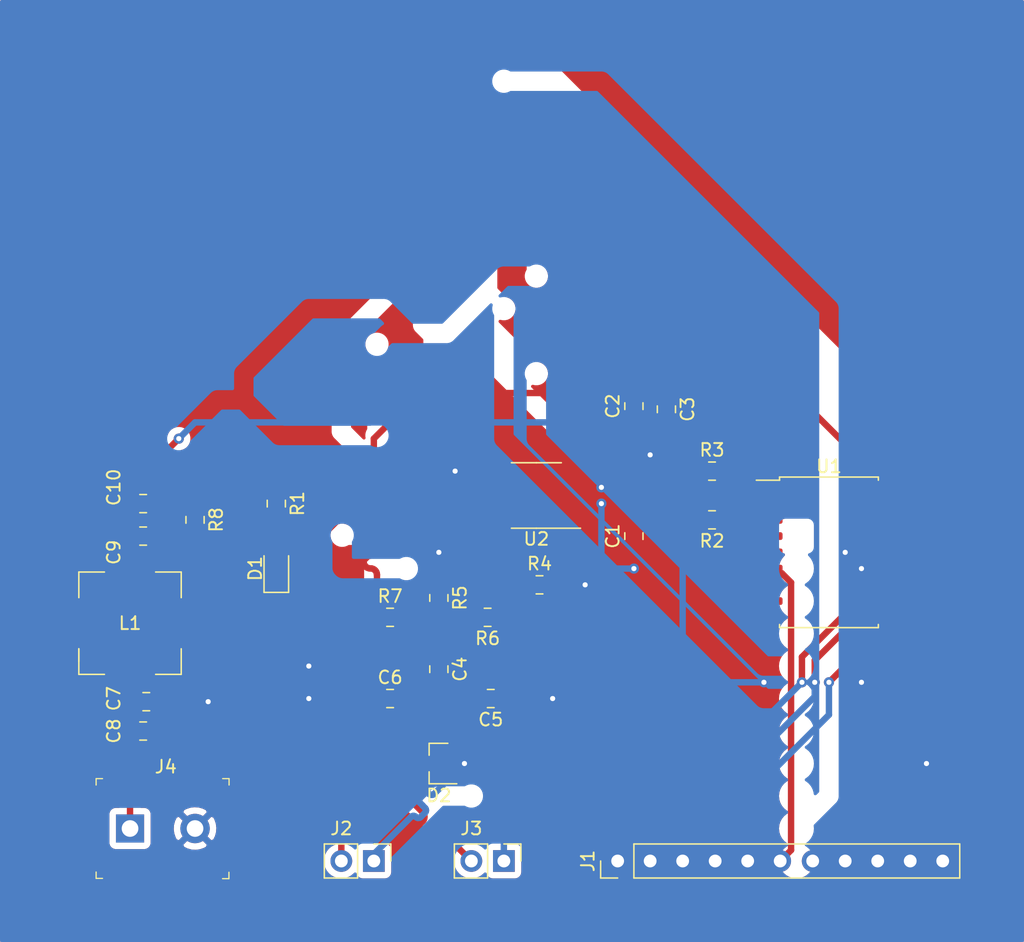
<source format=kicad_pcb>
(kicad_pcb (version 20171130) (host pcbnew "(5.1.4)-1")

  (general
    (thickness 1.6)
    (drawings 0)
    (tracks 450)
    (zones 0)
    (modules 27)
    (nets 30)
  )

  (page A4)
  (layers
    (0 F.Cu signal)
    (31 B.Cu signal)
    (32 B.Adhes user)
    (33 F.Adhes user)
    (34 B.Paste user)
    (35 F.Paste user)
    (36 B.SilkS user)
    (37 F.SilkS user)
    (38 B.Mask user)
    (39 F.Mask user)
    (40 Dwgs.User user)
    (41 Cmts.User user)
    (42 Eco1.User user)
    (43 Eco2.User user)
    (44 Edge.Cuts user)
    (45 Margin user)
    (46 B.CrtYd user)
    (47 F.CrtYd user)
    (48 B.Fab user)
    (49 F.Fab user)
  )

  (setup
    (last_trace_width 0.5)
    (user_trace_width 0.5)
    (trace_clearance 0.2)
    (zone_clearance 0.508)
    (zone_45_only no)
    (trace_min 0.2)
    (via_size 0.8)
    (via_drill 0.4)
    (via_min_size 0.4)
    (via_min_drill 0.3)
    (uvia_size 0.3)
    (uvia_drill 0.1)
    (uvias_allowed no)
    (uvia_min_size 0.2)
    (uvia_min_drill 0.1)
    (edge_width 0.05)
    (segment_width 0.2)
    (pcb_text_width 0.3)
    (pcb_text_size 1.5 1.5)
    (mod_edge_width 0.12)
    (mod_text_size 1 1)
    (mod_text_width 0.15)
    (pad_size 1.524 1.524)
    (pad_drill 0.762)
    (pad_to_mask_clearance 0.051)
    (solder_mask_min_width 0.25)
    (aux_axis_origin 0 0)
    (grid_origin 93.98 114.3)
    (visible_elements 7FFFFFFF)
    (pcbplotparams
      (layerselection 0x010fc_ffffffff)
      (usegerberextensions false)
      (usegerberattributes false)
      (usegerberadvancedattributes false)
      (creategerberjobfile false)
      (excludeedgelayer true)
      (linewidth 0.100000)
      (plotframeref false)
      (viasonmask false)
      (mode 1)
      (useauxorigin false)
      (hpglpennumber 1)
      (hpglpenspeed 20)
      (hpglpendiameter 15.000000)
      (psnegative false)
      (psa4output false)
      (plotreference true)
      (plotvalue true)
      (plotinvisibletext false)
      (padsonsilk false)
      (subtractmaskfromsilk false)
      (outputformat 1)
      (mirror false)
      (drillshape 1)
      (scaleselection 1)
      (outputdirectory ""))
  )

  (net 0 "")
  (net 1 GND)
  (net 2 A)
  (net 3 "Net-(C4-Pad2)")
  (net 4 "Net-(C4-Pad1)")
  (net 5 "Net-(U1-Pad8)")
  (net 6 "Net-(U1-Pad7)")
  (net 7 "Net-(U1-Pad3)")
  (net 8 RESET)
  (net 9 SCK)
  (net 10 CS)
  (net 11 SO)
  (net 12 SI)
  (net 13 TX2RTS)
  (net 14 TX1RTS)
  (net 15 TX0RTS)
  (net 16 RX1BF)
  (net 17 RX0BF)
  (net 18 INT)
  (net 19 "Net-(D1-Pad2)")
  (net 20 "Net-(R4-Pad1)")
  (net 21 "Net-(R5-Pad1)")
  (net 22 "Net-(C7-Pad1)")
  (net 23 "Net-(C10-Pad1)")
  (net 24 /CAN_H)
  (net 25 /CAN_L)
  (net 26 /R2toTXD)
  (net 27 /RXCANtoR2)
  (net 28 /TXCANtoR3)
  (net 29 /R3toRXD)

  (net_class Default "This is the default net class."
    (clearance 0.2)
    (trace_width 0.25)
    (via_dia 0.8)
    (via_drill 0.4)
    (uvia_dia 0.3)
    (uvia_drill 0.1)
    (add_net /CAN_H)
    (add_net /CAN_L)
    (add_net /R2toTXD)
    (add_net /R3toRXD)
    (add_net /RXCANtoR2)
    (add_net /TXCANtoR3)
    (add_net A)
    (add_net CS)
    (add_net GND)
    (add_net INT)
    (add_net "Net-(C10-Pad1)")
    (add_net "Net-(C4-Pad1)")
    (add_net "Net-(C4-Pad2)")
    (add_net "Net-(C7-Pad1)")
    (add_net "Net-(D1-Pad2)")
    (add_net "Net-(R4-Pad1)")
    (add_net "Net-(R5-Pad1)")
    (add_net "Net-(U1-Pad3)")
    (add_net "Net-(U1-Pad7)")
    (add_net "Net-(U1-Pad8)")
    (add_net RESET)
    (add_net RX0BF)
    (add_net RX1BF)
    (add_net SCK)
    (add_net SI)
    (add_net SO)
    (add_net TX0RTS)
    (add_net TX1RTS)
    (add_net TX2RTS)
  )

  (module Capacitor_SMD:C_0805_2012Metric_Pad1.15x1.40mm_HandSolder (layer F.Cu) (tedit 5B36C52B) (tstamp 5DE8AB82)
    (at 70.875 93.98)
    (descr "Capacitor SMD 0805 (2012 Metric), square (rectangular) end terminal, IPC_7351 nominal with elongated pad for handsoldering. (Body size source: https://docs.google.com/spreadsheets/d/1BsfQQcO9C6DZCsRaXUlFlo91Tg2WpOkGARC1WS5S8t0/edit?usp=sharing), generated with kicad-footprint-generator")
    (tags "capacitor handsolder")
    (path /5DEAAF02)
    (attr smd)
    (fp_text reference C9 (at -2.295 1.27 270) (layer F.SilkS)
      (effects (font (size 1 1) (thickness 0.15)))
    )
    (fp_text value 100nf (at 0 1.65) (layer F.Fab)
      (effects (font (size 1 1) (thickness 0.15)))
    )
    (fp_text user %R (at 0 0) (layer F.Fab)
      (effects (font (size 0.5 0.5) (thickness 0.08)))
    )
    (fp_line (start 1.85 0.95) (end -1.85 0.95) (layer F.CrtYd) (width 0.05))
    (fp_line (start 1.85 -0.95) (end 1.85 0.95) (layer F.CrtYd) (width 0.05))
    (fp_line (start -1.85 -0.95) (end 1.85 -0.95) (layer F.CrtYd) (width 0.05))
    (fp_line (start -1.85 0.95) (end -1.85 -0.95) (layer F.CrtYd) (width 0.05))
    (fp_line (start -0.261252 0.71) (end 0.261252 0.71) (layer F.SilkS) (width 0.12))
    (fp_line (start -0.261252 -0.71) (end 0.261252 -0.71) (layer F.SilkS) (width 0.12))
    (fp_line (start 1 0.6) (end -1 0.6) (layer F.Fab) (width 0.1))
    (fp_line (start 1 -0.6) (end 1 0.6) (layer F.Fab) (width 0.1))
    (fp_line (start -1 -0.6) (end 1 -0.6) (layer F.Fab) (width 0.1))
    (fp_line (start -1 0.6) (end -1 -0.6) (layer F.Fab) (width 0.1))
    (pad 2 smd roundrect (at 1.025 0) (size 1.15 1.4) (layers F.Cu F.Paste F.Mask) (roundrect_rratio 0.217391)
      (net 1 GND))
    (pad 1 smd roundrect (at -1.025 0) (size 1.15 1.4) (layers F.Cu F.Paste F.Mask) (roundrect_rratio 0.217391)
      (net 2 A))
    (model ${KISYS3DMOD}/Capacitor_SMD.3dshapes/C_0805_2012Metric.wrl
      (at (xyz 0 0 0))
      (scale (xyz 1 1 1))
      (rotate (xyz 0 0 0))
    )
  )

  (module "CAN TRANS:744777920" (layer F.Cu) (tedit 5DE82B56) (tstamp 5DE8ACA8)
    (at 69.85 100.79 180)
    (path /5DEA98D5)
    (fp_text reference L1 (at 0 0) (layer F.SilkS)
      (effects (font (size 1 1) (thickness 0.15)))
    )
    (fp_text value 100u (at -2.54 -0.46 270) (layer F.Fab)
      (effects (font (size 1 1) (thickness 0.15)))
    )
    (fp_line (start -4 -4) (end -2 -4) (layer F.SilkS) (width 0.12))
    (fp_line (start -4 -2) (end -4 -4) (layer F.SilkS) (width 0.12))
    (fp_line (start -4 4) (end -4 2) (layer F.SilkS) (width 0.12))
    (fp_line (start -2 4) (end -4 4) (layer F.SilkS) (width 0.12))
    (fp_line (start 4 4) (end 2 4) (layer F.SilkS) (width 0.12))
    (fp_line (start 4 2) (end 4 4) (layer F.SilkS) (width 0.12))
    (fp_line (start 4 -2) (end 4 -3) (layer F.SilkS) (width 0.12))
    (fp_line (start 4 -4) (end 4 -2) (layer F.SilkS) (width 0.12))
    (fp_line (start 2 -4) (end 4 -4) (layer F.SilkS) (width 0.12))
    (pad 2 smd rect (at 0 -3 180) (size 1.7 2) (layers F.Cu F.Paste F.Mask)
      (net 22 "Net-(C7-Pad1)"))
    (pad 1 smd rect (at 0 3 180) (size 1.7 2) (layers F.Cu F.Paste F.Mask)
      (net 2 A))
  )

  (module Capacitor_SMD:C_0805_2012Metric_Pad1.15x1.40mm_HandSolder (layer F.Cu) (tedit 5B36C52B) (tstamp 5DE8AB60)
    (at 71.12 106.925)
    (descr "Capacitor SMD 0805 (2012 Metric), square (rectangular) end terminal, IPC_7351 nominal with elongated pad for handsoldering. (Body size source: https://docs.google.com/spreadsheets/d/1BsfQQcO9C6DZCsRaXUlFlo91Tg2WpOkGARC1WS5S8t0/edit?usp=sharing), generated with kicad-footprint-generator")
    (tags "capacitor handsolder")
    (path /5DE9777F)
    (attr smd)
    (fp_text reference C7 (at -2.54 -0.245 270) (layer F.SilkS)
      (effects (font (size 1 1) (thickness 0.15)))
    )
    (fp_text value 100nf (at -6.35 -0.245 270) (layer F.Fab)
      (effects (font (size 1 1) (thickness 0.15)))
    )
    (fp_text user %R (at 0 0) (layer F.Fab)
      (effects (font (size 0.5 0.5) (thickness 0.08)))
    )
    (fp_line (start 1.85 0.95) (end -1.85 0.95) (layer F.CrtYd) (width 0.05))
    (fp_line (start 1.85 -0.95) (end 1.85 0.95) (layer F.CrtYd) (width 0.05))
    (fp_line (start -1.85 -0.95) (end 1.85 -0.95) (layer F.CrtYd) (width 0.05))
    (fp_line (start -1.85 0.95) (end -1.85 -0.95) (layer F.CrtYd) (width 0.05))
    (fp_line (start -0.261252 0.71) (end 0.261252 0.71) (layer F.SilkS) (width 0.12))
    (fp_line (start -0.261252 -0.71) (end 0.261252 -0.71) (layer F.SilkS) (width 0.12))
    (fp_line (start 1 0.6) (end -1 0.6) (layer F.Fab) (width 0.1))
    (fp_line (start 1 -0.6) (end 1 0.6) (layer F.Fab) (width 0.1))
    (fp_line (start -1 -0.6) (end 1 -0.6) (layer F.Fab) (width 0.1))
    (fp_line (start -1 0.6) (end -1 -0.6) (layer F.Fab) (width 0.1))
    (pad 2 smd roundrect (at 1.025 0) (size 1.15 1.4) (layers F.Cu F.Paste F.Mask) (roundrect_rratio 0.217391)
      (net 1 GND))
    (pad 1 smd roundrect (at -1.025 0) (size 1.15 1.4) (layers F.Cu F.Paste F.Mask) (roundrect_rratio 0.217391)
      (net 22 "Net-(C7-Pad1)"))
    (model ${KISYS3DMOD}/Capacitor_SMD.3dshapes/C_0805_2012Metric.wrl
      (at (xyz 0 0 0))
      (scale (xyz 1 1 1))
      (rotate (xyz 0 0 0))
    )
  )

  (module Package_TO_SOT_SMD:SOT-23 (layer F.Cu) (tedit 5A02FF57) (tstamp 5DE9A6C1)
    (at 93.98 111.76 180)
    (descr "SOT-23, Standard")
    (tags SOT-23)
    (path /5DD0169A)
    (attr smd)
    (fp_text reference D2 (at 0 -2.5) (layer F.SilkS)
      (effects (font (size 1 1) (thickness 0.15)))
    )
    (fp_text value D5V0L2B3W-7 (at 0 2.5) (layer F.Fab)
      (effects (font (size 1 1) (thickness 0.15)))
    )
    (fp_line (start 0.76 1.58) (end -0.7 1.58) (layer F.SilkS) (width 0.12))
    (fp_line (start 0.76 -1.58) (end -1.4 -1.58) (layer F.SilkS) (width 0.12))
    (fp_line (start -1.7 1.75) (end -1.7 -1.75) (layer F.CrtYd) (width 0.05))
    (fp_line (start 1.7 1.75) (end -1.7 1.75) (layer F.CrtYd) (width 0.05))
    (fp_line (start 1.7 -1.75) (end 1.7 1.75) (layer F.CrtYd) (width 0.05))
    (fp_line (start -1.7 -1.75) (end 1.7 -1.75) (layer F.CrtYd) (width 0.05))
    (fp_line (start 0.76 -1.58) (end 0.76 -0.65) (layer F.SilkS) (width 0.12))
    (fp_line (start 0.76 1.58) (end 0.76 0.65) (layer F.SilkS) (width 0.12))
    (fp_line (start -0.7 1.52) (end 0.7 1.52) (layer F.Fab) (width 0.1))
    (fp_line (start 0.7 -1.52) (end 0.7 1.52) (layer F.Fab) (width 0.1))
    (fp_line (start -0.7 -0.95) (end -0.15 -1.52) (layer F.Fab) (width 0.1))
    (fp_line (start -0.15 -1.52) (end 0.7 -1.52) (layer F.Fab) (width 0.1))
    (fp_line (start -0.7 -0.95) (end -0.7 1.5) (layer F.Fab) (width 0.1))
    (fp_text user %R (at 0 0 90) (layer F.Fab)
      (effects (font (size 0.5 0.5) (thickness 0.075)))
    )
    (pad 3 smd rect (at 1 0 180) (size 0.9 0.8) (layers F.Cu F.Paste F.Mask)
      (net 25 /CAN_L))
    (pad 2 smd rect (at -1 0.95 180) (size 0.9 0.8) (layers F.Cu F.Paste F.Mask)
      (net 24 /CAN_H))
    (pad 1 smd rect (at -1 -0.95 180) (size 0.9 0.8) (layers F.Cu F.Paste F.Mask)
      (net 3 "Net-(C4-Pad2)"))
    (model ${KISYS3DMOD}/Package_TO_SOT_SMD.3dshapes/SOT-23.wrl
      (at (xyz 0 0 0))
      (scale (xyz 1 1 1))
      (rotate (xyz 0 0 0))
    )
  )

  (module Resistor_SMD:R_0805_2012Metric_Pad1.15x1.40mm_HandSolder (layer F.Cu) (tedit 5B36C52B) (tstamp 5DE9A7C6)
    (at 115.325 92.71 180)
    (descr "Resistor SMD 0805 (2012 Metric), square (rectangular) end terminal, IPC_7351 nominal with elongated pad for handsoldering. (Body size source: https://docs.google.com/spreadsheets/d/1BsfQQcO9C6DZCsRaXUlFlo91Tg2WpOkGARC1WS5S8t0/edit?usp=sharing), generated with kicad-footprint-generator")
    (tags "resistor handsolder")
    (path /5DD66A2C)
    (attr smd)
    (fp_text reference R2 (at 0 -1.65) (layer F.SilkS)
      (effects (font (size 1 1) (thickness 0.15)))
    )
    (fp_text value 0 (at 0 1.65) (layer F.Fab)
      (effects (font (size 1 1) (thickness 0.15)))
    )
    (fp_text user %R (at 0 0) (layer F.Fab)
      (effects (font (size 0.5 0.5) (thickness 0.08)))
    )
    (fp_line (start 1.85 0.95) (end -1.85 0.95) (layer F.CrtYd) (width 0.05))
    (fp_line (start 1.85 -0.95) (end 1.85 0.95) (layer F.CrtYd) (width 0.05))
    (fp_line (start -1.85 -0.95) (end 1.85 -0.95) (layer F.CrtYd) (width 0.05))
    (fp_line (start -1.85 0.95) (end -1.85 -0.95) (layer F.CrtYd) (width 0.05))
    (fp_line (start -0.261252 0.71) (end 0.261252 0.71) (layer F.SilkS) (width 0.12))
    (fp_line (start -0.261252 -0.71) (end 0.261252 -0.71) (layer F.SilkS) (width 0.12))
    (fp_line (start 1 0.6) (end -1 0.6) (layer F.Fab) (width 0.1))
    (fp_line (start 1 -0.6) (end 1 0.6) (layer F.Fab) (width 0.1))
    (fp_line (start -1 -0.6) (end 1 -0.6) (layer F.Fab) (width 0.1))
    (fp_line (start -1 0.6) (end -1 -0.6) (layer F.Fab) (width 0.1))
    (pad 2 smd roundrect (at 1.025 0 180) (size 1.15 1.4) (layers F.Cu F.Paste F.Mask) (roundrect_rratio 0.217391)
      (net 26 /R2toTXD))
    (pad 1 smd roundrect (at -1.025 0 180) (size 1.15 1.4) (layers F.Cu F.Paste F.Mask) (roundrect_rratio 0.217391)
      (net 27 /RXCANtoR2))
    (model ${KISYS3DMOD}/Resistor_SMD.3dshapes/R_0805_2012Metric.wrl
      (at (xyz 0 0 0))
      (scale (xyz 1 1 1))
      (rotate (xyz 0 0 0))
    )
  )

  (module Capacitor_SMD:C_0805_2012Metric_Pad1.15x1.40mm_HandSolder (layer F.Cu) (tedit 5B36C52B) (tstamp 5DE9914B)
    (at 70.875 109.22 180)
    (descr "Capacitor SMD 0805 (2012 Metric), square (rectangular) end terminal, IPC_7351 nominal with elongated pad for handsoldering. (Body size source: https://docs.google.com/spreadsheets/d/1BsfQQcO9C6DZCsRaXUlFlo91Tg2WpOkGARC1WS5S8t0/edit?usp=sharing), generated with kicad-footprint-generator")
    (tags "capacitor handsolder")
    (path /5DE97779)
    (attr smd)
    (fp_text reference C8 (at 2.295 0 270) (layer F.SilkS)
      (effects (font (size 1 1) (thickness 0.15)))
    )
    (fp_text value 1nf (at 4.835 -2.54 270) (layer F.Fab)
      (effects (font (size 1 1) (thickness 0.15)))
    )
    (fp_text user %R (at 0 0) (layer F.Fab)
      (effects (font (size 0.5 0.5) (thickness 0.08)))
    )
    (fp_line (start 1.85 0.95) (end -1.85 0.95) (layer F.CrtYd) (width 0.05))
    (fp_line (start 1.85 -0.95) (end 1.85 0.95) (layer F.CrtYd) (width 0.05))
    (fp_line (start -1.85 -0.95) (end 1.85 -0.95) (layer F.CrtYd) (width 0.05))
    (fp_line (start -1.85 0.95) (end -1.85 -0.95) (layer F.CrtYd) (width 0.05))
    (fp_line (start -0.261252 0.71) (end 0.261252 0.71) (layer F.SilkS) (width 0.12))
    (fp_line (start -0.261252 -0.71) (end 0.261252 -0.71) (layer F.SilkS) (width 0.12))
    (fp_line (start 1 0.6) (end -1 0.6) (layer F.Fab) (width 0.1))
    (fp_line (start 1 -0.6) (end 1 0.6) (layer F.Fab) (width 0.1))
    (fp_line (start -1 -0.6) (end 1 -0.6) (layer F.Fab) (width 0.1))
    (fp_line (start -1 0.6) (end -1 -0.6) (layer F.Fab) (width 0.1))
    (pad 2 smd roundrect (at 1.025 0 180) (size 1.15 1.4) (layers F.Cu F.Paste F.Mask) (roundrect_rratio 0.217391)
      (net 22 "Net-(C7-Pad1)"))
    (pad 1 smd roundrect (at -1.025 0 180) (size 1.15 1.4) (layers F.Cu F.Paste F.Mask) (roundrect_rratio 0.217391)
      (net 1 GND))
    (model ${KISYS3DMOD}/Capacitor_SMD.3dshapes/C_0805_2012Metric.wrl
      (at (xyz 0 0 0))
      (scale (xyz 1 1 1))
      (rotate (xyz 0 0 0))
    )
  )

  (module Capacitor_SMD:C_0805_2012Metric_Pad1.15x1.40mm_HandSolder (layer F.Cu) (tedit 5B36C52B) (tstamp 5DE9A608)
    (at 90.17 106.68)
    (descr "Capacitor SMD 0805 (2012 Metric), square (rectangular) end terminal, IPC_7351 nominal with elongated pad for handsoldering. (Body size source: https://docs.google.com/spreadsheets/d/1BsfQQcO9C6DZCsRaXUlFlo91Tg2WpOkGARC1WS5S8t0/edit?usp=sharing), generated with kicad-footprint-generator")
    (tags "capacitor handsolder")
    (path /5DCE6703)
    (attr smd)
    (fp_text reference C6 (at 0 -1.65) (layer F.SilkS)
      (effects (font (size 1 1) (thickness 0.15)))
    )
    (fp_text value 100pf (at 0 1.65) (layer F.Fab)
      (effects (font (size 1 1) (thickness 0.15)))
    )
    (fp_text user %R (at 0 0) (layer F.Fab)
      (effects (font (size 0.5 0.5) (thickness 0.08)))
    )
    (fp_line (start 1.85 0.95) (end -1.85 0.95) (layer F.CrtYd) (width 0.05))
    (fp_line (start 1.85 -0.95) (end 1.85 0.95) (layer F.CrtYd) (width 0.05))
    (fp_line (start -1.85 -0.95) (end 1.85 -0.95) (layer F.CrtYd) (width 0.05))
    (fp_line (start -1.85 0.95) (end -1.85 -0.95) (layer F.CrtYd) (width 0.05))
    (fp_line (start -0.261252 0.71) (end 0.261252 0.71) (layer F.SilkS) (width 0.12))
    (fp_line (start -0.261252 -0.71) (end 0.261252 -0.71) (layer F.SilkS) (width 0.12))
    (fp_line (start 1 0.6) (end -1 0.6) (layer F.Fab) (width 0.1))
    (fp_line (start 1 -0.6) (end 1 0.6) (layer F.Fab) (width 0.1))
    (fp_line (start -1 -0.6) (end 1 -0.6) (layer F.Fab) (width 0.1))
    (fp_line (start -1 0.6) (end -1 -0.6) (layer F.Fab) (width 0.1))
    (pad 2 smd roundrect (at 1.025 0) (size 1.15 1.4) (layers F.Cu F.Paste F.Mask) (roundrect_rratio 0.217391)
      (net 25 /CAN_L))
    (pad 1 smd roundrect (at -1.025 0) (size 1.15 1.4) (layers F.Cu F.Paste F.Mask) (roundrect_rratio 0.217391)
      (net 1 GND))
    (model ${KISYS3DMOD}/Capacitor_SMD.3dshapes/C_0805_2012Metric.wrl
      (at (xyz 0 0 0))
      (scale (xyz 1 1 1))
      (rotate (xyz 0 0 0))
    )
  )

  (module digikey-footprints:Term_Block_1x2_P5.08MM (layer F.Cu) (tedit 5D4199A2) (tstamp 5DE89E0C)
    (at 69.85 116.84)
    (descr http://www.on-shore.com/wp-content/uploads/2015/09/osttcxx2162.pdf)
    (path /5DE92F21)
    (fp_text reference J4 (at 2.794 -4.826) (layer F.SilkS)
      (effects (font (size 1 1) (thickness 0.15)))
    )
    (fp_text value OSTTC022162 (at 2.032 5.09) (layer F.Fab)
      (effects (font (size 1 1) (thickness 0.15)))
    )
    (fp_line (start -2.54 -3.8) (end -2.54 3.8) (layer F.Fab) (width 0.1))
    (fp_line (start -2.54 -3.8) (end 7.62 -3.8) (layer F.Fab) (width 0.1))
    (fp_line (start 7.62 -3.8) (end 7.62 3.8) (layer F.Fab) (width 0.1))
    (fp_line (start -2.54 3.8) (end 7.62 3.8) (layer F.Fab) (width 0.1))
    (fp_line (start -2.65 -3.9) (end -2.15 -3.9) (layer F.SilkS) (width 0.1))
    (fp_line (start -2.65 -3.9) (end -2.65 -3.4) (layer F.SilkS) (width 0.1))
    (fp_line (start -2.65 3.4) (end -2.65 3.9) (layer F.SilkS) (width 0.1))
    (fp_line (start -2.65 3.9) (end -2.15 3.9) (layer F.SilkS) (width 0.1))
    (fp_line (start 7.728 3.42) (end 7.728 3.92) (layer F.SilkS) (width 0.1))
    (fp_line (start 7.728 3.92) (end 7.228 3.92) (layer F.SilkS) (width 0.1))
    (fp_line (start 7.738 -3.9) (end 7.738 -3.4) (layer F.SilkS) (width 0.1))
    (fp_line (start 7.738 -3.9) (end 7.238 -3.9) (layer F.SilkS) (width 0.1))
    (fp_line (start 7.874 -4.064) (end -2.75 -4.05) (layer F.CrtYd) (width 0.05))
    (fp_line (start 7.874 -4.05) (end 7.874 4.05) (layer F.CrtYd) (width 0.05))
    (fp_line (start 7.874 4.064) (end -2.75 4.05) (layer F.CrtYd) (width 0.05))
    (fp_line (start -2.75 -4.05) (end -2.75 4.05) (layer F.CrtYd) (width 0.05))
    (pad 2 thru_hole circle (at 5.08 0) (size 2.3 2.3) (drill 1.3) (layers *.Cu *.Mask)
      (net 1 GND))
    (pad 1 thru_hole rect (at 0 0) (size 2.2 2.2) (drill 1.3) (layers *.Cu *.Mask)
      (net 22 "Net-(C7-Pad1)"))
  )

  (module Resistor_SMD:R_0805_2012Metric_Pad1.15x1.40mm_HandSolder (layer F.Cu) (tedit 5B36C52B) (tstamp 5DE8AD99)
    (at 74.93 92.71 270)
    (descr "Resistor SMD 0805 (2012 Metric), square (rectangular) end terminal, IPC_7351 nominal with elongated pad for handsoldering. (Body size source: https://docs.google.com/spreadsheets/d/1BsfQQcO9C6DZCsRaXUlFlo91Tg2WpOkGARC1WS5S8t0/edit?usp=sharing), generated with kicad-footprint-generator")
    (tags "resistor handsolder")
    (path /5DEBC4DD)
    (attr smd)
    (fp_text reference R8 (at 0 -1.65 90) (layer F.SilkS)
      (effects (font (size 1 1) (thickness 0.15)))
    )
    (fp_text value 10 (at 0 1.65 90) (layer F.Fab)
      (effects (font (size 1 1) (thickness 0.15)))
    )
    (fp_text user %R (at 0 0 90) (layer F.Fab)
      (effects (font (size 0.5 0.5) (thickness 0.08)))
    )
    (fp_line (start 1.85 0.95) (end -1.85 0.95) (layer F.CrtYd) (width 0.05))
    (fp_line (start 1.85 -0.95) (end 1.85 0.95) (layer F.CrtYd) (width 0.05))
    (fp_line (start -1.85 -0.95) (end 1.85 -0.95) (layer F.CrtYd) (width 0.05))
    (fp_line (start -1.85 0.95) (end -1.85 -0.95) (layer F.CrtYd) (width 0.05))
    (fp_line (start -0.261252 0.71) (end 0.261252 0.71) (layer F.SilkS) (width 0.12))
    (fp_line (start -0.261252 -0.71) (end 0.261252 -0.71) (layer F.SilkS) (width 0.12))
    (fp_line (start 1 0.6) (end -1 0.6) (layer F.Fab) (width 0.1))
    (fp_line (start 1 -0.6) (end 1 0.6) (layer F.Fab) (width 0.1))
    (fp_line (start -1 -0.6) (end 1 -0.6) (layer F.Fab) (width 0.1))
    (fp_line (start -1 0.6) (end -1 -0.6) (layer F.Fab) (width 0.1))
    (pad 2 smd roundrect (at 1.025 0 270) (size 1.15 1.4) (layers F.Cu F.Paste F.Mask) (roundrect_rratio 0.217391)
      (net 1 GND))
    (pad 1 smd roundrect (at -1.025 0 270) (size 1.15 1.4) (layers F.Cu F.Paste F.Mask) (roundrect_rratio 0.217391)
      (net 23 "Net-(C10-Pad1)"))
    (model ${KISYS3DMOD}/Resistor_SMD.3dshapes/R_0805_2012Metric.wrl
      (at (xyz 0 0 0))
      (scale (xyz 1 1 1))
      (rotate (xyz 0 0 0))
    )
  )

  (module Connector_PinHeader_2.54mm:PinHeader_1x11_P2.54mm_Vertical (layer F.Cu) (tedit 59FED5CC) (tstamp 5DD5D380)
    (at 107.95 119.38 90)
    (descr "Through hole straight pin header, 1x11, 2.54mm pitch, single row")
    (tags "Through hole pin header THT 1x11 2.54mm single row")
    (path /5DD6E4B4)
    (fp_text reference J1 (at 0 -2.33 90) (layer F.SilkS)
      (effects (font (size 1 1) (thickness 0.15)))
    )
    (fp_text value Conn_01x11 (at 0 27.73 90) (layer F.Fab)
      (effects (font (size 1 1) (thickness 0.15)))
    )
    (fp_text user %R (at 0 12.7) (layer F.Fab)
      (effects (font (size 1 1) (thickness 0.15)))
    )
    (fp_line (start 1.8 -1.8) (end -1.8 -1.8) (layer F.CrtYd) (width 0.05))
    (fp_line (start 1.8 27.2) (end 1.8 -1.8) (layer F.CrtYd) (width 0.05))
    (fp_line (start -1.8 27.2) (end 1.8 27.2) (layer F.CrtYd) (width 0.05))
    (fp_line (start -1.8 -1.8) (end -1.8 27.2) (layer F.CrtYd) (width 0.05))
    (fp_line (start -1.33 -1.33) (end 0 -1.33) (layer F.SilkS) (width 0.12))
    (fp_line (start -1.33 0) (end -1.33 -1.33) (layer F.SilkS) (width 0.12))
    (fp_line (start -1.33 1.27) (end 1.33 1.27) (layer F.SilkS) (width 0.12))
    (fp_line (start 1.33 1.27) (end 1.33 26.73) (layer F.SilkS) (width 0.12))
    (fp_line (start -1.33 1.27) (end -1.33 26.73) (layer F.SilkS) (width 0.12))
    (fp_line (start -1.33 26.73) (end 1.33 26.73) (layer F.SilkS) (width 0.12))
    (fp_line (start -1.27 -0.635) (end -0.635 -1.27) (layer F.Fab) (width 0.1))
    (fp_line (start -1.27 26.67) (end -1.27 -0.635) (layer F.Fab) (width 0.1))
    (fp_line (start 1.27 26.67) (end -1.27 26.67) (layer F.Fab) (width 0.1))
    (fp_line (start 1.27 -1.27) (end 1.27 26.67) (layer F.Fab) (width 0.1))
    (fp_line (start -0.635 -1.27) (end 1.27 -1.27) (layer F.Fab) (width 0.1))
    (pad 11 thru_hole oval (at 0 25.4 90) (size 1.7 1.7) (drill 1) (layers *.Cu *.Mask)
      (net 8 RESET))
    (pad 10 thru_hole oval (at 0 22.86 90) (size 1.7 1.7) (drill 1) (layers *.Cu *.Mask)
      (net 9 SCK))
    (pad 9 thru_hole oval (at 0 20.32 90) (size 1.7 1.7) (drill 1) (layers *.Cu *.Mask)
      (net 10 CS))
    (pad 8 thru_hole oval (at 0 17.78 90) (size 1.7 1.7) (drill 1) (layers *.Cu *.Mask)
      (net 11 SO))
    (pad 7 thru_hole oval (at 0 15.24 90) (size 1.7 1.7) (drill 1) (layers *.Cu *.Mask)
      (net 12 SI))
    (pad 6 thru_hole oval (at 0 12.7 90) (size 1.7 1.7) (drill 1) (layers *.Cu *.Mask)
      (net 13 TX2RTS))
    (pad 5 thru_hole oval (at 0 10.16 90) (size 1.7 1.7) (drill 1) (layers *.Cu *.Mask)
      (net 14 TX1RTS))
    (pad 4 thru_hole oval (at 0 7.62 90) (size 1.7 1.7) (drill 1) (layers *.Cu *.Mask)
      (net 15 TX0RTS))
    (pad 3 thru_hole oval (at 0 5.08 90) (size 1.7 1.7) (drill 1) (layers *.Cu *.Mask)
      (net 16 RX1BF))
    (pad 2 thru_hole oval (at 0 2.54 90) (size 1.7 1.7) (drill 1) (layers *.Cu *.Mask)
      (net 17 RX0BF))
    (pad 1 thru_hole rect (at 0 0 90) (size 1.7 1.7) (drill 1) (layers *.Cu *.Mask)
      (net 18 INT))
    (model ${KISYS3DMOD}/Connector_PinHeader_2.54mm.3dshapes/PinHeader_1x11_P2.54mm_Vertical.wrl
      (at (xyz 0 0 0))
      (scale (xyz 1 1 1))
      (rotate (xyz 0 0 0))
    )
  )

  (module Capacitor_SMD:C_0805_2012Metric_Pad1.15x1.40mm_HandSolder (layer F.Cu) (tedit 5B36C52B) (tstamp 5DE9A5B3)
    (at 109.22 93.98 90)
    (descr "Capacitor SMD 0805 (2012 Metric), square (rectangular) end terminal, IPC_7351 nominal with elongated pad for handsoldering. (Body size source: https://docs.google.com/spreadsheets/d/1BsfQQcO9C6DZCsRaXUlFlo91Tg2WpOkGARC1WS5S8t0/edit?usp=sharing), generated with kicad-footprint-generator")
    (tags "capacitor handsolder")
    (path /5DCB7D7B)
    (attr smd)
    (fp_text reference C1 (at 0 -1.65 90) (layer F.SilkS)
      (effects (font (size 1 1) (thickness 0.15)))
    )
    (fp_text value 100pf (at 0 1.65 90) (layer F.Fab)
      (effects (font (size 1 1) (thickness 0.15)))
    )
    (fp_text user %R (at 0 0 90) (layer F.Fab)
      (effects (font (size 0.5 0.5) (thickness 0.08)))
    )
    (fp_line (start 1.85 0.95) (end -1.85 0.95) (layer F.CrtYd) (width 0.05))
    (fp_line (start 1.85 -0.95) (end 1.85 0.95) (layer F.CrtYd) (width 0.05))
    (fp_line (start -1.85 -0.95) (end 1.85 -0.95) (layer F.CrtYd) (width 0.05))
    (fp_line (start -1.85 0.95) (end -1.85 -0.95) (layer F.CrtYd) (width 0.05))
    (fp_line (start -0.261252 0.71) (end 0.261252 0.71) (layer F.SilkS) (width 0.12))
    (fp_line (start -0.261252 -0.71) (end 0.261252 -0.71) (layer F.SilkS) (width 0.12))
    (fp_line (start 1 0.6) (end -1 0.6) (layer F.Fab) (width 0.1))
    (fp_line (start 1 -0.6) (end 1 0.6) (layer F.Fab) (width 0.1))
    (fp_line (start -1 -0.6) (end 1 -0.6) (layer F.Fab) (width 0.1))
    (fp_line (start -1 0.6) (end -1 -0.6) (layer F.Fab) (width 0.1))
    (pad 2 smd roundrect (at 1.025 0 90) (size 1.15 1.4) (layers F.Cu F.Paste F.Mask) (roundrect_rratio 0.217391)
      (net 26 /R2toTXD))
    (pad 1 smd roundrect (at -1.025 0 90) (size 1.15 1.4) (layers F.Cu F.Paste F.Mask) (roundrect_rratio 0.217391)
      (net 1 GND))
    (model ${KISYS3DMOD}/Capacitor_SMD.3dshapes/C_0805_2012Metric.wrl
      (at (xyz 0 0 0))
      (scale (xyz 1 1 1))
      (rotate (xyz 0 0 0))
    )
  )

  (module Capacitor_SMD:C_0805_2012Metric_Pad1.15x1.40mm_HandSolder (layer F.Cu) (tedit 5B36C52B) (tstamp 5DE9A5F7)
    (at 98.035 106.68 180)
    (descr "Capacitor SMD 0805 (2012 Metric), square (rectangular) end terminal, IPC_7351 nominal with elongated pad for handsoldering. (Body size source: https://docs.google.com/spreadsheets/d/1BsfQQcO9C6DZCsRaXUlFlo91Tg2WpOkGARC1WS5S8t0/edit?usp=sharing), generated with kicad-footprint-generator")
    (tags "capacitor handsolder")
    (path /5DCE5998)
    (attr smd)
    (fp_text reference C5 (at 0 -1.65) (layer F.SilkS)
      (effects (font (size 1 1) (thickness 0.15)))
    )
    (fp_text value 100pf (at 0 1.65) (layer F.Fab)
      (effects (font (size 1 1) (thickness 0.15)))
    )
    (fp_text user %R (at 0 0) (layer F.Fab)
      (effects (font (size 0.5 0.5) (thickness 0.08)))
    )
    (fp_line (start 1.85 0.95) (end -1.85 0.95) (layer F.CrtYd) (width 0.05))
    (fp_line (start 1.85 -0.95) (end 1.85 0.95) (layer F.CrtYd) (width 0.05))
    (fp_line (start -1.85 -0.95) (end 1.85 -0.95) (layer F.CrtYd) (width 0.05))
    (fp_line (start -1.85 0.95) (end -1.85 -0.95) (layer F.CrtYd) (width 0.05))
    (fp_line (start -0.261252 0.71) (end 0.261252 0.71) (layer F.SilkS) (width 0.12))
    (fp_line (start -0.261252 -0.71) (end 0.261252 -0.71) (layer F.SilkS) (width 0.12))
    (fp_line (start 1 0.6) (end -1 0.6) (layer F.Fab) (width 0.1))
    (fp_line (start 1 -0.6) (end 1 0.6) (layer F.Fab) (width 0.1))
    (fp_line (start -1 -0.6) (end 1 -0.6) (layer F.Fab) (width 0.1))
    (fp_line (start -1 0.6) (end -1 -0.6) (layer F.Fab) (width 0.1))
    (pad 2 smd roundrect (at 1.025 0 180) (size 1.15 1.4) (layers F.Cu F.Paste F.Mask) (roundrect_rratio 0.217391)
      (net 24 /CAN_H))
    (pad 1 smd roundrect (at -1.025 0 180) (size 1.15 1.4) (layers F.Cu F.Paste F.Mask) (roundrect_rratio 0.217391)
      (net 1 GND))
    (model ${KISYS3DMOD}/Capacitor_SMD.3dshapes/C_0805_2012Metric.wrl
      (at (xyz 0 0 0))
      (scale (xyz 1 1 1))
      (rotate (xyz 0 0 0))
    )
  )

  (module Capacitor_SMD:C_0805_2012Metric_Pad1.15x1.40mm_HandSolder (layer F.Cu) (tedit 5B36C52B) (tstamp 5DE9A5E6)
    (at 93.98 104.385 270)
    (descr "Capacitor SMD 0805 (2012 Metric), square (rectangular) end terminal, IPC_7351 nominal with elongated pad for handsoldering. (Body size source: https://docs.google.com/spreadsheets/d/1BsfQQcO9C6DZCsRaXUlFlo91Tg2WpOkGARC1WS5S8t0/edit?usp=sharing), generated with kicad-footprint-generator")
    (tags "capacitor handsolder")
    (path /5DCEFDFD)
    (attr smd)
    (fp_text reference C4 (at 0 -1.65 90) (layer F.SilkS)
      (effects (font (size 1 1) (thickness 0.15)))
    )
    (fp_text value 1nf (at 0 1.65 90) (layer F.Fab)
      (effects (font (size 1 1) (thickness 0.15)))
    )
    (fp_text user %R (at 0 0 90) (layer F.Fab)
      (effects (font (size 0.5 0.5) (thickness 0.08)))
    )
    (fp_line (start 1.85 0.95) (end -1.85 0.95) (layer F.CrtYd) (width 0.05))
    (fp_line (start 1.85 -0.95) (end 1.85 0.95) (layer F.CrtYd) (width 0.05))
    (fp_line (start -1.85 -0.95) (end 1.85 -0.95) (layer F.CrtYd) (width 0.05))
    (fp_line (start -1.85 0.95) (end -1.85 -0.95) (layer F.CrtYd) (width 0.05))
    (fp_line (start -0.261252 0.71) (end 0.261252 0.71) (layer F.SilkS) (width 0.12))
    (fp_line (start -0.261252 -0.71) (end 0.261252 -0.71) (layer F.SilkS) (width 0.12))
    (fp_line (start 1 0.6) (end -1 0.6) (layer F.Fab) (width 0.1))
    (fp_line (start 1 -0.6) (end 1 0.6) (layer F.Fab) (width 0.1))
    (fp_line (start -1 -0.6) (end 1 -0.6) (layer F.Fab) (width 0.1))
    (fp_line (start -1 0.6) (end -1 -0.6) (layer F.Fab) (width 0.1))
    (pad 2 smd roundrect (at 1.025 0 270) (size 1.15 1.4) (layers F.Cu F.Paste F.Mask) (roundrect_rratio 0.217391)
      (net 3 "Net-(C4-Pad2)"))
    (pad 1 smd roundrect (at -1.025 0 270) (size 1.15 1.4) (layers F.Cu F.Paste F.Mask) (roundrect_rratio 0.217391)
      (net 4 "Net-(C4-Pad1)"))
    (model ${KISYS3DMOD}/Capacitor_SMD.3dshapes/C_0805_2012Metric.wrl
      (at (xyz 0 0 0))
      (scale (xyz 1 1 1))
      (rotate (xyz 0 0 0))
    )
  )

  (module Capacitor_SMD:C_0805_2012Metric_Pad1.15x1.40mm_HandSolder (layer F.Cu) (tedit 5B36C52B) (tstamp 5DE9A5C4)
    (at 109.22 83.82 90)
    (descr "Capacitor SMD 0805 (2012 Metric), square (rectangular) end terminal, IPC_7351 nominal with elongated pad for handsoldering. (Body size source: https://docs.google.com/spreadsheets/d/1BsfQQcO9C6DZCsRaXUlFlo91Tg2WpOkGARC1WS5S8t0/edit?usp=sharing), generated with kicad-footprint-generator")
    (tags "capacitor handsolder")
    (path /5DCBAD85)
    (attr smd)
    (fp_text reference C2 (at 0 -1.65 90) (layer F.SilkS)
      (effects (font (size 1 1) (thickness 0.15)))
    )
    (fp_text value 100nf (at 0 -2.44 90) (layer F.Fab)
      (effects (font (size 1 1) (thickness 0.15)))
    )
    (fp_text user %R (at 0 0 90) (layer F.Fab)
      (effects (font (size 0.5 0.5) (thickness 0.08)))
    )
    (fp_line (start 1.85 0.95) (end -1.85 0.95) (layer F.CrtYd) (width 0.05))
    (fp_line (start 1.85 -0.95) (end 1.85 0.95) (layer F.CrtYd) (width 0.05))
    (fp_line (start -1.85 -0.95) (end 1.85 -0.95) (layer F.CrtYd) (width 0.05))
    (fp_line (start -1.85 0.95) (end -1.85 -0.95) (layer F.CrtYd) (width 0.05))
    (fp_line (start -0.261252 0.71) (end 0.261252 0.71) (layer F.SilkS) (width 0.12))
    (fp_line (start -0.261252 -0.71) (end 0.261252 -0.71) (layer F.SilkS) (width 0.12))
    (fp_line (start 1 0.6) (end -1 0.6) (layer F.Fab) (width 0.1))
    (fp_line (start 1 -0.6) (end 1 0.6) (layer F.Fab) (width 0.1))
    (fp_line (start -1 -0.6) (end 1 -0.6) (layer F.Fab) (width 0.1))
    (fp_line (start -1 0.6) (end -1 -0.6) (layer F.Fab) (width 0.1))
    (pad 2 smd roundrect (at 1.025 0 90) (size 1.15 1.4) (layers F.Cu F.Paste F.Mask) (roundrect_rratio 0.217391)
      (net 1 GND))
    (pad 1 smd roundrect (at -1.025 0 90) (size 1.15 1.4) (layers F.Cu F.Paste F.Mask) (roundrect_rratio 0.217391)
      (net 2 A))
    (model ${KISYS3DMOD}/Capacitor_SMD.3dshapes/C_0805_2012Metric.wrl
      (at (xyz 0 0 0))
      (scale (xyz 1 1 1))
      (rotate (xyz 0 0 0))
    )
  )

  (module Capacitor_SMD:C_0805_2012Metric_Pad1.15x1.40mm_HandSolder (layer F.Cu) (tedit 5B36C52B) (tstamp 5DE9A5D5)
    (at 111.76 84.065 270)
    (descr "Capacitor SMD 0805 (2012 Metric), square (rectangular) end terminal, IPC_7351 nominal with elongated pad for handsoldering. (Body size source: https://docs.google.com/spreadsheets/d/1BsfQQcO9C6DZCsRaXUlFlo91Tg2WpOkGARC1WS5S8t0/edit?usp=sharing), generated with kicad-footprint-generator")
    (tags "capacitor handsolder")
    (path /5DCB9CD1)
    (attr smd)
    (fp_text reference C3 (at 0 -1.65 90) (layer F.SilkS)
      (effects (font (size 1 1) (thickness 0.15)))
    )
    (fp_text value 1nf (at 0 -2.54 90) (layer F.Fab)
      (effects (font (size 1 1) (thickness 0.15)))
    )
    (fp_text user %R (at 0 0 90) (layer F.Fab)
      (effects (font (size 0.5 0.5) (thickness 0.08)))
    )
    (fp_line (start 1.85 0.95) (end -1.85 0.95) (layer F.CrtYd) (width 0.05))
    (fp_line (start 1.85 -0.95) (end 1.85 0.95) (layer F.CrtYd) (width 0.05))
    (fp_line (start -1.85 -0.95) (end 1.85 -0.95) (layer F.CrtYd) (width 0.05))
    (fp_line (start -1.85 0.95) (end -1.85 -0.95) (layer F.CrtYd) (width 0.05))
    (fp_line (start -0.261252 0.71) (end 0.261252 0.71) (layer F.SilkS) (width 0.12))
    (fp_line (start -0.261252 -0.71) (end 0.261252 -0.71) (layer F.SilkS) (width 0.12))
    (fp_line (start 1 0.6) (end -1 0.6) (layer F.Fab) (width 0.1))
    (fp_line (start 1 -0.6) (end 1 0.6) (layer F.Fab) (width 0.1))
    (fp_line (start -1 -0.6) (end 1 -0.6) (layer F.Fab) (width 0.1))
    (fp_line (start -1 0.6) (end -1 -0.6) (layer F.Fab) (width 0.1))
    (pad 2 smd roundrect (at 1.025 0 270) (size 1.15 1.4) (layers F.Cu F.Paste F.Mask) (roundrect_rratio 0.217391)
      (net 2 A))
    (pad 1 smd roundrect (at -1.025 0 270) (size 1.15 1.4) (layers F.Cu F.Paste F.Mask) (roundrect_rratio 0.217391)
      (net 1 GND))
    (model ${KISYS3DMOD}/Capacitor_SMD.3dshapes/C_0805_2012Metric.wrl
      (at (xyz 0 0 0))
      (scale (xyz 1 1 1))
      (rotate (xyz 0 0 0))
    )
  )

  (module Connector_PinHeader_2.54mm:PinHeader_1x02_P2.54mm_Vertical (layer F.Cu) (tedit 59FED5CC) (tstamp 5DD5D950)
    (at 88.9 119.38 270)
    (descr "Through hole straight pin header, 1x02, 2.54mm pitch, single row")
    (tags "Through hole pin header THT 1x02 2.54mm single row")
    (path /5DD848EA)
    (fp_text reference J2 (at -2.54 2.54 180) (layer F.SilkS)
      (effects (font (size 1 1) (thickness 0.15)))
    )
    (fp_text value Conn_01x02 (at 0 10.16 180) (layer F.Fab)
      (effects (font (size 1 1) (thickness 0.15)))
    )
    (fp_text user %R (at 0 1.27) (layer F.Fab)
      (effects (font (size 1 1) (thickness 0.15)))
    )
    (fp_line (start 1.8 -1.8) (end -1.8 -1.8) (layer F.CrtYd) (width 0.05))
    (fp_line (start 1.8 4.35) (end 1.8 -1.8) (layer F.CrtYd) (width 0.05))
    (fp_line (start -1.8 4.35) (end 1.8 4.35) (layer F.CrtYd) (width 0.05))
    (fp_line (start -1.8 -1.8) (end -1.8 4.35) (layer F.CrtYd) (width 0.05))
    (fp_line (start -1.33 -1.33) (end 0 -1.33) (layer F.SilkS) (width 0.12))
    (fp_line (start -1.33 0) (end -1.33 -1.33) (layer F.SilkS) (width 0.12))
    (fp_line (start -1.33 1.27) (end 1.33 1.27) (layer F.SilkS) (width 0.12))
    (fp_line (start 1.33 1.27) (end 1.33 3.87) (layer F.SilkS) (width 0.12))
    (fp_line (start -1.33 1.27) (end -1.33 3.87) (layer F.SilkS) (width 0.12))
    (fp_line (start -1.33 3.87) (end 1.33 3.87) (layer F.SilkS) (width 0.12))
    (fp_line (start -1.27 -0.635) (end -0.635 -1.27) (layer F.Fab) (width 0.1))
    (fp_line (start -1.27 3.81) (end -1.27 -0.635) (layer F.Fab) (width 0.1))
    (fp_line (start 1.27 3.81) (end -1.27 3.81) (layer F.Fab) (width 0.1))
    (fp_line (start 1.27 -1.27) (end 1.27 3.81) (layer F.Fab) (width 0.1))
    (fp_line (start -0.635 -1.27) (end 1.27 -1.27) (layer F.Fab) (width 0.1))
    (pad 2 thru_hole oval (at 0 2.54 270) (size 1.7 1.7) (drill 1) (layers *.Cu *.Mask)
      (net 25 /CAN_L))
    (pad 1 thru_hole rect (at 0 0 270) (size 1.7 1.7) (drill 1) (layers *.Cu *.Mask)
      (net 24 /CAN_H))
    (model ${KISYS3DMOD}/Connector_PinHeader_2.54mm.3dshapes/PinHeader_1x02_P2.54mm_Vertical.wrl
      (at (xyz 0 0 0))
      (scale (xyz 1 1 1))
      (rotate (xyz 0 0 0))
    )
  )

  (module Capacitor_SMD:C_0805_2012Metric_Pad1.15x1.40mm_HandSolder (layer F.Cu) (tedit 5B36C52B) (tstamp 5DE8AB93)
    (at 70.875 91.44 180)
    (descr "Capacitor SMD 0805 (2012 Metric), square (rectangular) end terminal, IPC_7351 nominal with elongated pad for handsoldering. (Body size source: https://docs.google.com/spreadsheets/d/1BsfQQcO9C6DZCsRaXUlFlo91Tg2WpOkGARC1WS5S8t0/edit?usp=sharing), generated with kicad-footprint-generator")
    (tags "capacitor handsolder")
    (path /5DEC7F65)
    (attr smd)
    (fp_text reference C10 (at 2.295 1.27 270) (layer F.SilkS)
      (effects (font (size 1 1) (thickness 0.15)))
    )
    (fp_text value 15uF (at 0 1.65) (layer F.Fab)
      (effects (font (size 1 1) (thickness 0.15)))
    )
    (fp_text user %R (at 0 0) (layer F.Fab)
      (effects (font (size 0.5 0.5) (thickness 0.08)))
    )
    (fp_line (start 1.85 0.95) (end -1.85 0.95) (layer F.CrtYd) (width 0.05))
    (fp_line (start 1.85 -0.95) (end 1.85 0.95) (layer F.CrtYd) (width 0.05))
    (fp_line (start -1.85 -0.95) (end 1.85 -0.95) (layer F.CrtYd) (width 0.05))
    (fp_line (start -1.85 0.95) (end -1.85 -0.95) (layer F.CrtYd) (width 0.05))
    (fp_line (start -0.261252 0.71) (end 0.261252 0.71) (layer F.SilkS) (width 0.12))
    (fp_line (start -0.261252 -0.71) (end 0.261252 -0.71) (layer F.SilkS) (width 0.12))
    (fp_line (start 1 0.6) (end -1 0.6) (layer F.Fab) (width 0.1))
    (fp_line (start 1 -0.6) (end 1 0.6) (layer F.Fab) (width 0.1))
    (fp_line (start -1 -0.6) (end 1 -0.6) (layer F.Fab) (width 0.1))
    (fp_line (start -1 0.6) (end -1 -0.6) (layer F.Fab) (width 0.1))
    (pad 2 smd roundrect (at 1.025 0 180) (size 1.15 1.4) (layers F.Cu F.Paste F.Mask) (roundrect_rratio 0.217391)
      (net 2 A))
    (pad 1 smd roundrect (at -1.025 0 180) (size 1.15 1.4) (layers F.Cu F.Paste F.Mask) (roundrect_rratio 0.217391)
      (net 23 "Net-(C10-Pad1)"))
    (model ${KISYS3DMOD}/Capacitor_SMD.3dshapes/C_0805_2012Metric.wrl
      (at (xyz 0 0 0))
      (scale (xyz 1 1 1))
      (rotate (xyz 0 0 0))
    )
  )

  (module Connector_PinHeader_2.54mm:PinHeader_1x02_P2.54mm_Vertical (layer F.Cu) (tedit 59FED5CC) (tstamp 5DE828CE)
    (at 99.06 119.38 270)
    (descr "Through hole straight pin header, 1x02, 2.54mm pitch, single row")
    (tags "Through hole pin header THT 1x02 2.54mm single row")
    (path /5DE85CC7)
    (fp_text reference J3 (at -2.54 2.54 180) (layer F.SilkS)
      (effects (font (size 1 1) (thickness 0.15)))
    )
    (fp_text value Conn_01x02 (at 0 -7.62 180) (layer F.Fab)
      (effects (font (size 1 1) (thickness 0.15)))
    )
    (fp_line (start 1.8 -1.8) (end -1.8 -1.8) (layer F.CrtYd) (width 0.05))
    (fp_line (start 1.8 4.35) (end 1.8 -1.8) (layer F.CrtYd) (width 0.05))
    (fp_line (start -1.8 4.35) (end 1.8 4.35) (layer F.CrtYd) (width 0.05))
    (fp_line (start -1.8 -1.8) (end -1.8 4.35) (layer F.CrtYd) (width 0.05))
    (fp_line (start -1.33 -1.33) (end 0 -1.33) (layer F.SilkS) (width 0.12))
    (fp_line (start -1.33 0) (end -1.33 -1.33) (layer F.SilkS) (width 0.12))
    (fp_line (start -1.33 1.27) (end 1.33 1.27) (layer F.SilkS) (width 0.12))
    (fp_line (start 1.33 1.27) (end 1.33 3.87) (layer F.SilkS) (width 0.12))
    (fp_line (start -1.33 1.27) (end -1.33 3.87) (layer F.SilkS) (width 0.12))
    (fp_line (start -1.33 3.87) (end 1.33 3.87) (layer F.SilkS) (width 0.12))
    (fp_line (start -1.27 -0.635) (end -0.635 -1.27) (layer F.Fab) (width 0.1))
    (fp_line (start -1.27 3.81) (end -1.27 -0.635) (layer F.Fab) (width 0.1))
    (fp_line (start 1.27 3.81) (end -1.27 3.81) (layer F.Fab) (width 0.1))
    (fp_line (start 1.27 -1.27) (end 1.27 3.81) (layer F.Fab) (width 0.1))
    (fp_line (start -0.635 -1.27) (end 1.27 -1.27) (layer F.Fab) (width 0.1))
    (pad 2 thru_hole oval (at 0 2.54 270) (size 1.7 1.7) (drill 1) (layers *.Cu *.Mask)
      (net 25 /CAN_L))
    (pad 1 thru_hole rect (at 0 0 270) (size 1.7 1.7) (drill 1) (layers *.Cu *.Mask)
      (net 24 /CAN_H))
    (model ${KISYS3DMOD}/Connector_PinHeader_2.54mm.3dshapes/PinHeader_1x02_P2.54mm_Vertical.wrl
      (at (xyz 0 0 0))
      (scale (xyz 1 1 1))
      (rotate (xyz 0 0 0))
    )
  )

  (module Package_SO:SOIC-18W_7.5x11.6mm_P1.27mm (layer F.Cu) (tedit 5C97300E) (tstamp 5DD5BD22)
    (at 124.46 95.25)
    (descr "SOIC, 18 Pin (JEDEC MS-013AB, https://www.analog.com/media/en/package-pcb-resources/package/33254132129439rw_18.pdf), generated with kicad-footprint-generator ipc_gullwing_generator.py")
    (tags "SOIC SO")
    (path /5DCB05B0)
    (attr smd)
    (fp_text reference U1 (at 0 -6.72) (layer F.SilkS)
      (effects (font (size 1 1) (thickness 0.15)))
    )
    (fp_text value MCP2515-xSO (at 0 6.72) (layer F.Fab)
      (effects (font (size 1 1) (thickness 0.15)))
    )
    (fp_text user %R (at 0 0) (layer F.Fab)
      (effects (font (size 1 1) (thickness 0.15)))
    )
    (fp_line (start 5.93 -6.02) (end -5.93 -6.02) (layer F.CrtYd) (width 0.05))
    (fp_line (start 5.93 6.02) (end 5.93 -6.02) (layer F.CrtYd) (width 0.05))
    (fp_line (start -5.93 6.02) (end 5.93 6.02) (layer F.CrtYd) (width 0.05))
    (fp_line (start -5.93 -6.02) (end -5.93 6.02) (layer F.CrtYd) (width 0.05))
    (fp_line (start -3.75 -4.775) (end -2.75 -5.775) (layer F.Fab) (width 0.1))
    (fp_line (start -3.75 5.775) (end -3.75 -4.775) (layer F.Fab) (width 0.1))
    (fp_line (start 3.75 5.775) (end -3.75 5.775) (layer F.Fab) (width 0.1))
    (fp_line (start 3.75 -5.775) (end 3.75 5.775) (layer F.Fab) (width 0.1))
    (fp_line (start -2.75 -5.775) (end 3.75 -5.775) (layer F.Fab) (width 0.1))
    (fp_line (start -3.86 -5.64) (end -5.675 -5.64) (layer F.SilkS) (width 0.12))
    (fp_line (start -3.86 -5.885) (end -3.86 -5.64) (layer F.SilkS) (width 0.12))
    (fp_line (start 0 -5.885) (end -3.86 -5.885) (layer F.SilkS) (width 0.12))
    (fp_line (start 3.86 -5.885) (end 3.86 -5.64) (layer F.SilkS) (width 0.12))
    (fp_line (start 0 -5.885) (end 3.86 -5.885) (layer F.SilkS) (width 0.12))
    (fp_line (start -3.86 5.885) (end -3.86 5.64) (layer F.SilkS) (width 0.12))
    (fp_line (start 0 5.885) (end -3.86 5.885) (layer F.SilkS) (width 0.12))
    (fp_line (start 3.86 5.885) (end 3.86 5.64) (layer F.SilkS) (width 0.12))
    (fp_line (start 0 5.885) (end 3.86 5.885) (layer F.SilkS) (width 0.12))
    (pad 18 smd roundrect (at 4.65 -5.08) (size 2.05 0.6) (layers F.Cu F.Paste F.Mask) (roundrect_rratio 0.25)
      (net 1 GND))
    (pad 17 smd roundrect (at 4.65 -3.81) (size 2.05 0.6) (layers F.Cu F.Paste F.Mask) (roundrect_rratio 0.25)
      (net 8 RESET))
    (pad 16 smd roundrect (at 4.65 -2.54) (size 2.05 0.6) (layers F.Cu F.Paste F.Mask) (roundrect_rratio 0.25)
      (net 10 CS))
    (pad 15 smd roundrect (at 4.65 -1.27) (size 2.05 0.6) (layers F.Cu F.Paste F.Mask) (roundrect_rratio 0.25)
      (net 11 SO))
    (pad 14 smd roundrect (at 4.65 0) (size 2.05 0.6) (layers F.Cu F.Paste F.Mask) (roundrect_rratio 0.25)
      (net 12 SI))
    (pad 13 smd roundrect (at 4.65 1.27) (size 2.05 0.6) (layers F.Cu F.Paste F.Mask) (roundrect_rratio 0.25)
      (net 9 SCK))
    (pad 12 smd roundrect (at 4.65 2.54) (size 2.05 0.6) (layers F.Cu F.Paste F.Mask) (roundrect_rratio 0.25)
      (net 18 INT))
    (pad 11 smd roundrect (at 4.65 3.81) (size 2.05 0.6) (layers F.Cu F.Paste F.Mask) (roundrect_rratio 0.25)
      (net 17 RX0BF))
    (pad 10 smd roundrect (at 4.65 5.08) (size 2.05 0.6) (layers F.Cu F.Paste F.Mask) (roundrect_rratio 0.25)
      (net 16 RX1BF))
    (pad 9 smd roundrect (at -4.65 5.08) (size 2.05 0.6) (layers F.Cu F.Paste F.Mask) (roundrect_rratio 0.25)
      (net 2 A))
    (pad 8 smd roundrect (at -4.65 3.81) (size 2.05 0.6) (layers F.Cu F.Paste F.Mask) (roundrect_rratio 0.25)
      (net 5 "Net-(U1-Pad8)"))
    (pad 7 smd roundrect (at -4.65 2.54) (size 2.05 0.6) (layers F.Cu F.Paste F.Mask) (roundrect_rratio 0.25)
      (net 6 "Net-(U1-Pad7)"))
    (pad 6 smd roundrect (at -4.65 1.27) (size 2.05 0.6) (layers F.Cu F.Paste F.Mask) (roundrect_rratio 0.25)
      (net 13 TX2RTS))
    (pad 5 smd roundrect (at -4.65 0) (size 2.05 0.6) (layers F.Cu F.Paste F.Mask) (roundrect_rratio 0.25)
      (net 14 TX1RTS))
    (pad 4 smd roundrect (at -4.65 -1.27) (size 2.05 0.6) (layers F.Cu F.Paste F.Mask) (roundrect_rratio 0.25)
      (net 15 TX0RTS))
    (pad 3 smd roundrect (at -4.65 -2.54) (size 2.05 0.6) (layers F.Cu F.Paste F.Mask) (roundrect_rratio 0.25)
      (net 7 "Net-(U1-Pad3)"))
    (pad 2 smd roundrect (at -4.65 -3.81) (size 2.05 0.6) (layers F.Cu F.Paste F.Mask) (roundrect_rratio 0.25)
      (net 27 /RXCANtoR2))
    (pad 1 smd roundrect (at -4.65 -5.08) (size 2.05 0.6) (layers F.Cu F.Paste F.Mask) (roundrect_rratio 0.25)
      (net 28 /TXCANtoR3))
    (model ${KISYS3DMOD}/Package_SO.3dshapes/SOIC-18W_7.5x11.6mm_P1.27mm.wrl
      (at (xyz 0 0 0))
      (scale (xyz 1 1 1))
      (rotate (xyz 0 0 0))
    )
  )

  (module LED_SMD:LED_0805_2012Metric_Pad1.15x1.40mm_HandSolder (layer F.Cu) (tedit 5B4B45C9) (tstamp 5DD5C292)
    (at 81.28 96.52 90)
    (descr "LED SMD 0805 (2012 Metric), square (rectangular) end terminal, IPC_7351 nominal, (Body size source: https://docs.google.com/spreadsheets/d/1BsfQQcO9C6DZCsRaXUlFlo91Tg2WpOkGARC1WS5S8t0/edit?usp=sharing), generated with kicad-footprint-generator")
    (tags "LED handsolder")
    (path /5DD3619B)
    (attr smd)
    (fp_text reference D1 (at 0 -1.65 90) (layer F.SilkS)
      (effects (font (size 1 1) (thickness 0.15)))
    )
    (fp_text value LED (at 0 -5.08 90) (layer F.Fab)
      (effects (font (size 1 1) (thickness 0.15)))
    )
    (fp_text user %R (at 0 0 90) (layer F.Fab)
      (effects (font (size 0.5 0.5) (thickness 0.08)))
    )
    (fp_line (start 1.85 0.95) (end -1.85 0.95) (layer F.CrtYd) (width 0.05))
    (fp_line (start 1.85 -0.95) (end 1.85 0.95) (layer F.CrtYd) (width 0.05))
    (fp_line (start -1.85 -0.95) (end 1.85 -0.95) (layer F.CrtYd) (width 0.05))
    (fp_line (start -1.85 0.95) (end -1.85 -0.95) (layer F.CrtYd) (width 0.05))
    (fp_line (start -1.86 0.96) (end 1 0.96) (layer F.SilkS) (width 0.12))
    (fp_line (start -1.86 -0.96) (end -1.86 0.96) (layer F.SilkS) (width 0.12))
    (fp_line (start 1 -0.96) (end -1.86 -0.96) (layer F.SilkS) (width 0.12))
    (fp_line (start 1 0.6) (end 1 -0.6) (layer F.Fab) (width 0.1))
    (fp_line (start -1 0.6) (end 1 0.6) (layer F.Fab) (width 0.1))
    (fp_line (start -1 -0.3) (end -1 0.6) (layer F.Fab) (width 0.1))
    (fp_line (start -0.7 -0.6) (end -1 -0.3) (layer F.Fab) (width 0.1))
    (fp_line (start 1 -0.6) (end -0.7 -0.6) (layer F.Fab) (width 0.1))
    (pad 2 smd roundrect (at 1.025 0 90) (size 1.15 1.4) (layers F.Cu F.Paste F.Mask) (roundrect_rratio 0.217391)
      (net 19 "Net-(D1-Pad2)"))
    (pad 1 smd roundrect (at -1.025 0 90) (size 1.15 1.4) (layers F.Cu F.Paste F.Mask) (roundrect_rratio 0.217391)
      (net 1 GND))
    (model ${KISYS3DMOD}/LED_SMD.3dshapes/LED_0805_2012Metric.wrl
      (at (xyz 0 0 0))
      (scale (xyz 1 1 1))
      (rotate (xyz 0 0 0))
    )
  )

  (module Resistor_SMD:R_0805_2012Metric_Pad1.15x1.40mm_HandSolder (layer F.Cu) (tedit 5B36C52B) (tstamp 5DD5BCF9)
    (at 81.28 91.44 270)
    (descr "Resistor SMD 0805 (2012 Metric), square (rectangular) end terminal, IPC_7351 nominal with elongated pad for handsoldering. (Body size source: https://docs.google.com/spreadsheets/d/1BsfQQcO9C6DZCsRaXUlFlo91Tg2WpOkGARC1WS5S8t0/edit?usp=sharing), generated with kicad-footprint-generator")
    (tags "resistor handsolder")
    (path /5DD36195)
    (attr smd)
    (fp_text reference R1 (at 0 -1.65 90) (layer F.SilkS)
      (effects (font (size 1 1) (thickness 0.15)))
    )
    (fp_text value 470 (at 0 1.65 90) (layer F.Fab)
      (effects (font (size 1 1) (thickness 0.15)))
    )
    (fp_text user %R (at 0 0 90) (layer F.Fab)
      (effects (font (size 0.5 0.5) (thickness 0.08)))
    )
    (fp_line (start 1.85 0.95) (end -1.85 0.95) (layer F.CrtYd) (width 0.05))
    (fp_line (start 1.85 -0.95) (end 1.85 0.95) (layer F.CrtYd) (width 0.05))
    (fp_line (start -1.85 -0.95) (end 1.85 -0.95) (layer F.CrtYd) (width 0.05))
    (fp_line (start -1.85 0.95) (end -1.85 -0.95) (layer F.CrtYd) (width 0.05))
    (fp_line (start -0.261252 0.71) (end 0.261252 0.71) (layer F.SilkS) (width 0.12))
    (fp_line (start -0.261252 -0.71) (end 0.261252 -0.71) (layer F.SilkS) (width 0.12))
    (fp_line (start 1 0.6) (end -1 0.6) (layer F.Fab) (width 0.1))
    (fp_line (start 1 -0.6) (end 1 0.6) (layer F.Fab) (width 0.1))
    (fp_line (start -1 -0.6) (end 1 -0.6) (layer F.Fab) (width 0.1))
    (fp_line (start -1 0.6) (end -1 -0.6) (layer F.Fab) (width 0.1))
    (pad 2 smd roundrect (at 1.025 0 270) (size 1.15 1.4) (layers F.Cu F.Paste F.Mask) (roundrect_rratio 0.217391)
      (net 19 "Net-(D1-Pad2)"))
    (pad 1 smd roundrect (at -1.025 0 270) (size 1.15 1.4) (layers F.Cu F.Paste F.Mask) (roundrect_rratio 0.217391)
      (net 2 A))
    (model ${KISYS3DMOD}/Resistor_SMD.3dshapes/R_0805_2012Metric.wrl
      (at (xyz 0 0 0))
      (scale (xyz 1 1 1))
      (rotate (xyz 0 0 0))
    )
  )

  (module Resistor_SMD:R_0805_2012Metric_Pad1.15x1.40mm_HandSolder (layer F.Cu) (tedit 5B36C52B) (tstamp 5DE9A7E8)
    (at 101.845 97.79)
    (descr "Resistor SMD 0805 (2012 Metric), square (rectangular) end terminal, IPC_7351 nominal with elongated pad for handsoldering. (Body size source: https://docs.google.com/spreadsheets/d/1BsfQQcO9C6DZCsRaXUlFlo91Tg2WpOkGARC1WS5S8t0/edit?usp=sharing), generated with kicad-footprint-generator")
    (tags "resistor handsolder")
    (path /5DD5BD7B)
    (attr smd)
    (fp_text reference R4 (at 0 -1.65) (layer F.SilkS)
      (effects (font (size 1 1) (thickness 0.15)))
    )
    (fp_text value 10k (at 0 1.65) (layer F.Fab)
      (effects (font (size 1 1) (thickness 0.15)))
    )
    (fp_text user %R (at 0 0) (layer F.Fab)
      (effects (font (size 0.5 0.5) (thickness 0.08)))
    )
    (fp_line (start 1.85 0.95) (end -1.85 0.95) (layer F.CrtYd) (width 0.05))
    (fp_line (start 1.85 -0.95) (end 1.85 0.95) (layer F.CrtYd) (width 0.05))
    (fp_line (start -1.85 -0.95) (end 1.85 -0.95) (layer F.CrtYd) (width 0.05))
    (fp_line (start -1.85 0.95) (end -1.85 -0.95) (layer F.CrtYd) (width 0.05))
    (fp_line (start -0.261252 0.71) (end 0.261252 0.71) (layer F.SilkS) (width 0.12))
    (fp_line (start -0.261252 -0.71) (end 0.261252 -0.71) (layer F.SilkS) (width 0.12))
    (fp_line (start 1 0.6) (end -1 0.6) (layer F.Fab) (width 0.1))
    (fp_line (start 1 -0.6) (end 1 0.6) (layer F.Fab) (width 0.1))
    (fp_line (start -1 -0.6) (end 1 -0.6) (layer F.Fab) (width 0.1))
    (fp_line (start -1 0.6) (end -1 -0.6) (layer F.Fab) (width 0.1))
    (pad 2 smd roundrect (at 1.025 0) (size 1.15 1.4) (layers F.Cu F.Paste F.Mask) (roundrect_rratio 0.217391)
      (net 1 GND))
    (pad 1 smd roundrect (at -1.025 0) (size 1.15 1.4) (layers F.Cu F.Paste F.Mask) (roundrect_rratio 0.217391)
      (net 20 "Net-(R4-Pad1)"))
    (model ${KISYS3DMOD}/Resistor_SMD.3dshapes/R_0805_2012Metric.wrl
      (at (xyz 0 0 0))
      (scale (xyz 1 1 1))
      (rotate (xyz 0 0 0))
    )
  )

  (module Resistor_SMD:R_0805_2012Metric_Pad1.15x1.40mm_HandSolder (layer F.Cu) (tedit 5B36C52B) (tstamp 5DE9A80A)
    (at 97.79 100.33 180)
    (descr "Resistor SMD 0805 (2012 Metric), square (rectangular) end terminal, IPC_7351 nominal with elongated pad for handsoldering. (Body size source: https://docs.google.com/spreadsheets/d/1BsfQQcO9C6DZCsRaXUlFlo91Tg2WpOkGARC1WS5S8t0/edit?usp=sharing), generated with kicad-footprint-generator")
    (tags "resistor handsolder")
    (path /5DCB3E43)
    (attr smd)
    (fp_text reference R6 (at 0 -1.65) (layer F.SilkS)
      (effects (font (size 1 1) (thickness 0.15)))
    )
    (fp_text value 60 (at 0 1.65) (layer F.Fab)
      (effects (font (size 1 1) (thickness 0.15)))
    )
    (fp_text user %R (at 0 0) (layer F.Fab)
      (effects (font (size 0.5 0.5) (thickness 0.08)))
    )
    (fp_line (start 1.85 0.95) (end -1.85 0.95) (layer F.CrtYd) (width 0.05))
    (fp_line (start 1.85 -0.95) (end 1.85 0.95) (layer F.CrtYd) (width 0.05))
    (fp_line (start -1.85 -0.95) (end 1.85 -0.95) (layer F.CrtYd) (width 0.05))
    (fp_line (start -1.85 0.95) (end -1.85 -0.95) (layer F.CrtYd) (width 0.05))
    (fp_line (start -0.261252 0.71) (end 0.261252 0.71) (layer F.SilkS) (width 0.12))
    (fp_line (start -0.261252 -0.71) (end 0.261252 -0.71) (layer F.SilkS) (width 0.12))
    (fp_line (start 1 0.6) (end -1 0.6) (layer F.Fab) (width 0.1))
    (fp_line (start 1 -0.6) (end 1 0.6) (layer F.Fab) (width 0.1))
    (fp_line (start -1 -0.6) (end 1 -0.6) (layer F.Fab) (width 0.1))
    (fp_line (start -1 0.6) (end -1 -0.6) (layer F.Fab) (width 0.1))
    (pad 2 smd roundrect (at 1.025 0 180) (size 1.15 1.4) (layers F.Cu F.Paste F.Mask) (roundrect_rratio 0.217391)
      (net 4 "Net-(C4-Pad1)"))
    (pad 1 smd roundrect (at -1.025 0 180) (size 1.15 1.4) (layers F.Cu F.Paste F.Mask) (roundrect_rratio 0.217391)
      (net 24 /CAN_H))
    (model ${KISYS3DMOD}/Resistor_SMD.3dshapes/R_0805_2012Metric.wrl
      (at (xyz 0 0 0))
      (scale (xyz 1 1 1))
      (rotate (xyz 0 0 0))
    )
  )

  (module Resistor_SMD:R_0805_2012Metric_Pad1.15x1.40mm_HandSolder (layer F.Cu) (tedit 5B36C52B) (tstamp 5DF017CD)
    (at 93.98 98.815 270)
    (descr "Resistor SMD 0805 (2012 Metric), square (rectangular) end terminal, IPC_7351 nominal with elongated pad for handsoldering. (Body size source: https://docs.google.com/spreadsheets/d/1BsfQQcO9C6DZCsRaXUlFlo91Tg2WpOkGARC1WS5S8t0/edit?usp=sharing), generated with kicad-footprint-generator")
    (tags "resistor handsolder")
    (path /5DCF1CE0)
    (attr smd)
    (fp_text reference R5 (at 0 -1.65 90) (layer F.SilkS)
      (effects (font (size 1 1) (thickness 0.15)))
    )
    (fp_text value 0 (at 0 1.65 90) (layer F.Fab)
      (effects (font (size 1 1) (thickness 0.15)))
    )
    (fp_text user %R (at 0 0 90) (layer F.Fab)
      (effects (font (size 0.5 0.5) (thickness 0.08)))
    )
    (fp_line (start 1.85 0.95) (end -1.85 0.95) (layer F.CrtYd) (width 0.05))
    (fp_line (start 1.85 -0.95) (end 1.85 0.95) (layer F.CrtYd) (width 0.05))
    (fp_line (start -1.85 -0.95) (end 1.85 -0.95) (layer F.CrtYd) (width 0.05))
    (fp_line (start -1.85 0.95) (end -1.85 -0.95) (layer F.CrtYd) (width 0.05))
    (fp_line (start -0.261252 0.71) (end 0.261252 0.71) (layer F.SilkS) (width 0.12))
    (fp_line (start -0.261252 -0.71) (end 0.261252 -0.71) (layer F.SilkS) (width 0.12))
    (fp_line (start 1 0.6) (end -1 0.6) (layer F.Fab) (width 0.1))
    (fp_line (start 1 -0.6) (end 1 0.6) (layer F.Fab) (width 0.1))
    (fp_line (start -1 -0.6) (end 1 -0.6) (layer F.Fab) (width 0.1))
    (fp_line (start -1 0.6) (end -1 -0.6) (layer F.Fab) (width 0.1))
    (pad 2 smd roundrect (at 1.025 0 270) (size 1.15 1.4) (layers F.Cu F.Paste F.Mask) (roundrect_rratio 0.217391)
      (net 4 "Net-(C4-Pad1)"))
    (pad 1 smd roundrect (at -1.025 0 270) (size 1.15 1.4) (layers F.Cu F.Paste F.Mask) (roundrect_rratio 0.217391)
      (net 21 "Net-(R5-Pad1)"))
    (model ${KISYS3DMOD}/Resistor_SMD.3dshapes/R_0805_2012Metric.wrl
      (at (xyz 0 0 0))
      (scale (xyz 1 1 1))
      (rotate (xyz 0 0 0))
    )
  )

  (module Resistor_SMD:R_0805_2012Metric_Pad1.15x1.40mm_HandSolder (layer F.Cu) (tedit 5B36C52B) (tstamp 5DE9A7D7)
    (at 115.325 88.9)
    (descr "Resistor SMD 0805 (2012 Metric), square (rectangular) end terminal, IPC_7351 nominal with elongated pad for handsoldering. (Body size source: https://docs.google.com/spreadsheets/d/1BsfQQcO9C6DZCsRaXUlFlo91Tg2WpOkGARC1WS5S8t0/edit?usp=sharing), generated with kicad-footprint-generator")
    (tags "resistor handsolder")
    (path /5DD67335)
    (attr smd)
    (fp_text reference R3 (at 0 -1.65) (layer F.SilkS)
      (effects (font (size 1 1) (thickness 0.15)))
    )
    (fp_text value 0 (at 0 1.65) (layer F.Fab)
      (effects (font (size 1 1) (thickness 0.15)))
    )
    (fp_text user %R (at 0 0) (layer F.Fab)
      (effects (font (size 0.5 0.5) (thickness 0.08)))
    )
    (fp_line (start 1.85 0.95) (end -1.85 0.95) (layer F.CrtYd) (width 0.05))
    (fp_line (start 1.85 -0.95) (end 1.85 0.95) (layer F.CrtYd) (width 0.05))
    (fp_line (start -1.85 -0.95) (end 1.85 -0.95) (layer F.CrtYd) (width 0.05))
    (fp_line (start -1.85 0.95) (end -1.85 -0.95) (layer F.CrtYd) (width 0.05))
    (fp_line (start -0.261252 0.71) (end 0.261252 0.71) (layer F.SilkS) (width 0.12))
    (fp_line (start -0.261252 -0.71) (end 0.261252 -0.71) (layer F.SilkS) (width 0.12))
    (fp_line (start 1 0.6) (end -1 0.6) (layer F.Fab) (width 0.1))
    (fp_line (start 1 -0.6) (end 1 0.6) (layer F.Fab) (width 0.1))
    (fp_line (start -1 -0.6) (end 1 -0.6) (layer F.Fab) (width 0.1))
    (fp_line (start -1 0.6) (end -1 -0.6) (layer F.Fab) (width 0.1))
    (pad 2 smd roundrect (at 1.025 0) (size 1.15 1.4) (layers F.Cu F.Paste F.Mask) (roundrect_rratio 0.217391)
      (net 28 /TXCANtoR3))
    (pad 1 smd roundrect (at -1.025 0) (size 1.15 1.4) (layers F.Cu F.Paste F.Mask) (roundrect_rratio 0.217391)
      (net 29 /R3toRXD))
    (model ${KISYS3DMOD}/Resistor_SMD.3dshapes/R_0805_2012Metric.wrl
      (at (xyz 0 0 0))
      (scale (xyz 1 1 1))
      (rotate (xyz 0 0 0))
    )
  )

  (module Package_SO:SOIC-8_3.9x4.9mm_P1.27mm (layer F.Cu) (tedit 5C97300E) (tstamp 5DE9A8A5)
    (at 101.6 90.805 180)
    (descr "SOIC, 8 Pin (JEDEC MS-012AA, https://www.analog.com/media/en/package-pcb-resources/package/pkg_pdf/soic_narrow-r/r_8.pdf), generated with kicad-footprint-generator ipc_gullwing_generator.py")
    (tags "SOIC SO")
    (path /5DD4ABBA)
    (attr smd)
    (fp_text reference U2 (at 0 -3.4) (layer F.SilkS)
      (effects (font (size 1 1) (thickness 0.15)))
    )
    (fp_text value SN65HVD1050D (at 0 3.4) (layer F.Fab)
      (effects (font (size 1 1) (thickness 0.15)))
    )
    (fp_text user %R (at 0 0) (layer F.Fab)
      (effects (font (size 0.98 0.98) (thickness 0.15)))
    )
    (fp_line (start 3.7 -2.7) (end -3.7 -2.7) (layer F.CrtYd) (width 0.05))
    (fp_line (start 3.7 2.7) (end 3.7 -2.7) (layer F.CrtYd) (width 0.05))
    (fp_line (start -3.7 2.7) (end 3.7 2.7) (layer F.CrtYd) (width 0.05))
    (fp_line (start -3.7 -2.7) (end -3.7 2.7) (layer F.CrtYd) (width 0.05))
    (fp_line (start -1.95 -1.475) (end -0.975 -2.45) (layer F.Fab) (width 0.1))
    (fp_line (start -1.95 2.45) (end -1.95 -1.475) (layer F.Fab) (width 0.1))
    (fp_line (start 1.95 2.45) (end -1.95 2.45) (layer F.Fab) (width 0.1))
    (fp_line (start 1.95 -2.45) (end 1.95 2.45) (layer F.Fab) (width 0.1))
    (fp_line (start -0.975 -2.45) (end 1.95 -2.45) (layer F.Fab) (width 0.1))
    (fp_line (start 0 -2.56) (end -3.45 -2.56) (layer F.SilkS) (width 0.12))
    (fp_line (start 0 -2.56) (end 1.95 -2.56) (layer F.SilkS) (width 0.12))
    (fp_line (start 0 2.56) (end -1.95 2.56) (layer F.SilkS) (width 0.12))
    (fp_line (start 0 2.56) (end 1.95 2.56) (layer F.SilkS) (width 0.12))
    (pad 8 smd roundrect (at 2.475 -1.905 180) (size 1.95 0.6) (layers F.Cu F.Paste F.Mask) (roundrect_rratio 0.25)
      (net 20 "Net-(R4-Pad1)"))
    (pad 7 smd roundrect (at 2.475 -0.635 180) (size 1.95 0.6) (layers F.Cu F.Paste F.Mask) (roundrect_rratio 0.25)
      (net 24 /CAN_H))
    (pad 6 smd roundrect (at 2.475 0.635 180) (size 1.95 0.6) (layers F.Cu F.Paste F.Mask) (roundrect_rratio 0.25)
      (net 25 /CAN_L))
    (pad 5 smd roundrect (at 2.475 1.905 180) (size 1.95 0.6) (layers F.Cu F.Paste F.Mask) (roundrect_rratio 0.25)
      (net 21 "Net-(R5-Pad1)"))
    (pad 4 smd roundrect (at -2.475 1.905 180) (size 1.95 0.6) (layers F.Cu F.Paste F.Mask) (roundrect_rratio 0.25)
      (net 29 /R3toRXD))
    (pad 3 smd roundrect (at -2.475 0.635 180) (size 1.95 0.6) (layers F.Cu F.Paste F.Mask) (roundrect_rratio 0.25)
      (net 2 A))
    (pad 2 smd roundrect (at -2.475 -0.635 180) (size 1.95 0.6) (layers F.Cu F.Paste F.Mask) (roundrect_rratio 0.25)
      (net 1 GND))
    (pad 1 smd roundrect (at -2.475 -1.905 180) (size 1.95 0.6) (layers F.Cu F.Paste F.Mask) (roundrect_rratio 0.25)
      (net 26 /R2toTXD))
    (model ${KISYS3DMOD}/Package_SO.3dshapes/SOIC-8_3.9x4.9mm_P1.27mm.wrl
      (at (xyz 0 0 0))
      (scale (xyz 1 1 1))
      (rotate (xyz 0 0 0))
    )
  )

  (module Resistor_SMD:R_0805_2012Metric_Pad1.15x1.40mm_HandSolder (layer F.Cu) (tedit 5B36C52B) (tstamp 5DE9A81B)
    (at 90.17 100.33)
    (descr "Resistor SMD 0805 (2012 Metric), square (rectangular) end terminal, IPC_7351 nominal with elongated pad for handsoldering. (Body size source: https://docs.google.com/spreadsheets/d/1BsfQQcO9C6DZCsRaXUlFlo91Tg2WpOkGARC1WS5S8t0/edit?usp=sharing), generated with kicad-footprint-generator")
    (tags "resistor handsolder")
    (path /5DCE98D1)
    (attr smd)
    (fp_text reference R7 (at 0 -1.65) (layer F.SilkS)
      (effects (font (size 1 1) (thickness 0.15)))
    )
    (fp_text value 60 (at 0 1.65 180) (layer F.Fab)
      (effects (font (size 1 1) (thickness 0.15)))
    )
    (fp_text user %R (at 0 0) (layer F.Fab)
      (effects (font (size 0.5 0.5) (thickness 0.08)))
    )
    (fp_line (start 1.85 0.95) (end -1.85 0.95) (layer F.CrtYd) (width 0.05))
    (fp_line (start 1.85 -0.95) (end 1.85 0.95) (layer F.CrtYd) (width 0.05))
    (fp_line (start -1.85 -0.95) (end 1.85 -0.95) (layer F.CrtYd) (width 0.05))
    (fp_line (start -1.85 0.95) (end -1.85 -0.95) (layer F.CrtYd) (width 0.05))
    (fp_line (start -0.261252 0.71) (end 0.261252 0.71) (layer F.SilkS) (width 0.12))
    (fp_line (start -0.261252 -0.71) (end 0.261252 -0.71) (layer F.SilkS) (width 0.12))
    (fp_line (start 1 0.6) (end -1 0.6) (layer F.Fab) (width 0.1))
    (fp_line (start 1 -0.6) (end 1 0.6) (layer F.Fab) (width 0.1))
    (fp_line (start -1 -0.6) (end 1 -0.6) (layer F.Fab) (width 0.1))
    (fp_line (start -1 0.6) (end -1 -0.6) (layer F.Fab) (width 0.1))
    (pad 2 smd roundrect (at 1.025 0) (size 1.15 1.4) (layers F.Cu F.Paste F.Mask) (roundrect_rratio 0.217391)
      (net 4 "Net-(C4-Pad1)"))
    (pad 1 smd roundrect (at -1.025 0) (size 1.15 1.4) (layers F.Cu F.Paste F.Mask) (roundrect_rratio 0.217391)
      (net 25 /CAN_L))
    (model ${KISYS3DMOD}/Resistor_SMD.3dshapes/R_0805_2012Metric.wrl
      (at (xyz 0 0 0))
      (scale (xyz 1 1 1))
      (rotate (xyz 0 0 0))
    )
  )

  (via (at 83.82 106.68) (size 0.8) (drill 0.4) (layers F.Cu B.Cu) (net 1))
  (via (at 75.955 106.925) (size 0.8) (drill 0.4) (layers F.Cu B.Cu) (net 1))
  (segment (start 74.93 93.735) (end 74.93 102.87) (width 0.5) (layer F.Cu) (net 1))
  (segment (start 76.2 107.17) (end 76.2 109.22) (width 0.5) (layer F.Cu) (net 1))
  (segment (start 76.2 106.68) (end 75.955 106.925) (width 0.5) (layer B.Cu) (net 1))
  (segment (start 76.2 101.6) (end 74.93 102.87) (width 0.5) (layer F.Cu) (net 1))
  (segment (start 83.82 106.68) (end 83.82 106.68) (width 0.5) (layer F.Cu) (net 1) (tstamp 5DE96284))
  (segment (start 81.28 97.545) (end 80.255 97.545) (width 0.5) (layer F.Cu) (net 1))
  (segment (start 83.82 106.68) (end 81.28 106.68) (width 0.5) (layer B.Cu) (net 1))
  (segment (start 76.2 109.22) (end 71.9 109.22) (width 0.5) (layer F.Cu) (net 1))
  (segment (start 75.955 106.925) (end 75.955 106.925) (width 0.5) (layer F.Cu) (net 1))
  (segment (start 71.9 93.98) (end 74.685 93.98) (width 0.5) (layer F.Cu) (net 1))
  (segment (start 71.9 113.81) (end 74.93 116.84) (width 0.5) (layer F.Cu) (net 1))
  (segment (start 71.9 109.22) (end 71.9 113.81) (width 0.5) (layer F.Cu) (net 1))
  (segment (start 80.255 97.545) (end 74.93 102.87) (width 0.5) (layer F.Cu) (net 1))
  (segment (start 72.145 106.925) (end 75.955 106.925) (width 0.5) (layer F.Cu) (net 1))
  (segment (start 74.93 105.9) (end 76.2 107.17) (width 0.5) (layer F.Cu) (net 1))
  (segment (start 75.955 106.925) (end 76.2 107.17) (width 0.5) (layer F.Cu) (net 1) (tstamp 5DE9638D))
  (segment (start 74.685 93.98) (end 74.93 93.735) (width 0.5) (layer F.Cu) (net 1))
  (segment (start 81.28 106.68) (end 76.2 106.68) (width 0.5) (layer B.Cu) (net 1))
  (segment (start 74.93 102.87) (end 74.93 105.9) (width 0.5) (layer F.Cu) (net 1))
  (via (at 105.41 97.79) (size 0.8) (drill 0.4) (layers F.Cu B.Cu) (net 1))
  (segment (start 102.87 97.79) (end 105.41 97.79) (width 0.5) (layer F.Cu) (net 1))
  (via (at 109.22 96.52) (size 0.8) (drill 0.4) (layers F.Cu B.Cu) (net 1))
  (segment (start 109.22 95.005) (end 109.22 96.52) (width 0.5) (layer F.Cu) (net 1))
  (segment (start 109.22 96.52) (end 106.68 96.52) (width 0.5) (layer B.Cu) (net 1))
  (segment (start 105.41 97.79) (end 106.68 96.52) (width 0.5) (layer B.Cu) (net 1))
  (segment (start 89.145 106.68) (end 83.82 106.68) (width 0.5) (layer F.Cu) (net 1))
  (segment (start 99.06 106.68) (end 102.87 106.68) (width 0.5) (layer F.Cu) (net 1))
  (via (at 102.87 106.68) (size 0.8) (drill 0.4) (layers F.Cu B.Cu) (net 1))
  (segment (start 106.68 96.52) (end 106.68 102.87) (width 0.5) (layer B.Cu) (net 1))
  (segment (start 105.41 104.14) (end 83.82 104.14) (width 0.5) (layer B.Cu) (net 1))
  (segment (start 105.41 104.14) (end 102.87 106.68) (width 0.5) (layer B.Cu) (net 1))
  (segment (start 106.68 102.87) (end 105.41 104.14) (width 0.5) (layer B.Cu) (net 1))
  (segment (start 83.82 104.14) (end 81.28 106.68) (width 0.5) (layer B.Cu) (net 1))
  (via (at 106.68 91.44) (size 0.8) (drill 0.4) (layers F.Cu B.Cu) (net 1))
  (segment (start 104.075 91.44) (end 106.68 91.44) (width 0.5) (layer F.Cu) (net 1))
  (segment (start 106.68 91.44) (end 106.68 96.52) (width 0.5) (layer B.Cu) (net 1))
  (segment (start 121.98 83.04) (end 111.76 83.04) (width 0.5) (layer F.Cu) (net 1))
  (segment (start 129.11 90.17) (end 121.98 83.04) (width 0.5) (layer F.Cu) (net 1))
  (segment (start 109.465 83.04) (end 109.22 82.795) (width 0.5) (layer F.Cu) (net 1))
  (segment (start 111.76 83.04) (end 109.465 83.04) (width 0.5) (layer F.Cu) (net 1))
  (segment (start 109.22 82.795) (end 92.465 82.795) (width 0.5) (layer F.Cu) (net 1))
  (segment (start 88.9 86.36) (end 88.9 89.925) (width 0.5) (layer F.Cu) (net 1))
  (segment (start 92.465 82.795) (end 88.9 86.36) (width 0.5) (layer F.Cu) (net 1))
  (segment (start 88.9 89.925) (end 83.6975 95.1275) (width 0.5) (layer F.Cu) (net 1))
  (via (at 83.82 104.14) (size 0.8) (drill 0.4) (layers F.Cu B.Cu) (net 1))
  (segment (start 83.6975 104.0175) (end 83.82 104.14) (width 0.5) (layer F.Cu) (net 1))
  (segment (start 83.82 95.25) (end 83.82 104.14) (width 0.5) (layer F.Cu) (net 1))
  (segment (start 83.6975 95.1275) (end 83.82 95.25) (width 0.5) (layer F.Cu) (net 1))
  (via (at 73.66 86.36) (size 0.8) (drill 0.4) (layers F.Cu B.Cu) (net 2))
  (segment (start 71.12 88.9) (end 71.12 88.9) (width 0.5) (layer F.Cu) (net 2) (tstamp 5DE96719))
  (segment (start 69.85 90.17) (end 71.12 88.9) (width 0.5) (layer F.Cu) (net 2))
  (segment (start 71.12 88.9) (end 79.765 88.9) (width 0.5) (layer F.Cu) (net 2))
  (segment (start 69.85 91.44) (end 69.85 90.17) (width 0.5) (layer F.Cu) (net 2))
  (segment (start 79.765 88.9) (end 81.28 90.415) (width 0.5) (layer F.Cu) (net 2))
  (segment (start 69.85 97.79) (end 69.85 93.98) (width 0.5) (layer F.Cu) (net 2))
  (segment (start 73.66 86.36) (end 73.66 86.36) (width 0.5) (layer F.Cu) (net 2) (tstamp 5DE988BF))
  (segment (start 69.85 93.98) (end 69.85 91.44) (width 0.5) (layer F.Cu) (net 2))
  (segment (start 71.12 88.9) (end 73.66 86.36) (width 0.5) (layer F.Cu) (net 2))
  (via (at 106.68 90.17) (size 0.8) (drill 0.4) (layers F.Cu B.Cu) (net 2))
  (segment (start 104.075 90.17) (end 106.68 90.17) (width 0.5) (layer F.Cu) (net 2))
  (segment (start 109.22 84.845) (end 109.22 86.36) (width 0.5) (layer F.Cu) (net 2))
  (segment (start 109.22 86.36) (end 110.49 87.63) (width 0.5) (layer F.Cu) (net 2))
  (segment (start 110.49 87.63) (end 110.49 87.63) (width 0.5) (layer F.Cu) (net 2))
  (segment (start 111.76 86.36) (end 111.76 85.09) (width 0.5) (layer F.Cu) (net 2))
  (segment (start 110.49 87.63) (end 111.76 86.36) (width 0.5) (layer F.Cu) (net 2) (tstamp 5DF01BBF))
  (via (at 110.49 87.63) (size 0.8) (drill 0.4) (layers F.Cu B.Cu) (net 2))
  (segment (start 110.49 87.63) (end 109.22 87.63) (width 0.5) (layer B.Cu) (net 2))
  (via (at 119.38 105.41) (size 0.8) (drill 0.4) (layers F.Cu B.Cu) (net 2))
  (segment (start 119.81 100.33) (end 119.81 104.98) (width 0.5) (layer F.Cu) (net 2))
  (segment (start 119.81 104.98) (end 119.38 105.41) (width 0.5) (layer F.Cu) (net 2))
  (segment (start 119.38 105.41) (end 113.03 105.41) (width 0.5) (layer B.Cu) (net 2))
  (segment (start 113.03 90.17) (end 110.49 87.63) (width 0.5) (layer B.Cu) (net 2))
  (segment (start 113.03 105.41) (end 113.03 90.17) (width 0.5) (layer B.Cu) (net 2))
  (segment (start 113.03 90.17) (end 109.22 90.17) (width 0.5) (layer B.Cu) (net 2))
  (segment (start 109.22 90.17) (end 107.95 88.9) (width 0.5) (layer B.Cu) (net 2))
  (segment (start 109.22 87.63) (end 107.95 88.9) (width 0.5) (layer B.Cu) (net 2))
  (segment (start 107.95 88.9) (end 106.68 90.17) (width 0.5) (layer B.Cu) (net 2))
  (segment (start 74.93 85.09) (end 73.66 86.36) (width 0.5) (layer B.Cu) (net 2))
  (segment (start 107.95 88.9) (end 104.14 85.09) (width 0.5) (layer B.Cu) (net 2))
  (segment (start 104.14 85.09) (end 74.93 85.09) (width 0.5) (layer B.Cu) (net 2))
  (segment (start 93.98 105.41) (end 93.98 111.76) (width 0.5) (layer F.Cu) (net 3))
  (segment (start 94.93 112.71) (end 94.98 112.71) (width 0.5) (layer F.Cu) (net 3))
  (segment (start 93.98 111.76) (end 94.93 112.71) (width 0.5) (layer F.Cu) (net 3))
  (segment (start 93.98 99.84) (end 93.98 103.36) (width 0.5) (layer F.Cu) (net 4))
  (segment (start 94.47 100.33) (end 93.98 99.84) (width 0.5) (layer F.Cu) (net 4))
  (segment (start 96.765 100.33) (end 94.47 100.33) (width 0.5) (layer F.Cu) (net 4))
  (segment (start 93.49 100.33) (end 93.98 99.84) (width 0.5) (layer F.Cu) (net 4))
  (segment (start 91.195 100.33) (end 93.49 100.33) (width 0.5) (layer F.Cu) (net 4))
  (segment (start 133.35 118.177919) (end 133.35 119.38) (width 0.5) (layer F.Cu) (net 8))
  (segment (start 133.35 94.555) (end 133.35 118.177919) (width 0.5) (layer F.Cu) (net 8))
  (segment (start 130.235 91.44) (end 133.35 94.555) (width 0.5) (layer F.Cu) (net 8))
  (segment (start 129.11 91.44) (end 130.235 91.44) (width 0.5) (layer F.Cu) (net 8))
  (segment (start 129.48071 96.89071) (end 129.11 96.52) (width 0.5) (layer F.Cu) (net 9))
  (segment (start 130.084254 96.89071) (end 129.48071 96.89071) (width 0.5) (layer F.Cu) (net 9))
  (segment (start 130.81 97.616456) (end 130.084254 96.89071) (width 0.5) (layer F.Cu) (net 9))
  (segment (start 130.81 119.38) (end 130.81 97.616456) (width 0.5) (layer F.Cu) (net 9))
  (segment (start 130.235 92.71) (end 132.08 94.555) (width 0.5) (layer F.Cu) (net 10))
  (segment (start 129.11 92.71) (end 130.235 92.71) (width 0.5) (layer F.Cu) (net 10))
  (via (at 132.08 111.76) (size 0.8) (drill 0.4) (layers F.Cu B.Cu) (net 10))
  (segment (start 132.08 94.555) (end 132.08 111.76) (width 0.5) (layer F.Cu) (net 10))
  (segment (start 132.08 111.76) (end 128.27 115.57) (width 0.5) (layer B.Cu) (net 10))
  (segment (start 128.27 115.57) (end 128.27 119.38) (width 0.5) (layer B.Cu) (net 10))
  (segment (start 128.73929 94.35071) (end 126.62929 94.35071) (width 0.5) (layer F.Cu) (net 11))
  (segment (start 129.11 93.98) (end 128.73929 94.35071) (width 0.5) (layer F.Cu) (net 11))
  (segment (start 126.62929 94.35071) (end 125.73 95.25) (width 0.5) (layer F.Cu) (net 11))
  (via (at 125.73 95.25) (size 0.8) (drill 0.4) (layers F.Cu B.Cu) (net 11))
  (segment (start 125.73 95.25) (end 125.73 119.38) (width 0.5) (layer B.Cu) (net 11))
  (via (at 127 96.52) (size 0.8) (drill 0.4) (layers F.Cu B.Cu) (net 12))
  (segment (start 129.11 95.25) (end 128.27 95.25) (width 0.5) (layer F.Cu) (net 12))
  (segment (start 128.27 95.25) (end 127 96.52) (width 0.5) (layer F.Cu) (net 12))
  (segment (start 127 96.52) (end 127 105.41) (width 0.5) (layer B.Cu) (net 12))
  (via (at 127 105.41) (size 0.8) (drill 0.4) (layers F.Cu B.Cu) (net 12))
  (segment (start 127 115.57) (end 123.19 119.38) (width 0.5) (layer F.Cu) (net 12))
  (segment (start 127 105.41) (end 127 115.57) (width 0.5) (layer F.Cu) (net 12))
  (segment (start 121.499999 118.530001) (end 120.65 119.38) (width 0.5) (layer F.Cu) (net 13))
  (segment (start 121.499999 97.606455) (end 121.499999 118.530001) (width 0.5) (layer F.Cu) (net 13))
  (segment (start 120.784254 96.89071) (end 121.499999 97.606455) (width 0.5) (layer F.Cu) (net 13))
  (segment (start 120.18071 96.89071) (end 120.784254 96.89071) (width 0.5) (layer F.Cu) (net 13))
  (segment (start 119.81 96.52) (end 120.18071 96.89071) (width 0.5) (layer F.Cu) (net 13))
  (segment (start 118.11 118.177919) (end 118.11 119.38) (width 0.5) (layer F.Cu) (net 14))
  (segment (start 118.11 95.825) (end 118.11 118.177919) (width 0.5) (layer F.Cu) (net 14))
  (segment (start 118.685 95.25) (end 118.11 95.825) (width 0.5) (layer F.Cu) (net 14))
  (segment (start 119.81 95.25) (end 118.685 95.25) (width 0.5) (layer F.Cu) (net 14))
  (segment (start 118.685 93.98) (end 115.57 97.095) (width 0.5) (layer F.Cu) (net 15))
  (segment (start 119.81 93.98) (end 118.685 93.98) (width 0.5) (layer F.Cu) (net 15))
  (segment (start 115.57 97.095) (end 115.57 119.38) (width 0.5) (layer F.Cu) (net 15))
  (via (at 124.46 105.41) (size 0.8) (drill 0.4) (layers F.Cu B.Cu) (net 16))
  (segment (start 129.11 100.33) (end 129.11 100.76) (width 0.5) (layer F.Cu) (net 16))
  (segment (start 129.11 100.76) (end 124.46 105.41) (width 0.5) (layer F.Cu) (net 16))
  (segment (start 124.46 107.95) (end 113.03 119.38) (width 0.5) (layer B.Cu) (net 16))
  (segment (start 124.46 105.41) (end 124.46 107.95) (width 0.5) (layer B.Cu) (net 16))
  (via (at 123.350002 105.41) (size 0.8) (drill 0.4) (layers F.Cu B.Cu) (net 17))
  (segment (start 123.350002 103.694998) (end 123.350002 105.41) (width 0.5) (layer F.Cu) (net 17))
  (segment (start 129.11 99.06) (end 127.985 99.06) (width 0.5) (layer F.Cu) (net 17))
  (segment (start 127.985 99.06) (end 123.350002 103.694998) (width 0.5) (layer F.Cu) (net 17))
  (segment (start 123.350002 106.519998) (end 110.49 119.38) (width 0.5) (layer B.Cu) (net 17))
  (segment (start 123.350002 105.41) (end 123.350002 106.519998) (width 0.5) (layer B.Cu) (net 17))
  (via (at 122.349999 105.41) (size 0.8) (drill 0.4) (layers F.Cu B.Cu) (net 18))
  (segment (start 122.349999 103.425001) (end 122.349999 105.41) (width 0.5) (layer F.Cu) (net 18))
  (segment (start 129.11 97.79) (end 127.985 97.79) (width 0.5) (layer F.Cu) (net 18))
  (segment (start 127.985 97.79) (end 122.349999 103.425001) (width 0.5) (layer F.Cu) (net 18))
  (segment (start 108.76 118.57) (end 107.95 119.38) (width 0.5) (layer B.Cu) (net 18))
  (segment (start 109.189999 118.57) (end 108.76 118.57) (width 0.5) (layer B.Cu) (net 18))
  (segment (start 122.349999 105.41) (end 109.189999 118.57) (width 0.5) (layer B.Cu) (net 18))
  (segment (start 81.28 92.465) (end 81.28 95.495) (width 0.5) (layer F.Cu) (net 19))
  (segment (start 100.82 94.405) (end 100.82 97.79) (width 0.5) (layer F.Cu) (net 20))
  (segment (start 99.125 92.71) (end 100.82 94.405) (width 0.5) (layer F.Cu) (net 20))
  (segment (start 99.125 88.9) (end 95.25 88.9) (width 0.5) (layer F.Cu) (net 21))
  (via (at 93.98 95.25) (size 0.8) (drill 0.4) (layers F.Cu B.Cu) (net 21))
  (segment (start 93.98 97.79) (end 93.98 95.25) (width 0.5) (layer F.Cu) (net 21))
  (via (at 95.25 88.9) (size 0.8) (drill 0.4) (layers F.Cu B.Cu) (net 21))
  (segment (start 93.98 95.25) (end 93.98 90.17) (width 0.5) (layer B.Cu) (net 21))
  (segment (start 93.98 90.17) (end 95.25 88.9) (width 0.5) (layer B.Cu) (net 21))
  (segment (start 69.85 107.17) (end 70.095 106.925) (width 0.5) (layer F.Cu) (net 22))
  (segment (start 69.85 109.22) (end 69.85 116.84) (width 0.5) (layer F.Cu) (net 22))
  (segment (start 69.85 109.22) (end 69.85 107.17) (width 0.5) (layer F.Cu) (net 22))
  (segment (start 69.85 106.68) (end 70.095 106.925) (width 0.5) (layer F.Cu) (net 22))
  (segment (start 69.85 103.79) (end 69.85 106.68) (width 0.5) (layer F.Cu) (net 22))
  (segment (start 74.685 91.44) (end 74.93 91.685) (width 0.5) (layer F.Cu) (net 23))
  (segment (start 71.9 91.44) (end 74.685 91.44) (width 0.5) (layer F.Cu) (net 23))
  (segment (start 97.01 108.83) (end 95.03 110.81) (width 0.5) (layer F.Cu) (net 24))
  (segment (start 97.01 106.68) (end 97.01 108.83) (width 0.5) (layer F.Cu) (net 24))
  (segment (start 98.815 104.875) (end 97.01 106.68) (width 0.5) (layer F.Cu) (net 24))
  (segment (start 98.815 100.33) (end 98.815 104.875) (width 0.5) (layer F.Cu) (net 24))
  (segment (start 98.815 97.545) (end 98.815 98.860819) (width 0.5) (layer F.Cu) (net 24))
  (segment (start 98.498015 97.073745) (end 98.522929 97.182903) (width 0.5) (layer F.Cu) (net 24))
  (segment (start 98.498015 96.961781) (end 98.498015 97.073745) (width 0.5) (layer F.Cu) (net 24))
  (segment (start 98.522928 96.852623) (end 98.498015 96.961781) (width 0.5) (layer F.Cu) (net 24))
  (segment (start 98.641316 96.664209) (end 98.571509 96.751747) (width 0.5) (layer F.Cu) (net 24))
  (segment (start 99.313031 95.992497) (end 98.641316 96.664209) (width 0.5) (layer F.Cu) (net 24))
  (segment (start 99.431419 95.804083) (end 99.382838 95.904959) (width 0.5) (layer F.Cu) (net 24))
  (segment (start 99.456332 95.694925) (end 99.431419 95.804083) (width 0.5) (layer F.Cu) (net 24))
  (segment (start 96.52 95.957106) (end 95.848286 96.628819) (width 0.5) (layer F.Cu) (net 24))
  (segment (start 98.815 98.860819) (end 98.815 100.33) (width 0.5) (layer F.Cu) (net 24))
  (segment (start 96.589808 95.869569) (end 96.52 95.957106) (width 0.5) (layer F.Cu) (net 24))
  (segment (start 95.704984 97.038354) (end 95.729898 97.147512) (width 0.5) (layer F.Cu) (net 24))
  (segment (start 99.456332 95.582961) (end 99.456332 95.694925) (width 0.5) (layer F.Cu) (net 24))
  (segment (start 96.663302 95.659535) (end 96.638388 95.768692) (width 0.5) (layer F.Cu) (net 24))
  (segment (start 99.124617 95.167003) (end 99.225494 95.215582) (width 0.5) (layer F.Cu) (net 24))
  (segment (start 98.571509 96.751747) (end 98.522928 96.852623) (width 0.5) (layer F.Cu) (net 24))
  (segment (start 96.663302 95.547571) (end 96.663302 95.659535) (width 0.5) (layer F.Cu) (net 24))
  (segment (start 96.467855 97.405734) (end 96.555392 97.335926) (width 0.5) (layer F.Cu) (net 24))
  (segment (start 99.382838 95.904959) (end 99.313031 95.992497) (width 0.5) (layer F.Cu) (net 24))
  (segment (start 96.638388 95.438413) (end 96.663302 95.547571) (width 0.5) (layer F.Cu) (net 24))
  (segment (start 95.935823 97.405734) (end 96.036699 97.454314) (width 0.5) (layer F.Cu) (net 24))
  (segment (start 96.638388 95.768692) (end 96.589808 95.869569) (width 0.5) (layer F.Cu) (net 24))
  (segment (start 98.571509 97.283779) (end 98.641317 97.371317) (width 0.5) (layer F.Cu) (net 24))
  (segment (start 96.52 91.44) (end 95.25 92.71) (width 0.5) (layer F.Cu) (net 24))
  (segment (start 96.036699 97.454314) (end 96.145857 97.479228) (width 0.5) (layer F.Cu) (net 24))
  (segment (start 98.522929 97.182903) (end 98.571509 97.283779) (width 0.5) (layer F.Cu) (net 24))
  (segment (start 99.125 91.44) (end 96.52 91.44) (width 0.5) (layer F.Cu) (net 24))
  (segment (start 95.729898 96.817233) (end 95.704984 96.92639) (width 0.5) (layer F.Cu) (net 24))
  (segment (start 99.431418 95.473803) (end 99.456332 95.582961) (width 0.5) (layer F.Cu) (net 24))
  (segment (start 95.25 92.71) (end 95.25 93.98) (width 0.5) (layer F.Cu) (net 24))
  (segment (start 95.778478 97.248388) (end 95.848286 97.335926) (width 0.5) (layer F.Cu) (net 24))
  (segment (start 95.848286 96.628819) (end 95.778478 96.716356) (width 0.5) (layer F.Cu) (net 24))
  (segment (start 98.641317 97.371317) (end 98.815 97.545) (width 0.5) (layer F.Cu) (net 24))
  (segment (start 95.25 93.98) (end 96.52 95.25) (width 0.5) (layer F.Cu) (net 24))
  (segment (start 96.145857 97.479228) (end 96.257821 97.479228) (width 0.5) (layer F.Cu) (net 24))
  (segment (start 98.794337 95.167002) (end 98.903494 95.142087) (width 0.5) (layer F.Cu) (net 24))
  (segment (start 99.313031 95.285391) (end 99.382838 95.372927) (width 0.5) (layer F.Cu) (net 24))
  (segment (start 96.52 95.25) (end 96.589808 95.337537) (width 0.5) (layer F.Cu) (net 24))
  (segment (start 95.704984 96.92639) (end 95.704984 97.038354) (width 0.5) (layer F.Cu) (net 24))
  (segment (start 95.848286 97.335926) (end 95.935823 97.405734) (width 0.5) (layer F.Cu) (net 24))
  (segment (start 95.778478 96.716356) (end 95.729898 96.817233) (width 0.5) (layer F.Cu) (net 24))
  (segment (start 99.382838 95.372927) (end 99.431418 95.473803) (width 0.5) (layer F.Cu) (net 24))
  (segment (start 96.589808 95.337537) (end 96.638388 95.438413) (width 0.5) (layer F.Cu) (net 24))
  (segment (start 99.01546 95.142088) (end 99.124617 95.167003) (width 0.5) (layer F.Cu) (net 24))
  (segment (start 95.729898 97.147512) (end 95.778478 97.248388) (width 0.5) (layer F.Cu) (net 24))
  (segment (start 96.257821 97.479228) (end 96.366978 97.454314) (width 0.5) (layer F.Cu) (net 24))
  (segment (start 96.366978 97.454314) (end 96.467855 97.405734) (width 0.5) (layer F.Cu) (net 24))
  (segment (start 96.555392 97.335926) (end 98.605925 95.285392) (width 0.5) (layer F.Cu) (net 24))
  (segment (start 98.605925 95.285392) (end 98.693462 95.215582) (width 0.5) (layer F.Cu) (net 24))
  (segment (start 98.693462 95.215582) (end 98.794337 95.167002) (width 0.5) (layer F.Cu) (net 24))
  (segment (start 98.903494 95.142087) (end 99.01546 95.142088) (width 0.5) (layer F.Cu) (net 24))
  (segment (start 99.225494 95.215582) (end 99.313031 95.285391) (width 0.5) (layer F.Cu) (net 24))
  (segment (start 94.98 110.81) (end 95.03 110.81) (width 0.5) (layer F.Cu) (net 24))
  (segment (start 95.03 110.81) (end 95.98 111.76) (width 0.5) (layer F.Cu) (net 24))
  (via (at 95.98 111.76) (size 0.8) (drill 0.4) (layers F.Cu B.Cu) (net 24))
  (segment (start 99.06 118.645687) (end 99.06 119.38) (width 0.5) (layer B.Cu) (net 24))
  (segment (start 99.06 117.84) (end 99.06 118.645687) (width 0.5) (layer B.Cu) (net 24))
  (segment (start 99.072537 117.728739) (end 99.06 117.84) (width 0.5) (layer B.Cu) (net 24))
  (segment (start 99.109516 117.623058) (end 99.072537 117.728739) (width 0.5) (layer B.Cu) (net 24))
  (segment (start 99.169085 117.528255) (end 99.109516 117.623058) (width 0.5) (layer B.Cu) (net 24))
  (segment (start 99.248256 117.449084) (end 99.169085 117.528255) (width 0.5) (layer B.Cu) (net 24))
  (segment (start 99.343059 117.389515) (end 99.248256 117.449084) (width 0.5) (layer B.Cu) (net 24))
  (segment (start 99.44874 117.352536) (end 99.343059 117.389515) (width 0.5) (layer B.Cu) (net 24))
  (segment (start 99.56 117.34) (end 99.44874 117.352536) (width 0.5) (layer B.Cu) (net 24))
  (segment (start 99.660435 117.34) (end 99.56 117.34) (width 0.5) (layer B.Cu) (net 24))
  (segment (start 99.771696 117.327463) (end 99.660435 117.34) (width 0.5) (layer B.Cu) (net 24))
  (segment (start 99.877377 117.290484) (end 99.771696 117.327463) (width 0.5) (layer B.Cu) (net 24))
  (segment (start 97.972101 115.728739) (end 97.959565 115.84) (width 0.5) (layer B.Cu) (net 24))
  (segment (start 98.00908 115.623058) (end 97.972101 115.728739) (width 0.5) (layer B.Cu) (net 24))
  (segment (start 98.242623 115.389515) (end 98.14782 115.449084) (width 0.5) (layer B.Cu) (net 24))
  (segment (start 98.348304 115.352536) (end 98.242623 115.389515) (width 0.5) (layer B.Cu) (net 24))
  (segment (start 98.459565 115.34) (end 98.348304 115.352536) (width 0.5) (layer B.Cu) (net 24))
  (segment (start 98.56 115.34) (end 98.459565 115.34) (width 0.5) (layer B.Cu) (net 24))
  (segment (start 98.871744 115.230915) (end 98.776941 115.290484) (width 0.5) (layer B.Cu) (net 24))
  (segment (start 98.67126 115.327463) (end 98.56 115.34) (width 0.5) (layer B.Cu) (net 24))
  (segment (start 98.068649 115.528255) (end 98.00908 115.623058) (width 0.5) (layer B.Cu) (net 24))
  (segment (start 98.14782 115.449084) (end 98.068649 115.528255) (width 0.5) (layer B.Cu) (net 24))
  (segment (start 98.776941 115.290484) (end 98.67126 115.327463) (width 0.5) (layer B.Cu) (net 24))
  (segment (start 98.14782 116.230915) (end 98.242623 116.290484) (width 0.5) (layer B.Cu) (net 24))
  (segment (start 99.06 114.84) (end 99.047463 114.95126) (width 0.5) (layer B.Cu) (net 24))
  (segment (start 99.047463 114.95126) (end 99.010484 115.056941) (width 0.5) (layer B.Cu) (net 24))
  (segment (start 97.972101 115.95126) (end 98.00908 116.056941) (width 0.5) (layer B.Cu) (net 24))
  (segment (start 99.010484 115.056941) (end 98.950915 115.151744) (width 0.5) (layer B.Cu) (net 24))
  (segment (start 95.98 111.76) (end 99.06 114.84) (width 0.5) (layer B.Cu) (net 24))
  (segment (start 98.950915 115.151744) (end 98.871744 115.230915) (width 0.5) (layer B.Cu) (net 24))
  (segment (start 98.459565 116.34) (end 99.660435 116.34) (width 0.5) (layer B.Cu) (net 24))
  (segment (start 97.959565 115.84) (end 97.972101 115.95126) (width 0.5) (layer B.Cu) (net 24))
  (segment (start 98.00908 116.056941) (end 98.068649 116.151744) (width 0.5) (layer B.Cu) (net 24))
  (segment (start 98.068649 116.151744) (end 98.14782 116.230915) (width 0.5) (layer B.Cu) (net 24))
  (segment (start 99.97218 117.230915) (end 99.877377 117.290484) (width 0.5) (layer B.Cu) (net 24))
  (segment (start 98.242623 116.290484) (end 98.348304 116.327463) (width 0.5) (layer B.Cu) (net 24))
  (segment (start 100.11092 117.056941) (end 100.051351 117.151744) (width 0.5) (layer B.Cu) (net 24))
  (segment (start 98.348304 116.327463) (end 98.459565 116.34) (width 0.5) (layer B.Cu) (net 24))
  (segment (start 99.660435 116.34) (end 99.771696 116.352536) (width 0.5) (layer B.Cu) (net 24))
  (segment (start 99.771696 116.352536) (end 99.877377 116.389515) (width 0.5) (layer B.Cu) (net 24))
  (segment (start 99.877377 116.389515) (end 99.97218 116.449084) (width 0.5) (layer B.Cu) (net 24))
  (segment (start 99.97218 116.449084) (end 100.051351 116.528255) (width 0.5) (layer B.Cu) (net 24))
  (segment (start 100.147899 116.728739) (end 100.160435 116.84) (width 0.5) (layer B.Cu) (net 24))
  (segment (start 100.051351 116.528255) (end 100.11092 116.623058) (width 0.5) (layer B.Cu) (net 24))
  (segment (start 100.11092 116.623058) (end 100.147899 116.728739) (width 0.5) (layer B.Cu) (net 24))
  (segment (start 100.160435 116.84) (end 100.147899 116.95126) (width 0.5) (layer B.Cu) (net 24))
  (segment (start 100.147899 116.95126) (end 100.11092 117.056941) (width 0.5) (layer B.Cu) (net 24))
  (segment (start 100.051351 117.151744) (end 99.97218 117.230915) (width 0.5) (layer B.Cu) (net 24))
  (segment (start 94.102464 113.637536) (end 95.98 111.76) (width 0.5) (layer B.Cu) (net 24))
  (segment (start 93.604675 114.135328) (end 94.102464 113.637536) (width 0.5) (layer B.Cu) (net 24))
  (segment (start 93.502885 114.199287) (end 93.557384 114.173042) (width 0.5) (layer B.Cu) (net 24))
  (segment (start 93.443913 114.212747) (end 93.502885 114.199287) (width 0.5) (layer B.Cu) (net 24))
  (segment (start 93.324451 114.199287) (end 93.383423 114.212748) (width 0.5) (layer B.Cu) (net 24))
  (segment (start 93.269952 114.173042) (end 93.324451 114.199287) (width 0.5) (layer B.Cu) (net 24))
  (segment (start 93.222659 114.135328) (end 93.269952 114.173042) (width 0.5) (layer B.Cu) (net 24))
  (segment (start 93.120868 114.071366) (end 93.175367 114.097611) (width 0.5) (layer B.Cu) (net 24))
  (segment (start 93.061896 114.057906) (end 93.120868 114.071366) (width 0.5) (layer B.Cu) (net 24))
  (segment (start 93.001406 114.057907) (end 93.061896 114.057906) (width 0.5) (layer B.Cu) (net 24))
  (segment (start 93.383423 114.212748) (end 93.443913 114.212747) (width 0.5) (layer B.Cu) (net 24))
  (segment (start 92.521739 115.972715) (end 92.569031 115.935) (width 0.5) (layer B.Cu) (net 24))
  (segment (start 92.931836 115.562616) (end 92.958081 115.508118) (width 0.5) (layer B.Cu) (net 24))
  (segment (start 92.46724 115.99896) (end 92.521739 115.972715) (width 0.5) (layer B.Cu) (net 24))
  (segment (start 92.234307 115.972715) (end 92.288806 115.99896) (width 0.5) (layer B.Cu) (net 24))
  (segment (start 92.451591 114.562208) (end 92.477838 114.507708) (width 0.5) (layer B.Cu) (net 24))
  (segment (start 92.408268 116.01242) (end 92.46724 115.99896) (width 0.5) (layer B.Cu) (net 24))
  (segment (start 92.515552 114.460416) (end 92.840642 114.135327) (width 0.5) (layer B.Cu) (net 24))
  (segment (start 92.347779 116.01242) (end 92.408268 116.01242) (width 0.5) (layer B.Cu) (net 24))
  (segment (start 91.90679 115.87104) (end 91.965763 115.85758) (width 0.5) (layer B.Cu) (net 24))
  (segment (start 92.085224 115.87104) (end 92.139723 115.897285) (width 0.5) (layer B.Cu) (net 24))
  (segment (start 92.477838 114.507708) (end 92.515552 114.460416) (width 0.5) (layer B.Cu) (net 24))
  (segment (start 92.887935 114.097612) (end 92.942434 114.071366) (width 0.5) (layer B.Cu) (net 24))
  (segment (start 92.139723 115.897285) (end 92.234307 115.972715) (width 0.5) (layer B.Cu) (net 24))
  (segment (start 92.026252 115.85758) (end 92.085224 115.87104) (width 0.5) (layer B.Cu) (net 24))
  (segment (start 92.288806 115.99896) (end 92.347779 116.01242) (width 0.5) (layer B.Cu) (net 24))
  (segment (start 91.805 115.935) (end 91.852292 115.897285) (width 0.5) (layer B.Cu) (net 24))
  (segment (start 88.9 118.84) (end 91.805 115.935) (width 0.5) (layer B.Cu) (net 24))
  (segment (start 92.569031 115.935) (end 92.894121 115.609909) (width 0.5) (layer B.Cu) (net 24))
  (segment (start 88.9 119.38) (end 88.9 118.84) (width 0.5) (layer B.Cu) (net 24))
  (segment (start 92.942434 114.071366) (end 93.001406 114.057907) (width 0.5) (layer B.Cu) (net 24))
  (segment (start 91.852292 115.897285) (end 91.90679 115.87104) (width 0.5) (layer B.Cu) (net 24))
  (segment (start 91.965763 115.85758) (end 92.026252 115.85758) (width 0.5) (layer B.Cu) (net 24))
  (segment (start 93.557384 114.173042) (end 93.604675 114.135328) (width 0.5) (layer B.Cu) (net 24))
  (segment (start 92.894121 115.609909) (end 92.931836 115.562616) (width 0.5) (layer B.Cu) (net 24))
  (segment (start 92.703112 115.036884) (end 92.70656 115.03344) (width 0.5) (layer B.Cu) (net 24))
  (segment (start 92.958081 115.508118) (end 92.971541 115.449145) (width 0.5) (layer B.Cu) (net 24))
  (segment (start 92.971541 115.449145) (end 92.971541 115.388656) (width 0.5) (layer B.Cu) (net 24))
  (segment (start 92.971541 115.388656) (end 92.958081 115.329684) (width 0.5) (layer B.Cu) (net 24))
  (segment (start 92.515552 114.842432) (end 92.477838 114.79514) (width 0.5) (layer B.Cu) (net 24))
  (segment (start 92.931836 115.275185) (end 92.89412 115.227892) (width 0.5) (layer B.Cu) (net 24))
  (segment (start 92.958081 115.329684) (end 92.931836 115.275185) (width 0.5) (layer B.Cu) (net 24))
  (segment (start 93.175367 114.097611) (end 93.222659 114.135328) (width 0.5) (layer B.Cu) (net 24))
  (segment (start 92.89412 115.227892) (end 92.703112 115.036884) (width 0.5) (layer B.Cu) (net 24))
  (segment (start 92.477838 114.79514) (end 92.451591 114.740642) (width 0.5) (layer B.Cu) (net 24))
  (segment (start 92.70656 115.03344) (end 92.515552 114.842432) (width 0.5) (layer B.Cu) (net 24))
  (segment (start 92.451591 114.740642) (end 92.438132 114.681668) (width 0.5) (layer B.Cu) (net 24))
  (segment (start 92.438132 114.681668) (end 92.438131 114.62118) (width 0.5) (layer B.Cu) (net 24))
  (segment (start 92.438131 114.62118) (end 92.451591 114.562208) (width 0.5) (layer B.Cu) (net 24))
  (segment (start 92.840642 114.135327) (end 92.887935 114.097612) (width 0.5) (layer B.Cu) (net 24))
  (segment (start 92.93 111.76) (end 92.98 111.76) (width 0.5) (layer F.Cu) (net 25))
  (segment (start 91.195 110.025) (end 92.93 111.76) (width 0.5) (layer F.Cu) (net 25))
  (segment (start 91.195 106.68) (end 91.195 110.025) (width 0.5) (layer F.Cu) (net 25))
  (segment (start 91.195 102.38) (end 91.195 106.68) (width 0.5) (layer F.Cu) (net 25))
  (segment (start 89.145 100.33) (end 91.195 102.38) (width 0.5) (layer F.Cu) (net 25))
  (segment (start 89.145 99.562657) (end 89.145 100.33) (width 0.5) (layer F.Cu) (net 25))
  (segment (start 89.095484 96.788058) (end 89.132463 96.893739) (width 0.5) (layer F.Cu) (net 25))
  (segment (start 88.956744 96.614084) (end 89.035915 96.693255) (width 0.5) (layer F.Cu) (net 25))
  (segment (start 89.035915 96.693255) (end 89.095484 96.788058) (width 0.5) (layer F.Cu) (net 25))
  (segment (start 88.645 96.505) (end 88.75626 96.517536) (width 0.5) (layer F.Cu) (net 25))
  (segment (start 88.610304 96.505) (end 88.645 96.505) (width 0.5) (layer F.Cu) (net 25))
  (segment (start 88.499043 96.492463) (end 88.610304 96.505) (width 0.5) (layer F.Cu) (net 25))
  (segment (start 88.393362 96.455484) (end 88.499043 96.492463) (width 0.5) (layer F.Cu) (net 25))
  (segment (start 88.298559 96.395915) (end 88.393362 96.455484) (width 0.5) (layer F.Cu) (net 25))
  (segment (start 88.219388 96.316744) (end 88.298559 96.395915) (width 0.5) (layer F.Cu) (net 25))
  (segment (start 88.159819 96.221941) (end 88.219388 96.316744) (width 0.5) (layer F.Cu) (net 25))
  (segment (start 88.12284 96.11626) (end 88.159819 96.221941) (width 0.5) (layer F.Cu) (net 25))
  (segment (start 88.110304 96.005) (end 88.12284 96.11626) (width 0.5) (layer F.Cu) (net 25))
  (segment (start 88.861941 96.554515) (end 88.956744 96.614084) (width 0.5) (layer F.Cu) (net 25))
  (segment (start 88.12284 95.893739) (end 88.110304 96.005) (width 0.5) (layer F.Cu) (net 25))
  (segment (start 88.159819 95.788058) (end 88.12284 95.893739) (width 0.5) (layer F.Cu) (net 25))
  (segment (start 89.095484 95.221941) (end 89.035915 95.316744) (width 0.5) (layer F.Cu) (net 25))
  (segment (start 89.035915 95.316744) (end 88.956744 95.395915) (width 0.5) (layer F.Cu) (net 25))
  (segment (start 89.132463 95.11626) (end 89.095484 95.221941) (width 0.5) (layer F.Cu) (net 25))
  (segment (start 88.499043 95.517536) (end 88.393362 95.554515) (width 0.5) (layer F.Cu) (net 25))
  (segment (start 89.145 95.005) (end 89.132463 95.11626) (width 0.5) (layer F.Cu) (net 25))
  (segment (start 89.132463 96.893739) (end 89.145 97.005) (width 0.5) (layer F.Cu) (net 25))
  (segment (start 89.145 92.465) (end 89.145 95.005) (width 0.5) (layer F.Cu) (net 25))
  (segment (start 88.861941 95.455484) (end 88.75626 95.492463) (width 0.5) (layer F.Cu) (net 25))
  (segment (start 88.75626 96.517536) (end 88.861941 96.554515) (width 0.5) (layer F.Cu) (net 25))
  (segment (start 88.393362 95.554515) (end 88.298559 95.614084) (width 0.5) (layer F.Cu) (net 25))
  (segment (start 99.125 90.17) (end 91.44 90.17) (width 0.5) (layer F.Cu) (net 25))
  (segment (start 88.645 95.505) (end 88.610304 95.505) (width 0.5) (layer F.Cu) (net 25))
  (segment (start 88.219388 95.693255) (end 88.159819 95.788058) (width 0.5) (layer F.Cu) (net 25))
  (segment (start 91.44 90.17) (end 89.145 92.465) (width 0.5) (layer F.Cu) (net 25))
  (segment (start 89.145 97.005) (end 89.145 99.562657) (width 0.5) (layer F.Cu) (net 25))
  (segment (start 88.956744 95.395915) (end 88.861941 95.455484) (width 0.5) (layer F.Cu) (net 25))
  (segment (start 88.75626 95.492463) (end 88.645 95.505) (width 0.5) (layer F.Cu) (net 25))
  (segment (start 88.610304 95.505) (end 88.499043 95.517536) (width 0.5) (layer F.Cu) (net 25))
  (segment (start 88.298559 95.614084) (end 88.219388 95.693255) (width 0.5) (layer F.Cu) (net 25))
  (segment (start 92.93 111.76) (end 91.66 113.03) (width 0.5) (layer F.Cu) (net 25))
  (segment (start 86.36 117.957543) (end 86.36 119.38) (width 0.5) (layer F.Cu) (net 25))
  (segment (start 86.347721 116.170502) (end 86.36 116.27948) (width 0.5) (layer F.Cu) (net 25))
  (segment (start 86.3115 116.066989) (end 86.347721 116.170502) (width 0.5) (layer F.Cu) (net 25))
  (segment (start 86.175607 115.896585) (end 86.253154 115.974132) (width 0.5) (layer F.Cu) (net 25))
  (segment (start 86.08275 115.838239) (end 86.175607 115.896585) (width 0.5) (layer F.Cu) (net 25))
  (segment (start 86.253154 115.974132) (end 86.3115 116.066989) (width 0.5) (layer F.Cu) (net 25))
  (segment (start 85.979237 115.802018) (end 86.08275 115.838239) (width 0.5) (layer F.Cu) (net 25))
  (segment (start 85.761281 115.777461) (end 85.979237 115.802018) (width 0.5) (layer F.Cu) (net 25))
  (segment (start 85.657768 115.74124) (end 85.761281 115.777461) (width 0.5) (layer F.Cu) (net 25))
  (segment (start 85.564911 115.682894) (end 85.657768 115.74124) (width 0.5) (layer F.Cu) (net 25))
  (segment (start 85.487364 115.605347) (end 85.564911 115.682894) (width 0.5) (layer F.Cu) (net 25))
  (segment (start 85.429018 115.51249) (end 85.487364 115.605347) (width 0.5) (layer F.Cu) (net 25))
  (segment (start 85.392797 115.408977) (end 85.429018 115.51249) (width 0.5) (layer F.Cu) (net 25))
  (segment (start 85.380519 115.3) (end 85.392797 115.408977) (width 0.5) (layer F.Cu) (net 25))
  (segment (start 86.36 116.27948) (end 86.36 117.957543) (width 0.5) (layer F.Cu) (net 25))
  (segment (start 86.253154 114.605347) (end 86.175607 114.682894) (width 0.5) (layer F.Cu) (net 25))
  (segment (start 85.429018 115.066989) (end 85.392797 115.170502) (width 0.5) (layer F.Cu) (net 25))
  (segment (start 85.392797 115.170502) (end 85.380519 115.27948) (width 0.5) (layer F.Cu) (net 25))
  (segment (start 86.3115 114.51249) (end 86.253154 114.605347) (width 0.5) (layer F.Cu) (net 25))
  (segment (start 86.08275 114.74124) (end 85.979237 114.777461) (width 0.5) (layer F.Cu) (net 25))
  (segment (start 86.347721 114.408977) (end 86.3115 114.51249) (width 0.5) (layer F.Cu) (net 25))
  (segment (start 86.36 114.3) (end 86.347721 114.408977) (width 0.5) (layer F.Cu) (net 25))
  (segment (start 91.66 113.03) (end 87.63 113.03) (width 0.5) (layer F.Cu) (net 25))
  (segment (start 87.63 113.03) (end 86.36 114.3) (width 0.5) (layer F.Cu) (net 25))
  (segment (start 86.175607 114.682894) (end 86.08275 114.74124) (width 0.5) (layer F.Cu) (net 25))
  (segment (start 85.657768 114.838239) (end 85.564911 114.896585) (width 0.5) (layer F.Cu) (net 25))
  (segment (start 85.979237 114.777461) (end 85.761281 114.802018) (width 0.5) (layer F.Cu) (net 25))
  (segment (start 85.564911 114.896585) (end 85.487364 114.974132) (width 0.5) (layer F.Cu) (net 25))
  (segment (start 85.761281 114.802018) (end 85.657768 114.838239) (width 0.5) (layer F.Cu) (net 25))
  (segment (start 85.487364 114.974132) (end 85.429018 115.066989) (width 0.5) (layer F.Cu) (net 25))
  (segment (start 85.380519 115.27948) (end 85.380519 115.3) (width 0.5) (layer F.Cu) (net 25))
  (segment (start 95.639198 118.499198) (end 96.52 119.38) (width 0.5) (layer F.Cu) (net 25))
  (segment (start 94.831316 117.691315) (end 95.639198 118.499198) (width 0.5) (layer F.Cu) (net 25))
  (segment (start 94.761509 117.603779) (end 94.831316 117.691315) (width 0.5) (layer F.Cu) (net 25))
  (segment (start 94.712929 117.502903) (end 94.761509 117.603779) (width 0.5) (layer F.Cu) (net 25))
  (segment (start 94.688015 117.393745) (end 94.712929 117.502903) (width 0.5) (layer F.Cu) (net 25))
  (segment (start 94.688015 117.281781) (end 94.688015 117.393745) (width 0.5) (layer F.Cu) (net 25))
  (segment (start 94.712929 117.172623) (end 94.688015 117.281781) (width 0.5) (layer F.Cu) (net 25))
  (segment (start 94.761509 117.071747) (end 94.712929 117.172623) (width 0.5) (layer F.Cu) (net 25))
  (segment (start 94.831316 116.984209) (end 94.761509 117.071747) (width 0.5) (layer F.Cu) (net 25))
  (segment (start 95.06631 116.731487) (end 94.996503 116.819025) (width 0.5) (layer F.Cu) (net 25))
  (segment (start 95.139804 116.521453) (end 95.114891 116.630611) (width 0.5) (layer F.Cu) (net 25))
  (segment (start 95.139804 116.409489) (end 95.139804 116.521453) (width 0.5) (layer F.Cu) (net 25))
  (segment (start 94.996503 116.819025) (end 94.831316 116.984209) (width 0.5) (layer F.Cu) (net 25))
  (segment (start 92.475006 116.529828) (end 92.426426 116.630704) (width 0.5) (layer F.Cu) (net 25))
  (segment (start 94.586966 115.968615) (end 94.698932 115.968616) (width 0.5) (layer F.Cu) (net 25))
  (segment (start 92.401512 116.851826) (end 92.426426 116.960984) (width 0.5) (layer F.Cu) (net 25))
  (segment (start 92.544814 116.442291) (end 92.475006 116.529828) (width 0.5) (layer F.Cu) (net 25))
  (segment (start 94.376932 116.042109) (end 94.477809 115.99353) (width 0.5) (layer F.Cu) (net 25))
  (segment (start 92.853302 115.979535) (end 92.828388 116.088692) (width 0.5) (layer F.Cu) (net 25))
  (segment (start 94.808089 115.993531) (end 94.908964 116.042109) (width 0.5) (layer F.Cu) (net 25))
  (segment (start 94.996503 116.111919) (end 95.06631 116.199455) (width 0.5) (layer F.Cu) (net 25))
  (segment (start 91.66 114.52) (end 92.71 115.57) (width 0.5) (layer F.Cu) (net 25))
  (segment (start 93.063506 117.267785) (end 93.164383 117.219205) (width 0.5) (layer F.Cu) (net 25))
  (segment (start 92.401512 116.739862) (end 92.401512 116.851826) (width 0.5) (layer F.Cu) (net 25))
  (segment (start 91.66 113.03) (end 91.66 114.52) (width 0.5) (layer F.Cu) (net 25))
  (segment (start 92.71 115.57) (end 92.779808 115.657537) (width 0.5) (layer F.Cu) (net 25))
  (segment (start 95.114891 116.630611) (end 95.06631 116.731487) (width 0.5) (layer F.Cu) (net 25))
  (segment (start 92.71 116.277106) (end 92.544814 116.442291) (width 0.5) (layer F.Cu) (net 25))
  (segment (start 92.426426 116.630704) (end 92.401512 116.739862) (width 0.5) (layer F.Cu) (net 25))
  (segment (start 92.779808 116.189569) (end 92.71 116.277106) (width 0.5) (layer F.Cu) (net 25))
  (segment (start 92.842385 117.292699) (end 92.954349 117.292699) (width 0.5) (layer F.Cu) (net 25))
  (segment (start 92.779808 115.657537) (end 92.828388 115.758413) (width 0.5) (layer F.Cu) (net 25))
  (segment (start 92.426426 116.960984) (end 92.475006 117.06186) (width 0.5) (layer F.Cu) (net 25))
  (segment (start 92.828388 115.758413) (end 92.853302 115.867571) (width 0.5) (layer F.Cu) (net 25))
  (segment (start 92.733227 117.267785) (end 92.842385 117.292699) (width 0.5) (layer F.Cu) (net 25))
  (segment (start 92.853302 115.867571) (end 92.853302 115.979535) (width 0.5) (layer F.Cu) (net 25))
  (segment (start 92.475006 117.06186) (end 92.544814 117.149397) (width 0.5) (layer F.Cu) (net 25))
  (segment (start 92.544814 117.149397) (end 92.632351 117.219205) (width 0.5) (layer F.Cu) (net 25))
  (segment (start 92.632351 117.219205) (end 92.733227 117.267785) (width 0.5) (layer F.Cu) (net 25))
  (segment (start 94.908964 116.042109) (end 94.996503 116.111919) (width 0.5) (layer F.Cu) (net 25))
  (segment (start 92.954349 117.292699) (end 93.063506 117.267785) (width 0.5) (layer F.Cu) (net 25))
  (segment (start 92.828388 116.088692) (end 92.779808 116.189569) (width 0.5) (layer F.Cu) (net 25))
  (segment (start 93.164383 117.219205) (end 93.25192 117.149397) (width 0.5) (layer F.Cu) (net 25))
  (segment (start 93.25192 117.149397) (end 93.770658 116.630658) (width 0.5) (layer F.Cu) (net 25))
  (segment (start 93.770658 116.630658) (end 94.289397 116.11192) (width 0.5) (layer F.Cu) (net 25))
  (segment (start 94.289397 116.11192) (end 94.376932 116.042109) (width 0.5) (layer F.Cu) (net 25))
  (segment (start 94.477809 115.99353) (end 94.586966 115.968615) (width 0.5) (layer F.Cu) (net 25))
  (segment (start 94.698932 115.968616) (end 94.808089 115.993531) (width 0.5) (layer F.Cu) (net 25))
  (segment (start 95.06631 116.199455) (end 95.11489 116.300331) (width 0.5) (layer F.Cu) (net 25))
  (segment (start 95.11489 116.300331) (end 95.139804 116.409489) (width 0.5) (layer F.Cu) (net 25))
  (segment (start 109.465 92.71) (end 109.22 92.955) (width 0.5) (layer F.Cu) (net 26))
  (segment (start 114.3 92.71) (end 109.465 92.71) (width 0.5) (layer F.Cu) (net 26))
  (segment (start 108.975 92.71) (end 109.22 92.955) (width 0.5) (layer F.Cu) (net 26))
  (segment (start 104.075 92.71) (end 108.975 92.71) (width 0.5) (layer F.Cu) (net 26))
  (segment (start 117.62 91.44) (end 116.35 92.71) (width 0.5) (layer F.Cu) (net 27))
  (segment (start 119.81 91.44) (end 117.62 91.44) (width 0.5) (layer F.Cu) (net 27))
  (segment (start 117.62 90.17) (end 116.35 88.9) (width 0.5) (layer F.Cu) (net 28))
  (segment (start 119.81 90.17) (end 117.62 90.17) (width 0.5) (layer F.Cu) (net 28))
  (segment (start 114.3 88.9) (end 104.14 88.9) (width 0.5) (layer F.Cu) (net 29))

  (zone (net 1) (net_name GND) (layer F.Cu) (tstamp 0) (hatch edge 0.508)
    (connect_pads (clearance 0.508))
    (min_thickness 0.254)
    (fill yes (arc_segments 32) (thermal_gap 0.508) (thermal_bridge_width 0.508))
    (polygon
      (pts
        (xy 59.69 125.73) (xy 59.69 52.07) (xy 139.7 52.07) (xy 139.7 125.73)
      )
    )
    (filled_polygon
      (pts
        (xy 139.573 125.603) (xy 59.817 125.603) (xy 59.817 119.38) (xy 84.867815 119.38) (xy 84.896487 119.671111)
        (xy 84.981401 119.951034) (xy 85.119294 120.209014) (xy 85.304866 120.435134) (xy 85.530986 120.620706) (xy 85.788966 120.758599)
        (xy 86.068889 120.843513) (xy 86.28705 120.865) (xy 86.43295 120.865) (xy 86.651111 120.843513) (xy 86.931034 120.758599)
        (xy 87.189014 120.620706) (xy 87.415134 120.435134) (xy 87.439607 120.405313) (xy 87.460498 120.47418) (xy 87.519463 120.584494)
        (xy 87.598815 120.681185) (xy 87.695506 120.760537) (xy 87.80582 120.819502) (xy 87.925518 120.855812) (xy 88.05 120.868072)
        (xy 89.75 120.868072) (xy 89.874482 120.855812) (xy 89.99418 120.819502) (xy 90.104494 120.760537) (xy 90.201185 120.681185)
        (xy 90.280537 120.584494) (xy 90.339502 120.47418) (xy 90.375812 120.354482) (xy 90.388072 120.23) (xy 90.388072 118.53)
        (xy 90.375812 118.405518) (xy 90.339502 118.28582) (xy 90.280537 118.175506) (xy 90.201185 118.078815) (xy 90.104494 117.999463)
        (xy 89.99418 117.940498) (xy 89.874482 117.904188) (xy 89.75 117.891928) (xy 89.09965 117.891928) (xy 91.44 115.551579)
        (xy 95.049388 119.160967) (xy 95.027815 119.38) (xy 95.056487 119.671111) (xy 95.141401 119.951034) (xy 95.279294 120.209014)
        (xy 95.464866 120.435134) (xy 95.690986 120.620706) (xy 95.948966 120.758599) (xy 96.228889 120.843513) (xy 96.44705 120.865)
        (xy 96.59295 120.865) (xy 96.811111 120.843513) (xy 97.091034 120.758599) (xy 97.349014 120.620706) (xy 97.575134 120.435134)
        (xy 97.599607 120.405313) (xy 97.620498 120.47418) (xy 97.679463 120.584494) (xy 97.758815 120.681185) (xy 97.855506 120.760537)
        (xy 97.96582 120.819502) (xy 98.085518 120.855812) (xy 98.21 120.868072) (xy 99.91 120.868072) (xy 100.034482 120.855812)
        (xy 100.15418 120.819502) (xy 100.264494 120.760537) (xy 100.361185 120.681185) (xy 100.440537 120.584494) (xy 100.499502 120.47418)
        (xy 100.535812 120.354482) (xy 100.548072 120.23) (xy 100.548072 118.53) (xy 100.535812 118.405518) (xy 100.499502 118.28582)
        (xy 100.440537 118.175506) (xy 100.361185 118.078815) (xy 100.264494 117.999463) (xy 100.15418 117.940498) (xy 100.034482 117.904188)
        (xy 99.945 117.895375) (xy 99.945 114.343477) (xy 99.949282 114.3) (xy 99.932195 114.12651) (xy 99.881589 113.959687)
        (xy 99.799411 113.805941) (xy 99.736239 113.728966) (xy 99.716532 113.704953) (xy 99.71653 113.704951) (xy 99.688817 113.671183)
        (xy 99.655049 113.64347) (xy 96.226532 110.214954) (xy 96.198817 110.181183) (xy 96.064059 110.070589) (xy 95.910313 109.988411)
        (xy 95.812761 109.958818) (xy 96.090049 109.68153) (xy 96.123817 109.653817) (xy 96.166682 109.601587) (xy 96.23441 109.51906)
        (xy 96.238659 109.511111) (xy 96.316589 109.365313) (xy 96.367195 109.19849) (xy 96.38 109.068477) (xy 96.38 109.068467)
        (xy 96.384281 109.025001) (xy 96.38 108.981535) (xy 96.38 107.813737) (xy 96.447962 107.757962) (xy 96.453342 107.751406)
        (xy 96.518815 107.831185) (xy 96.615506 107.910537) (xy 96.72582 107.969502) (xy 96.845518 108.005812) (xy 96.97 108.018072)
        (xy 97.25925 108.015) (xy 97.418 107.85625) (xy 97.418 106.807) (xy 97.672 106.807) (xy 97.672 107.85625)
        (xy 97.83075 108.015) (xy 98.12 108.018072) (xy 98.244482 108.005812) (xy 98.36418 107.969502) (xy 98.474494 107.910537)
        (xy 98.571185 107.831185) (xy 98.650537 107.734494) (xy 98.709502 107.62418) (xy 98.745812 107.504482) (xy 98.758072 107.38)
        (xy 98.755 106.96575) (xy 98.59625 106.807) (xy 97.672 106.807) (xy 97.418 106.807) (xy 97.398 106.807)
        (xy 97.398 106.553) (xy 97.418 106.553) (xy 97.418 105.50375) (xy 97.672 105.50375) (xy 97.672 106.553)
        (xy 98.59625 106.553) (xy 98.755 106.39425) (xy 98.758072 105.98) (xy 98.745812 105.855518) (xy 98.709502 105.73582)
        (xy 98.650537 105.625506) (xy 98.571185 105.528815) (xy 98.474494 105.449463) (xy 98.36418 105.390498) (xy 98.244482 105.354188)
        (xy 98.12 105.341928) (xy 97.83075 105.345) (xy 97.672 105.50375) (xy 97.418 105.50375) (xy 97.25925 105.345)
        (xy 96.97 105.341928) (xy 96.845518 105.354188) (xy 96.72582 105.390498) (xy 96.615506 105.449463) (xy 96.518815 105.528815)
        (xy 96.453342 105.608594) (xy 96.447962 105.602038) (xy 96.38 105.546263) (xy 96.38 102.93561) (xy 96.528255 102.921008)
        (xy 96.694851 102.870472) (xy 96.848387 102.788405) (xy 96.982962 102.677962) (xy 97.093405 102.543387) (xy 97.175472 102.389851)
        (xy 97.226008 102.223255) (xy 97.243072 102.050001) (xy 97.243072 101.149999) (xy 97.226008 100.976745) (xy 97.175472 100.810149)
        (xy 97.093405 100.656613) (xy 96.982962 100.522038) (xy 96.848387 100.411595) (xy 96.694851 100.329528) (xy 96.528255 100.278992)
        (xy 96.355001 100.261928) (xy 95.943507 100.261928) (xy 94.865 99.183422) (xy 94.865 96.938469) (xy 94.869281 96.895)
        (xy 94.865 96.851531) (xy 94.865 96.851523) (xy 94.852195 96.72151) (xy 94.801589 96.554687) (xy 94.719411 96.400941)
        (xy 94.662773 96.331928) (xy 94.636532 96.299953) (xy 94.63653 96.299951) (xy 94.608817 96.266183) (xy 94.575049 96.23847)
        (xy 93.801848 95.465269) (xy 93.932829 95.395258) (xy 94.052251 95.297251) (xy 94.150258 95.177829) (xy 94.223084 95.041582)
        (xy 94.267929 94.893745) (xy 94.277162 94.8) (xy 94.365643 94.8) (xy 94.431595 94.923387) (xy 94.542038 95.057962)
        (xy 94.676613 95.168405) (xy 94.830149 95.250472) (xy 94.996745 95.301008) (xy 95.169999 95.318072) (xy 95.820001 95.318072)
        (xy 95.993255 95.301008) (xy 96.159851 95.250472) (xy 96.313387 95.168405) (xy 96.447962 95.057962) (xy 96.453342 95.051406)
        (xy 96.518815 95.131185) (xy 96.615506 95.210537) (xy 96.72582 95.269502) (xy 96.845518 95.305812) (xy 96.97 95.318072)
        (xy 97.25925 95.315) (xy 97.418 95.15625) (xy 97.418 94.107) (xy 97.672 94.107) (xy 97.672 95.15625)
        (xy 97.83075 95.315) (xy 98.12 95.318072) (xy 98.244482 95.305812) (xy 98.36418 95.269502) (xy 98.474494 95.210537)
        (xy 98.571185 95.131185) (xy 98.650537 95.034494) (xy 98.709502 94.92418) (xy 98.745812 94.804482) (xy 98.758072 94.68)
        (xy 98.755 94.26575) (xy 98.59625 94.107) (xy 97.672 94.107) (xy 97.418 94.107) (xy 97.398 94.107)
        (xy 97.398 93.853) (xy 97.418 93.853) (xy 97.418 92.80375) (xy 97.672 92.80375) (xy 97.672 93.853)
        (xy 98.59625 93.853) (xy 98.755 93.69425) (xy 98.758072 93.28) (xy 98.745812 93.155518) (xy 98.709502 93.03582)
        (xy 98.650537 92.925506) (xy 98.571185 92.828815) (xy 98.474494 92.749463) (xy 98.36418 92.690498) (xy 98.244482 92.654188)
        (xy 98.12 92.641928) (xy 97.83075 92.645) (xy 97.672 92.80375) (xy 97.418 92.80375) (xy 97.25925 92.645)
        (xy 96.97 92.641928) (xy 96.845518 92.654188) (xy 96.72582 92.690498) (xy 96.615506 92.749463) (xy 96.518815 92.828815)
        (xy 96.453342 92.908594) (xy 96.447962 92.902038) (xy 96.313387 92.791595) (xy 96.159851 92.709528) (xy 95.993255 92.658992)
        (xy 95.820001 92.641928) (xy 95.169999 92.641928) (xy 94.996745 92.658992) (xy 94.830149 92.709528) (xy 94.676613 92.791595)
        (xy 94.542038 92.902038) (xy 94.437022 93.03) (xy 94.277162 93.03) (xy 94.267929 92.936255) (xy 94.223084 92.788418)
        (xy 94.150258 92.652171) (xy 94.052251 92.532749) (xy 93.932829 92.434742) (xy 93.796582 92.361916) (xy 93.648745 92.317071)
        (xy 93.495 92.301928) (xy 93.195 92.301928) (xy 93.041255 92.317071) (xy 92.893418 92.361916) (xy 92.757171 92.434742)
        (xy 92.71 92.473454) (xy 92.662829 92.434742) (xy 92.526582 92.361916) (xy 92.378745 92.317071) (xy 92.225 92.301928)
        (xy 91.925 92.301928) (xy 91.771255 92.317071) (xy 91.623418 92.361916) (xy 91.487171 92.434742) (xy 91.44 92.473454)
        (xy 91.392829 92.434742) (xy 91.256582 92.361916) (xy 91.108745 92.317071) (xy 90.955 92.301928) (xy 90.655 92.301928)
        (xy 90.501255 92.317071) (xy 90.353418 92.361916) (xy 90.217171 92.434742) (xy 90.17 92.473454) (xy 90.122829 92.434742)
        (xy 89.986582 92.361916) (xy 89.838745 92.317071) (xy 89.685 92.301928) (xy 89.385 92.301928) (xy 89.231255 92.317071)
        (xy 89.083418 92.361916) (xy 88.947171 92.434742) (xy 88.827749 92.532749) (xy 88.729742 92.652171) (xy 88.656916 92.788418)
        (xy 88.612071 92.936255) (xy 88.602838 93.03) (xy 86.963454 93.03) (xy 86.915256 92.997795) (xy 86.726898 92.919774)
        (xy 86.526939 92.88) (xy 86.323061 92.88) (xy 86.123102 92.919774) (xy 85.934744 92.997795) (xy 85.765226 93.111063)
        (xy 85.621063 93.255226) (xy 85.507795 93.424744) (xy 85.429774 93.613102) (xy 85.39 93.813061) (xy 85.39 94.016939)
        (xy 85.429774 94.216898) (xy 85.507795 94.405256) (xy 85.621063 94.574774) (xy 85.765226 94.718937) (xy 85.934744 94.832205)
        (xy 86.123102 94.910226) (xy 86.323061 94.95) (xy 86.526939 94.95) (xy 86.726898 94.910226) (xy 86.915256 94.832205)
        (xy 86.963454 94.8) (xy 88.602838 94.8) (xy 88.612071 94.893745) (xy 88.656916 95.041582) (xy 88.729742 95.177829)
        (xy 88.827749 95.297251) (xy 88.851598 95.316823) (xy 88.304951 95.863471) (xy 88.271184 95.891183) (xy 88.243471 95.924951)
        (xy 88.243468 95.924954) (xy 88.16059 96.025941) (xy 88.078412 96.179687) (xy 88.027805 96.34651) (xy 88.010719 96.52)
        (xy 88.015001 96.563477) (xy 88.015 99.183421) (xy 86.936494 100.261928) (xy 86.524999 100.261928) (xy 86.351745 100.278992)
        (xy 86.185149 100.329528) (xy 86.031613 100.411595) (xy 85.897038 100.522038) (xy 85.786595 100.656613) (xy 85.704528 100.810149)
        (xy 85.653992 100.976745) (xy 85.636928 101.149999) (xy 85.636928 102.050001) (xy 85.653992 102.223255) (xy 85.704528 102.389851)
        (xy 85.786595 102.543387) (xy 85.897038 102.677962) (xy 86.031613 102.788405) (xy 86.185149 102.870472) (xy 86.351745 102.921008)
        (xy 86.500001 102.93561) (xy 86.5 105.546263) (xy 86.432038 105.602038) (xy 86.426658 105.608594) (xy 86.361185 105.528815)
        (xy 86.264494 105.449463) (xy 86.15418 105.390498) (xy 86.034482 105.354188) (xy 85.91 105.341928) (xy 85.62075 105.345)
        (xy 85.462 105.50375) (xy 85.462 106.553) (xy 85.482 106.553) (xy 85.482 106.807) (xy 85.462 106.807)
        (xy 85.462 107.85625) (xy 85.62075 108.015) (xy 85.91 108.018072) (xy 86.034482 108.005812) (xy 86.15418 107.969502)
        (xy 86.264494 107.910537) (xy 86.361185 107.831185) (xy 86.426658 107.751406) (xy 86.432038 107.757962) (xy 86.566613 107.868405)
        (xy 86.720149 107.950472) (xy 86.886745 108.001008) (xy 87.059999 108.018072) (xy 87.471494 108.018072) (xy 90.646931 111.19351)
        (xy 90.634188 111.235518) (xy 90.621928 111.36) (xy 90.621928 112.16) (xy 90.634188 112.284482) (xy 90.670498 112.40418)
        (xy 90.729463 112.514494) (xy 90.808815 112.611185) (xy 90.825 112.624468) (xy 90.825001 113.750916) (xy 90.675941 113.830589)
        (xy 90.675939 113.83059) (xy 90.67594 113.83059) (xy 90.574953 113.913468) (xy 90.574951 113.91347) (xy 90.541183 113.941183)
        (xy 90.51347 113.974951) (xy 86.579034 117.909388) (xy 86.43295 117.895) (xy 86.28705 117.895) (xy 86.068889 117.916487)
        (xy 85.788966 118.001401) (xy 85.530986 118.139294) (xy 85.304866 118.324866) (xy 85.119294 118.550986) (xy 84.981401 118.808966)
        (xy 84.896487 119.088889) (xy 84.867815 119.38) (xy 59.817 119.38) (xy 59.817 115.74) (xy 68.111928 115.74)
        (xy 68.111928 117.94) (xy 68.124188 118.064482) (xy 68.160498 118.18418) (xy 68.219463 118.294494) (xy 68.298815 118.391185)
        (xy 68.395506 118.470537) (xy 68.50582 118.529502) (xy 68.625518 118.565812) (xy 68.75 118.578072) (xy 70.95 118.578072)
        (xy 71.074482 118.565812) (xy 71.19418 118.529502) (xy 71.304494 118.470537) (xy 71.401185 118.391185) (xy 71.480537 118.294494)
        (xy 71.539502 118.18418) (xy 71.570392 118.082349) (xy 73.867256 118.082349) (xy 73.981118 118.36209) (xy 74.296296 118.517961)
        (xy 74.635826 118.609349) (xy 74.986661 118.632741) (xy 75.335319 118.58724) (xy 75.6684 118.474594) (xy 75.878882 118.36209)
        (xy 75.992744 118.082349) (xy 74.93 117.019605) (xy 73.867256 118.082349) (xy 71.570392 118.082349) (xy 71.575812 118.064482)
        (xy 71.588072 117.94) (xy 71.588072 116.896661) (xy 73.137259 116.896661) (xy 73.18276 117.245319) (xy 73.295406 117.5784)
        (xy 73.40791 117.788882) (xy 73.687651 117.902744) (xy 74.750395 116.84) (xy 75.109605 116.84) (xy 76.172349 117.902744)
        (xy 76.45209 117.788882) (xy 76.607961 117.473704) (xy 76.699349 117.134174) (xy 76.722741 116.783339) (xy 76.67724 116.434681)
        (xy 76.564594 116.1016) (xy 76.45209 115.891118) (xy 76.172349 115.777256) (xy 75.109605 116.84) (xy 74.750395 116.84)
        (xy 73.687651 115.777256) (xy 73.40791 115.891118) (xy 73.252039 116.206296) (xy 73.160651 116.545826) (xy 73.137259 116.896661)
        (xy 71.588072 116.896661) (xy 71.588072 115.74) (xy 71.575812 115.615518) (xy 71.570393 115.597651) (xy 73.867256 115.597651)
        (xy 74.93 116.660395) (xy 75.992744 115.597651) (xy 75.878882 115.31791) (xy 75.563704 115.162039) (xy 75.224174 115.070651)
        (xy 74.873339 115.047259) (xy 74.524681 115.09276) (xy 74.1916 115.205406) (xy 73.981118 115.31791) (xy 73.867256 115.597651)
        (xy 71.570393 115.597651) (xy 71.539502 115.49582) (xy 71.480537 115.385506) (xy 71.401185 115.288815) (xy 71.304494 115.209463)
        (xy 71.19418 115.150498) (xy 71.074482 115.114188) (xy 70.95 115.101928) (xy 70.735 115.101928) (xy 70.735 110.353737)
        (xy 70.802962 110.297962) (xy 70.808342 110.291406) (xy 70.873815 110.371185) (xy 70.970506 110.450537) (xy 71.08082 110.509502)
        (xy 71.200518 110.545812) (xy 71.325 110.558072) (xy 71.61425 110.555) (xy 71.773 110.39625) (xy 71.773 109.347)
        (xy 72.027 109.347) (xy 72.027 110.39625) (xy 72.18575 110.555) (xy 72.475 110.558072) (xy 72.599482 110.545812)
        (xy 72.71918 110.509502) (xy 72.829494 110.450537) (xy 72.926185 110.371185) (xy 73.005537 110.274494) (xy 73.064502 110.16418)
        (xy 73.100812 110.044482) (xy 73.113072 109.92) (xy 73.11 109.50575) (xy 72.95125 109.347) (xy 72.027 109.347)
        (xy 71.773 109.347) (xy 71.753 109.347) (xy 71.753 109.093) (xy 71.773 109.093) (xy 71.773 109.073)
        (xy 72.027 109.073) (xy 72.027 109.093) (xy 72.95125 109.093) (xy 73.11 108.93425) (xy 73.113072 108.52)
        (xy 73.100812 108.395518) (xy 73.064502 108.27582) (xy 73.016716 108.18642) (xy 73.074494 108.155537) (xy 73.171185 108.076185)
        (xy 73.250537 107.979494) (xy 73.309502 107.86918) (xy 73.345812 107.749482) (xy 73.358072 107.625) (xy 73.356256 107.38)
        (xy 84.121928 107.38) (xy 84.134188 107.504482) (xy 84.170498 107.62418) (xy 84.229463 107.734494) (xy 84.308815 107.831185)
        (xy 84.405506 107.910537) (xy 84.51582 107.969502) (xy 84.635518 108.005812) (xy 84.76 108.018072) (xy 85.04925 108.015)
        (xy 85.208 107.85625) (xy 85.208 106.807) (xy 84.28375 106.807) (xy 84.125 106.96575) (xy 84.121928 107.38)
        (xy 73.356256 107.38) (xy 73.355 107.21075) (xy 73.19625 107.052) (xy 72.272 107.052) (xy 72.272 107.072)
        (xy 72.018 107.072) (xy 72.018 107.052) (xy 71.998 107.052) (xy 71.998 106.798) (xy 72.018 106.798)
        (xy 72.018 105.74875) (xy 72.272 105.74875) (xy 72.272 106.798) (xy 73.19625 106.798) (xy 73.355 106.63925)
        (xy 73.358072 106.225) (xy 73.345812 106.100518) (xy 73.309502 105.98082) (xy 73.309064 105.98) (xy 84.121928 105.98)
        (xy 84.125 106.39425) (xy 84.28375 106.553) (xy 85.208 106.553) (xy 85.208 105.50375) (xy 85.04925 105.345)
        (xy 84.76 105.341928) (xy 84.635518 105.354188) (xy 84.51582 105.390498) (xy 84.405506 105.449463) (xy 84.308815 105.528815)
        (xy 84.229463 105.625506) (xy 84.170498 105.73582) (xy 84.134188 105.855518) (xy 84.121928 105.98) (xy 73.309064 105.98)
        (xy 73.250537 105.870506) (xy 73.171185 105.773815) (xy 73.074494 105.694463) (xy 72.96418 105.635498) (xy 72.844482 105.599188)
        (xy 72.72 105.586928) (xy 72.43075 105.59) (xy 72.272 105.74875) (xy 72.018 105.74875) (xy 71.85925 105.59)
        (xy 71.57 105.586928) (xy 71.445518 105.599188) (xy 71.32582 105.635498) (xy 71.215506 105.694463) (xy 71.118815 105.773815)
        (xy 71.053342 105.853594) (xy 71.047962 105.847038) (xy 70.913387 105.736595) (xy 70.759851 105.654528) (xy 70.735 105.64699)
        (xy 70.735 105.424625) (xy 70.824482 105.415812) (xy 70.94418 105.379502) (xy 71.054494 105.320537) (xy 71.151185 105.241185)
        (xy 71.230537 105.144494) (xy 71.289502 105.03418) (xy 71.325812 104.914482) (xy 71.338072 104.79) (xy 71.338072 102.79)
        (xy 71.325812 102.665518) (xy 71.289502 102.54582) (xy 71.230537 102.435506) (xy 71.151185 102.338815) (xy 71.054494 102.259463)
        (xy 70.94418 102.200498) (xy 70.824482 102.164188) (xy 70.7 102.151928) (xy 69 102.151928) (xy 68.875518 102.164188)
        (xy 68.75582 102.200498) (xy 68.645506 102.259463) (xy 68.548815 102.338815) (xy 68.469463 102.435506) (xy 68.410498 102.54582)
        (xy 68.374188 102.665518) (xy 68.361928 102.79) (xy 68.361928 104.79) (xy 68.374188 104.914482) (xy 68.410498 105.03418)
        (xy 68.469463 105.144494) (xy 68.548815 105.241185) (xy 68.645506 105.320537) (xy 68.75582 105.379502) (xy 68.875518 105.415812)
        (xy 68.965001 105.424625) (xy 68.965001 106.106202) (xy 68.949528 106.135149) (xy 68.898992 106.301745) (xy 68.881928 106.474999)
        (xy 68.881928 107.375001) (xy 68.898992 107.548255) (xy 68.949528 107.714851) (xy 68.965001 107.743798) (xy 68.965001 108.086262)
        (xy 68.897038 108.142038) (xy 68.786595 108.276613) (xy 68.704528 108.430149) (xy 68.653992 108.596745) (xy 68.636928 108.769999)
        (xy 68.636928 109.670001) (xy 68.653992 109.843255) (xy 68.704528 110.009851) (xy 68.786595 110.163387) (xy 68.897038 110.297962)
        (xy 68.965 110.353737) (xy 68.965001 115.101928) (xy 68.75 115.101928) (xy 68.625518 115.114188) (xy 68.50582 115.150498)
        (xy 68.395506 115.209463) (xy 68.298815 115.288815) (xy 68.219463 115.385506) (xy 68.160498 115.49582) (xy 68.124188 115.615518)
        (xy 68.111928 115.74) (xy 59.817 115.74) (xy 59.817 96.79) (xy 68.361928 96.79) (xy 68.361928 98.79)
        (xy 68.374188 98.914482) (xy 68.410498 99.03418) (xy 68.469463 99.144494) (xy 68.548815 99.241185) (xy 68.645506 99.320537)
        (xy 68.75582 99.379502) (xy 68.875518 99.415812) (xy 69 99.428072) (xy 70.7 99.428072) (xy 70.824482 99.415812)
        (xy 70.94418 99.379502) (xy 71.054494 99.320537) (xy 71.151185 99.241185) (xy 71.230537 99.144494) (xy 71.289502 99.03418)
        (xy 71.325812 98.914482) (xy 71.338072 98.79) (xy 71.338072 98.12) (xy 79.941928 98.12) (xy 79.954188 98.244482)
        (xy 79.990498 98.36418) (xy 80.049463 98.474494) (xy 80.128815 98.571185) (xy 80.225506 98.650537) (xy 80.33582 98.709502)
        (xy 80.455518 98.745812) (xy 80.58 98.758072) (xy 80.99425 98.755) (xy 81.153 98.59625) (xy 81.153 97.672)
        (xy 81.407 97.672) (xy 81.407 98.59625) (xy 81.56575 98.755) (xy 81.98 98.758072) (xy 82.104482 98.745812)
        (xy 82.22418 98.709502) (xy 82.334494 98.650537) (xy 82.431185 98.571185) (xy 82.510537 98.474494) (xy 82.569502 98.36418)
        (xy 82.605812 98.244482) (xy 82.618072 98.12) (xy 82.615 97.83075) (xy 82.45625 97.672) (xy 81.407 97.672)
        (xy 81.153 97.672) (xy 80.10375 97.672) (xy 79.945 97.83075) (xy 79.941928 98.12) (xy 71.338072 98.12)
        (xy 71.338072 96.79) (xy 71.325812 96.665518) (xy 71.289502 96.54582) (xy 71.230537 96.435506) (xy 71.151185 96.338815)
        (xy 71.054494 96.259463) (xy 70.94418 96.200498) (xy 70.824482 96.164188) (xy 70.735 96.155375) (xy 70.735 95.113737)
        (xy 70.802962 95.057962) (xy 70.808342 95.051406) (xy 70.873815 95.131185) (xy 70.970506 95.210537) (xy 71.08082 95.269502)
        (xy 71.200518 95.305812) (xy 71.325 95.318072) (xy 71.61425 95.315) (xy 71.773 95.15625) (xy 71.773 94.107)
        (xy 72.027 94.107) (xy 72.027 95.15625) (xy 72.18575 95.315) (xy 72.475 95.318072) (xy 72.599482 95.305812)
        (xy 72.71918 95.269502) (xy 72.829494 95.210537) (xy 72.926185 95.131185) (xy 73.005537 95.034494) (xy 73.064502 94.92418)
        (xy 73.100812 94.804482) (xy 73.113072 94.68) (xy 73.110329 94.31) (xy 73.591928 94.31) (xy 73.604188 94.434482)
        (xy 73.640498 94.55418) (xy 73.699463 94.664494) (xy 73.778815 94.761185) (xy 73.875506 94.840537) (xy 73.98582 94.899502)
        (xy 74.105518 94.935812) (xy 74.23 94.948072) (xy 74.64425 94.945) (xy 74.803 94.78625) (xy 74.803 93.862)
        (xy 75.057 93.862) (xy 75.057 94.78625) (xy 75.21575 94.945) (xy 75.63 94.948072) (xy 75.754482 94.935812)
        (xy 75.87418 94.899502) (xy 75.984494 94.840537) (xy 76.081185 94.761185) (xy 76.160537 94.664494) (xy 76.219502 94.55418)
        (xy 76.255812 94.434482) (xy 76.268072 94.31) (xy 76.265 94.02075) (xy 76.10625 93.862) (xy 75.057 93.862)
        (xy 74.803 93.862) (xy 73.75375 93.862) (xy 73.595 94.02075) (xy 73.591928 94.31) (xy 73.110329 94.31)
        (xy 73.11 94.26575) (xy 72.95125 94.107) (xy 72.027 94.107) (xy 71.773 94.107) (xy 71.753 94.107)
        (xy 71.753 93.853) (xy 71.773 93.853) (xy 71.773 93.833) (xy 72.027 93.833) (xy 72.027 93.853)
        (xy 72.95125 93.853) (xy 73.11 93.69425) (xy 73.113072 93.28) (xy 73.100812 93.155518) (xy 73.064502 93.03582)
        (xy 73.005537 92.925506) (xy 72.926185 92.828815) (xy 72.829494 92.749463) (xy 72.71918 92.690498) (xy 72.644565 92.667864)
        (xy 72.718387 92.628405) (xy 72.852962 92.517962) (xy 72.963405 92.383387) (xy 72.994614 92.325) (xy 73.65199 92.325)
        (xy 73.659528 92.349851) (xy 73.741595 92.503387) (xy 73.852038 92.637962) (xy 73.858594 92.643342) (xy 73.778815 92.708815)
        (xy 73.699463 92.805506) (xy 73.640498 92.91582) (xy 73.604188 93.035518) (xy 73.591928 93.16) (xy 73.595 93.44925)
        (xy 73.75375 93.608) (xy 74.803 93.608) (xy 74.803 93.588) (xy 75.057 93.588) (xy 75.057 93.608)
        (xy 76.10625 93.608) (xy 76.265 93.44925) (xy 76.268072 93.16) (xy 76.255812 93.035518) (xy 76.219502 92.91582)
        (xy 76.160537 92.805506) (xy 76.081185 92.708815) (xy 76.001406 92.643342) (xy 76.007962 92.637962) (xy 76.118405 92.503387)
        (xy 76.200472 92.349851) (xy 76.251008 92.183255) (xy 76.268072 92.010001) (xy 76.268072 91.359999) (xy 76.251008 91.186745)
        (xy 76.200472 91.020149) (xy 76.118405 90.866613) (xy 76.007962 90.732038) (xy 75.873387 90.621595) (xy 75.719851 90.539528)
        (xy 75.553255 90.488992) (xy 75.380001 90.471928) (xy 74.479999 90.471928) (xy 74.306745 90.488992) (xy 74.140149 90.539528)
        (xy 74.111203 90.555) (xy 72.994614 90.555) (xy 72.963405 90.496613) (xy 72.852962 90.362038) (xy 72.718387 90.251595)
        (xy 72.564851 90.169528) (xy 72.398255 90.118992) (xy 72.225001 90.101928) (xy 71.574999 90.101928) (xy 71.401745 90.118992)
        (xy 71.235149 90.169528) (xy 71.081613 90.251595) (xy 70.947038 90.362038) (xy 70.875 90.449816) (xy 70.851003 90.420576)
        (xy 71.486579 89.785) (xy 79.398422 89.785) (xy 79.941928 90.328507) (xy 79.941928 90.740001) (xy 79.958992 90.913255)
        (xy 80.009528 91.079851) (xy 80.091595 91.233387) (xy 80.202038 91.367962) (xy 80.289816 91.44) (xy 80.202038 91.512038)
        (xy 80.091595 91.646613) (xy 80.009528 91.800149) (xy 79.958992 91.966745) (xy 79.941928 92.139999) (xy 79.941928 92.790001)
        (xy 79.958992 92.963255) (xy 80.009528 93.129851) (xy 80.091595 93.283387) (xy 80.202038 93.417962) (xy 80.336613 93.528405)
        (xy 80.395 93.559614) (xy 80.395001 94.400386) (xy 80.336613 94.431595) (xy 80.202038 94.542038) (xy 80.091595 94.676613)
        (xy 80.009528 94.830149) (xy 79.958992 94.996745) (xy 79.941928 95.169999) (xy 79.941928 95.820001) (xy 79.958992 95.993255)
        (xy 80.009528 96.159851) (xy 80.091595 96.313387) (xy 80.202038 96.447962) (xy 80.208594 96.453342) (xy 80.128815 96.518815)
        (xy 80.049463 96.615506) (xy 79.990498 96.72582) (xy 79.954188 96.845518) (xy 79.941928 96.97) (xy 79.945 97.25925)
        (xy 80.10375 97.418) (xy 81.153 97.418) (xy 81.153 97.398) (xy 81.407 97.398) (xy 81.407 97.418)
        (xy 82.45625 97.418) (xy 82.615 97.25925) (xy 82.618072 96.97) (xy 82.605812 96.845518) (xy 82.569502 96.72582)
        (xy 82.510537 96.615506) (xy 82.431185 96.518815) (xy 82.351406 96.453342) (xy 82.357962 96.447962) (xy 82.468405 96.313387)
        (xy 82.550472 96.159851) (xy 82.601008 95.993255) (xy 82.618072 95.820001) (xy 82.618072 95.169999) (xy 82.601008 94.996745)
        (xy 82.550472 94.830149) (xy 82.468405 94.676613) (xy 82.357962 94.542038) (xy 82.223387 94.431595) (xy 82.165 94.400386)
        (xy 82.165 93.559614) (xy 82.223387 93.528405) (xy 82.357962 93.417962) (xy 82.468405 93.283387) (xy 82.550472 93.129851)
        (xy 82.601008 92.963255) (xy 82.618072 92.790001) (xy 82.618072 92.139999) (xy 82.601008 91.966745) (xy 82.550472 91.800149)
        (xy 82.468405 91.646613) (xy 82.357962 91.512038) (xy 82.270184 91.44) (xy 82.357962 91.367962) (xy 82.468405 91.233387)
        (xy 82.550472 91.079851) (xy 82.601008 90.913255) (xy 82.618072 90.740001) (xy 82.618072 90.089999) (xy 82.601008 89.916745)
        (xy 82.550472 89.750149) (xy 82.468405 89.596613) (xy 82.357962 89.462038) (xy 82.223387 89.351595) (xy 82.069851 89.269528)
        (xy 81.903255 89.218992) (xy 81.730001 89.201928) (xy 81.318507 89.201928) (xy 80.421532 88.304954) (xy 80.393817 88.271183)
        (xy 80.259059 88.160589) (xy 80.105313 88.078411) (xy 79.93849 88.027805) (xy 79.808477 88.015) (xy 79.808469 88.015)
        (xy 79.765 88.010719) (xy 79.721531 88.015) (xy 73.256579 88.015) (xy 73.905044 87.366535) (xy 73.961898 87.355226)
        (xy 74.150256 87.277205) (xy 74.319774 87.163937) (xy 74.463937 87.019774) (xy 74.577205 86.850256) (xy 74.655226 86.661898)
        (xy 74.695 86.461939) (xy 74.695 86.258061) (xy 74.655226 86.058102) (xy 74.577205 85.869744) (xy 74.463937 85.700226)
        (xy 74.319774 85.556063) (xy 74.150256 85.442795) (xy 73.961898 85.364774) (xy 73.761939 85.325) (xy 73.558061 85.325)
        (xy 73.358102 85.364774) (xy 73.169744 85.442795) (xy 73.000226 85.556063) (xy 72.856063 85.700226) (xy 72.742795 85.869744)
        (xy 72.664774 86.058102) (xy 72.653465 86.114956) (xy 70.524958 88.243464) (xy 70.524953 88.243468) (xy 70.524951 88.24347)
        (xy 70.491183 88.271183) (xy 70.46347 88.304951) (xy 69.254951 89.513471) (xy 69.221184 89.541183) (xy 69.193471 89.574951)
        (xy 69.193468 89.574954) (xy 69.11059 89.675941) (xy 69.028412 89.829687) (xy 68.977805 89.99651) (xy 68.960719 90.17)
        (xy 68.965001 90.213478) (xy 68.965001 90.306262) (xy 68.897038 90.362038) (xy 68.786595 90.496613) (xy 68.704528 90.650149)
        (xy 68.653992 90.816745) (xy 68.636928 90.989999) (xy 68.636928 91.890001) (xy 68.653992 92.063255) (xy 68.704528 92.229851)
        (xy 68.786595 92.383387) (xy 68.897038 92.517962) (xy 68.965001 92.573738) (xy 68.965 92.846263) (xy 68.897038 92.902038)
        (xy 68.786595 93.036613) (xy 68.704528 93.190149) (xy 68.653992 93.356745) (xy 68.636928 93.529999) (xy 68.636928 94.430001)
        (xy 68.653992 94.603255) (xy 68.704528 94.769851) (xy 68.786595 94.923387) (xy 68.897038 95.057962) (xy 68.965001 95.113738)
        (xy 68.965 96.155375) (xy 68.875518 96.164188) (xy 68.75582 96.200498) (xy 68.645506 96.259463) (xy 68.548815 96.338815)
        (xy 68.469463 96.435506) (xy 68.410498 96.54582) (xy 68.374188 96.665518) (xy 68.361928 96.79) (xy 59.817 96.79)
        (xy 59.817 78.414999) (xy 85.021928 78.414999) (xy 85.021928 79.065001) (xy 85.038992 79.238255) (xy 85.089528 79.404851)
        (xy 85.171595 79.558387) (xy 85.282038 79.692962) (xy 85.369816 79.765) (xy 85.282038 79.837038) (xy 85.171595 79.971613)
        (xy 85.089528 80.125149) (xy 85.038992 80.291745) (xy 85.021928 80.464999) (xy 85.021928 81.115001) (xy 85.038992 81.288255)
        (xy 85.089528 81.454851) (xy 85.171595 81.608387) (xy 85.282038 81.742962) (xy 85.416613 81.853405) (xy 85.475 81.884614)
        (xy 85.475001 85.746521) (xy 85.470719 85.79) (xy 85.487805 85.96349) (xy 85.538412 86.130313) (xy 85.62059 86.284059)
        (xy 85.703468 86.385046) (xy 85.703471 86.385049) (xy 85.731184 86.418817) (xy 85.764951 86.446529) (xy 88.596928 89.278507)
        (xy 88.596928 89.79) (xy 88.612071 89.943745) (xy 88.656916 90.091582) (xy 88.729742 90.227829) (xy 88.827749 90.347251)
        (xy 88.947171 90.445258) (xy 89.083418 90.518084) (xy 89.231255 90.562929) (xy 89.385 90.578072) (xy 89.685 90.578072)
        (xy 89.838745 90.562929) (xy 89.986582 90.518084) (xy 90.122829 90.445258) (xy 90.17 90.406546) (xy 90.217171 90.445258)
        (xy 90.353418 90.518084) (xy 90.501255 90.562929) (xy 90.655 90.578072) (xy 90.955 90.578072) (xy 91.108745 90.562929)
        (xy 91.256582 90.518084) (xy 91.390936 90.44627) (xy 91.420506 90.470537) (xy 91.53082 90.529502) (xy 91.650518 90.565812)
        (xy 91.775 90.578072) (xy 91.78925 90.575) (xy 91.948 90.41625) (xy 91.948 89.092) (xy 91.928 89.092)
        (xy 91.928 88.838) (xy 91.948 88.838) (xy 91.948 87.51375) (xy 91.78925 87.355) (xy 91.775 87.351928)
        (xy 91.69 87.360299) (xy 91.69 85.523469) (xy 91.694281 85.48) (xy 91.69 85.436531) (xy 91.69 85.436523)
        (xy 91.677195 85.30651) (xy 91.65704 85.240068) (xy 91.631721 85.156603) (xy 91.77 85.158072) (xy 91.894482 85.145812)
        (xy 92.01418 85.109502) (xy 92.075 85.076993) (xy 92.13582 85.109502) (xy 92.255518 85.145812) (xy 92.38 85.158072)
        (xy 92.66925 85.155) (xy 92.828 84.99625) (xy 92.828 83.947) (xy 91.322 83.947) (xy 91.322 83.967)
        (xy 91.068 83.967) (xy 91.068 83.947) (xy 91.048 83.947) (xy 91.048 83.693) (xy 91.068 83.693)
        (xy 91.068 82.64375) (xy 90.97425 82.55) (xy 91.068 82.45625) (xy 91.068 81.407) (xy 91.322 81.407)
        (xy 91.322 82.45625) (xy 91.41575 82.55) (xy 91.322 82.64375) (xy 91.322 83.693) (xy 92.828 83.693)
        (xy 92.828 82.64375) (xy 92.66925 82.485) (xy 92.38 82.481928) (xy 92.255518 82.494188) (xy 92.13582 82.530498)
        (xy 92.075 82.563007) (xy 92.050665 82.55) (xy 92.124494 82.510537) (xy 92.221185 82.431185) (xy 92.300537 82.334494)
        (xy 92.359502 82.22418) (xy 92.395812 82.104482) (xy 92.408072 81.98) (xy 92.405 81.56575) (xy 92.24625 81.407)
        (xy 91.322 81.407) (xy 91.068 81.407) (xy 91.048 81.407) (xy 91.048 81.153) (xy 91.068 81.153)
        (xy 91.068 80.10375) (xy 91.322 80.10375) (xy 91.322 81.153) (xy 92.24625 81.153) (xy 92.405 80.99425)
        (xy 92.408072 80.58) (xy 92.395812 80.455518) (xy 92.359502 80.33582) (xy 92.300537 80.225506) (xy 92.221185 80.128815)
        (xy 92.124494 80.049463) (xy 92.01418 79.990498) (xy 91.894482 79.954188) (xy 91.77 79.941928) (xy 91.48075 79.945)
        (xy 91.322 80.10375) (xy 91.068 80.10375) (xy 90.90925 79.945) (xy 90.62 79.941928) (xy 90.495518 79.954188)
        (xy 90.37582 79.990498) (xy 90.265506 80.049463) (xy 90.168815 80.128815) (xy 90.103342 80.208594) (xy 90.097962 80.202038)
        (xy 90.03 80.146263) (xy 90.03 79.523454) (xy 90.062205 79.475256) (xy 90.140226 79.286898) (xy 90.18 79.086939)
        (xy 90.18 78.883061) (xy 90.140226 78.683102) (xy 90.062205 78.494744) (xy 89.948937 78.325226) (xy 89.804774 78.181063)
        (xy 89.635256 78.067795) (xy 89.446898 77.989774) (xy 89.246939 77.95) (xy 89.043061 77.95) (xy 88.843102 77.989774)
        (xy 88.654744 78.067795) (xy 88.485226 78.181063) (xy 88.341063 78.325226) (xy 88.227795 78.494744) (xy 88.149774 78.683102)
        (xy 88.11 78.883061) (xy 88.11 79.086939) (xy 88.149774 79.286898) (xy 88.227795 79.475256) (xy 88.260001 79.523455)
        (xy 88.26 80.146263) (xy 88.192038 80.202038) (xy 88.081595 80.336613) (xy 87.999528 80.490149) (xy 87.948992 80.656745)
        (xy 87.931928 80.829999) (xy 87.931928 81.730001) (xy 87.948992 81.903255) (xy 87.999528 82.069851) (xy 88.081595 82.223387)
        (xy 88.192038 82.357962) (xy 88.260001 82.413738) (xy 88.26 82.686263) (xy 88.192038 82.742038) (xy 88.081595 82.876613)
        (xy 87.999528 83.030149) (xy 87.948992 83.196745) (xy 87.931928 83.369999) (xy 87.931928 84.270001) (xy 87.948992 84.443255)
        (xy 87.999528 84.609851) (xy 88.081595 84.763387) (xy 88.192038 84.897962) (xy 88.26 84.953737) (xy 88.260001 85.576545)
        (xy 88.227795 85.624744) (xy 88.149774 85.813102) (xy 88.11 86.013061) (xy 88.11 86.216939) (xy 88.127749 86.306171)
        (xy 87.245 85.423422) (xy 87.245 81.884614) (xy 87.303387 81.853405) (xy 87.437962 81.742962) (xy 87.548405 81.608387)
        (xy 87.630472 81.454851) (xy 87.681008 81.288255) (xy 87.698072 81.115001) (xy 87.698072 80.464999) (xy 87.681008 80.291745)
        (xy 87.630472 80.125149) (xy 87.548405 79.971613) (xy 87.437962 79.837038) (xy 87.350184 79.765) (xy 87.437962 79.692962)
        (xy 87.548405 79.558387) (xy 87.630472 79.404851) (xy 87.681008 79.238255) (xy 87.698072 79.065001) (xy 87.698072 78.653506)
        (xy 89.556532 76.795047) (xy 89.556536 76.795042) (xy 91.825001 74.526578) (xy 91.825001 77.426521) (xy 91.820719 77.47)
        (xy 91.837805 77.64349) (xy 91.888412 77.810313) (xy 91.97059 77.964059) (xy 92.053468 78.065046) (xy 92.053471 78.065049)
        (xy 92.081184 78.098817) (xy 92.114951 78.126529) (xy 92.641928 78.653506) (xy 92.641928 79.065001) (xy 92.658992 79.238255)
        (xy 92.709528 79.404851) (xy 92.791595 79.558387) (xy 92.902038 79.692962) (xy 92.989816 79.765) (xy 92.902038 79.837038)
        (xy 92.791595 79.971613) (xy 92.709528 80.125149) (xy 92.658992 80.291745) (xy 92.641928 80.464999) (xy 92.641928 81.115001)
        (xy 92.658992 81.288255) (xy 92.709528 81.454851) (xy 92.791595 81.608387) (xy 92.902038 81.742962) (xy 93.036613 81.853405)
        (xy 93.102396 81.888567) (xy 93.107805 81.94349) (xy 93.158412 82.110313) (xy 93.24059 82.264059) (xy 93.323468 82.365046)
        (xy 93.323471 82.365049) (xy 93.351184 82.398817) (xy 93.384951 82.426529) (xy 93.441292 82.48287) (xy 93.24075 82.485)
        (xy 93.082 82.64375) (xy 93.082 83.693) (xy 93.102 83.693) (xy 93.102 83.947) (xy 93.082 83.947)
        (xy 93.082 84.99625) (xy 93.24075 85.155) (xy 93.53 85.158072) (xy 93.654482 85.145812) (xy 93.77418 85.109502)
        (xy 93.884494 85.050537) (xy 93.981185 84.971185) (xy 94.046658 84.891406) (xy 94.052038 84.897962) (xy 94.12 84.953737)
        (xy 94.120001 86.93842) (xy 93.681434 87.376987) (xy 93.648745 87.367071) (xy 93.495 87.351928) (xy 93.195 87.351928)
        (xy 93.041255 87.367071) (xy 92.893418 87.411916) (xy 92.759064 87.48373) (xy 92.729494 87.459463) (xy 92.61918 87.400498)
        (xy 92.499482 87.364188) (xy 92.375 87.351928) (xy 92.36075 87.355) (xy 92.202 87.51375) (xy 92.202 88.838)
        (xy 92.222 88.838) (xy 92.222 89.092) (xy 92.202 89.092) (xy 92.202 90.41625) (xy 92.36075 90.575)
        (xy 92.375 90.578072) (xy 92.499482 90.565812) (xy 92.61918 90.529502) (xy 92.729494 90.470537) (xy 92.759064 90.44627)
        (xy 92.893418 90.518084) (xy 93.041255 90.562929) (xy 93.195 90.578072) (xy 93.495 90.578072) (xy 93.648745 90.562929)
        (xy 93.796582 90.518084) (xy 93.932829 90.445258) (xy 94.052251 90.347251) (xy 94.150258 90.227829) (xy 94.223084 90.091582)
        (xy 94.267929 89.943745) (xy 94.283072 89.79) (xy 94.283072 89.278506) (xy 95.600049 87.96153) (xy 95.633817 87.933817)
        (xy 95.744411 87.799059) (xy 95.796198 87.702171) (xy 95.826589 87.645314) (xy 95.877195 87.47849) (xy 95.879069 87.459463)
        (xy 95.89 87.348477) (xy 95.89 87.348469) (xy 95.894281 87.305) (xy 95.89 87.261531) (xy 95.89 84.953737)
        (xy 95.957962 84.897962) (xy 96.068405 84.763387) (xy 96.150472 84.609851) (xy 96.201008 84.443255) (xy 96.218072 84.270001)
        (xy 96.218072 83.369999) (xy 96.201008 83.196745) (xy 96.150472 83.030149) (xy 96.068405 82.876613) (xy 95.957962 82.742038)
        (xy 95.883007 82.680524) (xy 95.877195 82.62151) (xy 95.826589 82.454687) (xy 95.744411 82.300941) (xy 95.723307 82.275226)
        (xy 95.661532 82.199953) (xy 95.66153 82.199951) (xy 95.633817 82.166183) (xy 95.60005 82.138471) (xy 95.124033 81.662454)
        (xy 95.168405 81.608387) (xy 95.250472 81.454851) (xy 95.301008 81.288255) (xy 95.318072 81.115001) (xy 95.318072 80.464999)
        (xy 95.301008 80.291745) (xy 95.250472 80.125149) (xy 95.168405 79.971613) (xy 95.057962 79.837038) (xy 94.970184 79.765)
        (xy 95.057962 79.692962) (xy 95.168405 79.558387) (xy 95.250472 79.404851) (xy 95.301008 79.238255) (xy 95.318072 79.065001)
        (xy 95.318072 78.78965) (xy 118.72347 102.195049) (xy 118.751183 102.228817) (xy 118.784951 102.25653) (xy 118.784953 102.256532)
        (xy 118.84524 102.306008) (xy 118.885941 102.339411) (xy 119.039687 102.421589) (xy 119.20651 102.472195) (xy 119.336523 102.485)
        (xy 119.336533 102.485) (xy 119.379999 102.489281) (xy 119.423465 102.485) (xy 120.725241 102.485) (xy 120.864866 102.655134)
        (xy 121.090986 102.840706) (xy 121.145791 102.87) (xy 121.090986 102.899294) (xy 120.864866 103.084866) (xy 120.679294 103.310986)
        (xy 120.541401 103.568966) (xy 120.456487 103.848889) (xy 120.427815 104.14) (xy 120.456487 104.431111) (xy 120.541401 104.711034)
        (xy 120.679294 104.969014) (xy 120.864866 105.195134) (xy 121.090986 105.380706) (xy 121.145791 105.41) (xy 121.090986 105.439294)
        (xy 120.864866 105.624866) (xy 120.679294 105.850986) (xy 120.541401 106.108966) (xy 120.456487 106.388889) (xy 120.427815 106.68)
        (xy 120.456487 106.971111) (xy 120.541401 107.251034) (xy 120.679294 107.509014) (xy 120.864866 107.735134) (xy 121.090986 107.920706)
        (xy 121.145791 107.95) (xy 121.090986 107.979294) (xy 120.864866 108.164866) (xy 120.679294 108.390986) (xy 120.541401 108.648966)
        (xy 120.456487 108.928889) (xy 120.427815 109.22) (xy 120.456487 109.511111) (xy 120.541401 109.791034) (xy 120.679294 110.049014)
        (xy 120.864866 110.275134) (xy 121.090986 110.460706) (xy 121.145791 110.49) (xy 121.090986 110.519294) (xy 120.864866 110.704866)
        (xy 120.679294 110.930986) (xy 120.541401 111.188966) (xy 120.456487 111.468889) (xy 120.427815 111.76) (xy 120.456487 112.051111)
        (xy 120.541401 112.331034) (xy 120.679294 112.589014) (xy 120.864866 112.815134) (xy 121.090986 113.000706) (xy 121.145791 113.03)
        (xy 121.090986 113.059294) (xy 120.864866 113.244866) (xy 120.679294 113.470986) (xy 120.541401 113.728966) (xy 120.456487 114.008889)
        (xy 120.427815 114.3) (xy 120.456487 114.591111) (xy 120.541401 114.871034) (xy 120.679294 115.129014) (xy 120.864866 115.355134)
        (xy 121.090986 115.540706) (xy 121.145791 115.57) (xy 121.090986 115.599294) (xy 120.864866 115.784866) (xy 120.679294 116.010986)
        (xy 120.541401 116.268966) (xy 120.456487 116.548889) (xy 120.427815 116.84) (xy 120.456487 117.131111) (xy 120.541401 117.411034)
        (xy 120.679294 117.669014) (xy 120.864866 117.895134) (xy 121.090986 118.080706) (xy 121.145791 118.11) (xy 121.090986 118.139294)
        (xy 120.864866 118.324866) (xy 120.679294 118.550986) (xy 120.541401 118.808966) (xy 120.456487 119.088889) (xy 120.427815 119.38)
        (xy 120.456487 119.671111) (xy 120.541401 119.951034) (xy 120.679294 120.209014) (xy 120.864866 120.435134) (xy 121.090986 120.620706)
        (xy 121.348966 120.758599) (xy 121.628889 120.843513) (xy 121.84705 120.865) (xy 121.99295 120.865) (xy 122.211111 120.843513)
        (xy 122.491034 120.758599) (xy 122.749014 120.620706) (xy 122.975134 120.435134) (xy 123.114759 120.265) (xy 123.134533 120.265)
        (xy 123.178002 120.269281) (xy 123.221471 120.265) (xy 123.221479 120.265) (xy 123.351492 120.252195) (xy 123.518315 120.201589)
        (xy 123.672061 120.119411) (xy 123.806819 120.008817) (xy 123.834536 119.975044) (xy 127.85509 115.95449) (xy 127.888857 115.926779)
        (xy 127.918124 115.891118) (xy 127.999451 115.792021) (xy 128.081629 115.638276) (xy 128.132235 115.471452) (xy 128.133855 115.455)
        (xy 128.14504 115.341439) (xy 128.14504 115.341431) (xy 128.149321 115.297962) (xy 128.14504 115.254493) (xy 128.14504 82.435615)
        (xy 128.149321 82.392148) (xy 128.14504 82.348682) (xy 128.14504 82.348672) (xy 128.132235 82.218659) (xy 128.081629 82.051836)
        (xy 127.999451 81.89809) (xy 127.962779 81.853405) (xy 127.916572 81.797102) (xy 127.91657 81.7971) (xy 127.888857 81.763332)
        (xy 127.855089 81.735619) (xy 100.994394 54.874925) (xy 100.966677 54.841152) (xy 100.831919 54.730558) (xy 100.678173 54.64838)
        (xy 100.51135 54.597774) (xy 100.381337 54.584969) (xy 100.381329 54.584969) (xy 100.33786 54.580688) (xy 100.294391 54.584969)
        (xy 97.825605 54.584969) (xy 97.782139 54.580688) (xy 97.738673 54.584969) (xy 97.738663 54.584969) (xy 97.60865 54.597774)
        (xy 97.441827 54.64838) (xy 97.288081 54.730558) (xy 97.288079 54.730559) (xy 97.28808 54.730559) (xy 97.187093 54.813437)
        (xy 97.187091 54.813439) (xy 97.153323 54.841152) (xy 97.12561 54.87492) (xy 92.114956 59.885575) (xy 92.081183 59.913292)
        (xy 91.970589 60.048051) (xy 91.90007 60.179984) (xy 91.864482 60.169188) (xy 91.74 60.156928) (xy 91.72575 60.16)
        (xy 91.567 60.31875) (xy 91.567 61.693) (xy 91.587 61.693) (xy 91.587 61.947) (xy 91.567 61.947)
        (xy 91.567 63.32125) (xy 91.72575 63.48) (xy 91.74 63.483072) (xy 91.864482 63.470812) (xy 91.98418 63.434502)
        (xy 92.094494 63.375537) (xy 92.124064 63.35127) (xy 92.258418 63.423084) (xy 92.406255 63.467929) (xy 92.56 63.483072)
        (xy 92.86 63.483072) (xy 93.013745 63.467929) (xy 93.161582 63.423084) (xy 93.297829 63.350258) (xy 93.345 63.311546)
        (xy 93.392171 63.350258) (xy 93.528418 63.423084) (xy 93.676255 63.467929) (xy 93.83 63.483072) (xy 94.13 63.483072)
        (xy 94.283745 63.467929) (xy 94.431582 63.423084) (xy 94.567829 63.350258) (xy 94.615 63.311546) (xy 94.662171 63.350258)
        (xy 94.798418 63.423084) (xy 94.946255 63.467929) (xy 95.1 63.483072) (xy 95.4 63.483072) (xy 95.553745 63.467929)
        (xy 95.701582 63.423084) (xy 95.837829 63.350258) (xy 95.885 63.311546) (xy 95.932171 63.350258) (xy 96.068418 63.423084)
        (xy 96.216255 63.467929) (xy 96.37 63.483072) (xy 96.67 63.483072) (xy 96.823745 63.467929) (xy 96.971582 63.423084)
        (xy 97.107829 63.350258) (xy 97.155 63.311546) (xy 97.202171 63.350258) (xy 97.338418 63.423084) (xy 97.486255 63.467929)
        (xy 97.64 63.483072) (xy 97.94 63.483072) (xy 98.093745 63.467929) (xy 98.241582 63.423084) (xy 98.377829 63.350258)
        (xy 98.425 63.311546) (xy 98.472171 63.350258) (xy 98.608418 63.423084) (xy 98.756255 63.467929) (xy 98.863356 63.478478)
        (xy 121.035 85.650123) (xy 121.035001 92.495375) (xy 120.945518 92.504188) (xy 120.82582 92.540498) (xy 120.715506 92.599463)
        (xy 120.618815 92.678815) (xy 120.539463 92.775506) (xy 120.480498 92.88582) (xy 120.444188 93.005518) (xy 120.431928 93.13)
        (xy 120.431928 94.83) (xy 120.444188 94.954482) (xy 120.480498 95.07418) (xy 120.539463 95.184494) (xy 120.618815 95.281185)
        (xy 120.715506 95.360537) (xy 120.82582 95.419502) (xy 120.894687 95.440393) (xy 120.864866 95.464866) (xy 120.679294 95.690986)
        (xy 120.541401 95.948966) (xy 120.456487 96.228889) (xy 120.427815 96.52) (xy 120.456487 96.811111) (xy 120.541401 97.091034)
        (xy 120.679294 97.349014) (xy 120.864866 97.575134) (xy 121.090986 97.760706) (xy 121.145791 97.79) (xy 121.090986 97.819294)
        (xy 120.864866 98.004866) (xy 120.679294 98.230986) (xy 120.541401 98.488966) (xy 120.456487 98.768889) (xy 120.427815 99.06)
        (xy 120.456487 99.351111) (xy 120.541401 99.631034) (xy 120.679294 99.889014) (xy 120.864866 100.115134) (xy 121.090986 100.300706)
        (xy 121.145791 100.33) (xy 121.090986 100.359294) (xy 120.864866 100.544866) (xy 120.725241 100.715) (xy 119.746579 100.715)
        (xy 101.308965 82.277387) (xy 101.498061 82.315) (xy 101.701939 82.315) (xy 101.901898 82.275226) (xy 102.090256 82.197205)
        (xy 102.259774 82.083937) (xy 102.403937 81.939774) (xy 102.517205 81.770256) (xy 102.595226 81.581898) (xy 102.635 81.381939)
        (xy 102.635 81.178061) (xy 102.595226 80.978102) (xy 102.517205 80.789744) (xy 102.403937 80.620226) (xy 102.259774 80.476063)
        (xy 102.090256 80.362795) (xy 101.901898 80.284774) (xy 101.845044 80.273465) (xy 98.768965 77.197387) (xy 98.958061 77.235)
        (xy 99.161939 77.235) (xy 99.361898 77.195226) (xy 99.550256 77.117205) (xy 99.719774 77.003937) (xy 99.863937 76.859774)
        (xy 99.977205 76.690256) (xy 100.055226 76.501898) (xy 100.095 76.301939) (xy 100.095 76.098061) (xy 100.055226 75.898102)
        (xy 99.977205 75.709744) (xy 99.863937 75.540226) (xy 99.719774 75.396063) (xy 99.550256 75.282795) (xy 99.361898 75.204774)
        (xy 99.305044 75.193465) (xy 98.675 74.563422) (xy 98.675 72.743281) (xy 98.756255 72.767929) (xy 98.91 72.783072)
        (xy 99.21 72.783072) (xy 99.363745 72.767929) (xy 99.511582 72.723084) (xy 99.647829 72.650258) (xy 99.695 72.611546)
        (xy 99.742171 72.650258) (xy 99.878418 72.723084) (xy 100.026255 72.767929) (xy 100.18 72.783072) (xy 100.48 72.783072)
        (xy 100.633745 72.767929) (xy 100.715001 72.743281) (xy 100.715001 73.121545) (xy 100.682795 73.169744) (xy 100.604774 73.358102)
        (xy 100.565 73.558061) (xy 100.565 73.761939) (xy 100.604774 73.961898) (xy 100.682795 74.150256) (xy 100.796063 74.319774)
        (xy 100.940226 74.463937) (xy 101.109744 74.577205) (xy 101.298102 74.655226) (xy 101.498061 74.695) (xy 101.701939 74.695)
        (xy 101.901898 74.655226) (xy 102.090256 74.577205) (xy 102.259774 74.463937) (xy 102.403937 74.319774) (xy 102.517205 74.150256)
        (xy 102.595226 73.961898) (xy 102.635 73.761939) (xy 102.635 73.558061) (xy 102.595226 73.358102) (xy 102.517205 73.169744)
        (xy 102.485 73.121546) (xy 102.485 72.273783) (xy 102.522929 72.148745) (xy 102.538072 71.995) (xy 102.538072 70.245)
        (xy 102.522929 70.091255) (xy 102.478084 69.943418) (xy 102.405258 69.807171) (xy 102.307251 69.687749) (xy 102.187829 69.589742)
        (xy 102.051582 69.516916) (xy 101.903745 69.472071) (xy 101.75 69.456928) (xy 101.45 69.456928) (xy 101.296255 69.472071)
        (xy 101.148418 69.516916) (xy 101.012171 69.589742) (xy 100.965 69.628454) (xy 100.917829 69.589742) (xy 100.781582 69.516916)
        (xy 100.633745 69.472071) (xy 100.48 69.456928) (xy 100.18 69.456928) (xy 100.026255 69.472071) (xy 99.878418 69.516916)
        (xy 99.742171 69.589742) (xy 99.695 69.628454) (xy 99.647829 69.589742) (xy 99.511582 69.516916) (xy 99.363745 69.472071)
        (xy 99.21 69.456928) (xy 98.91 69.456928) (xy 98.756255 69.472071) (xy 98.608418 69.516916) (xy 98.472171 69.589742)
        (xy 98.425 69.628454) (xy 98.377829 69.589742) (xy 98.241582 69.516916) (xy 98.093745 69.472071) (xy 97.94 69.456928)
        (xy 97.64 69.456928) (xy 97.486255 69.472071) (xy 97.338418 69.516916) (xy 97.202171 69.589742) (xy 97.155 69.628454)
        (xy 97.107829 69.589742) (xy 96.971582 69.516916) (xy 96.823745 69.472071) (xy 96.67 69.456928) (xy 96.37 69.456928)
        (xy 96.216255 69.472071) (xy 96.068418 69.516916) (xy 95.932171 69.589742) (xy 95.885 69.628454) (xy 95.837829 69.589742)
        (xy 95.701582 69.516916) (xy 95.553745 69.472071) (xy 95.4 69.456928) (xy 95.1 69.456928) (xy 94.946255 69.472071)
        (xy 94.798418 69.516916) (xy 94.662171 69.589742) (xy 94.615 69.628454) (xy 94.567829 69.589742) (xy 94.431582 69.516916)
        (xy 94.283745 69.472071) (xy 94.13 69.456928) (xy 93.83 69.456928) (xy 93.676255 69.472071) (xy 93.528418 69.516916)
        (xy 93.392171 69.589742) (xy 93.345 69.628454) (xy 93.297829 69.589742) (xy 93.161582 69.516916) (xy 93.013745 69.472071)
        (xy 92.86 69.456928) (xy 92.56 69.456928) (xy 92.406255 69.472071) (xy 92.258418 69.516916) (xy 92.122171 69.589742)
        (xy 92.075 69.628454) (xy 92.027829 69.589742) (xy 91.891582 69.516916) (xy 91.743745 69.472071) (xy 91.59 69.456928)
        (xy 91.29 69.456928) (xy 91.136255 69.472071) (xy 90.988418 69.516916) (xy 90.852171 69.589742) (xy 90.732749 69.687749)
        (xy 90.634742 69.807171) (xy 90.561916 69.943418) (xy 90.517071 70.091255) (xy 90.501928 70.245) (xy 90.501928 71.995)
        (xy 90.517071 72.148745) (xy 90.555 72.273784) (xy 90.555001 73.29342) (xy 88.304958 75.543464) (xy 88.304953 75.543468)
        (xy 86.321494 77.526928) (xy 85.909999 77.526928) (xy 85.736745 77.543992) (xy 85.570149 77.594528) (xy 85.416613 77.676595)
        (xy 85.282038 77.787038) (xy 85.171595 77.921613) (xy 85.089528 78.075149) (xy 85.038992 78.241745) (xy 85.021928 78.414999)
        (xy 59.817 78.414999) (xy 59.817 62.845) (xy 90.501928 62.845) (xy 90.514188 62.969482) (xy 90.550498 63.08918)
        (xy 90.609463 63.199494) (xy 90.688815 63.296185) (xy 90.785506 63.375537) (xy 90.89582 63.434502) (xy 91.015518 63.470812)
        (xy 91.14 63.483072) (xy 91.15425 63.48) (xy 91.313 63.32125) (xy 91.313 61.947) (xy 90.66375 61.947)
        (xy 90.505 62.10575) (xy 90.501928 62.845) (xy 59.817 62.845) (xy 59.817 60.795) (xy 90.501928 60.795)
        (xy 90.505 61.53425) (xy 90.66375 61.693) (xy 91.313 61.693) (xy 91.313 60.31875) (xy 91.15425 60.16)
        (xy 91.14 60.156928) (xy 91.015518 60.169188) (xy 90.89582 60.205498) (xy 90.785506 60.264463) (xy 90.688815 60.343815)
        (xy 90.609463 60.440506) (xy 90.550498 60.55082) (xy 90.514188 60.670518) (xy 90.501928 60.795) (xy 59.817 60.795)
        (xy 59.817 52.197) (xy 139.573 52.197)
      )
    )
  )
  (zone (net 1) (net_name GND) (layer B.Cu) (tstamp 0) (hatch edge 0.508)
    (connect_pads (clearance 0.508))
    (min_thickness 0.254)
    (fill yes (arc_segments 32) (thermal_gap 0.508) (thermal_bridge_width 0.508))
    (polygon
      (pts
        (xy 59.69 125.73) (xy 59.69 52.07) (xy 139.7 52.07) (xy 139.7 125.73)
      )
    )
    (filled_polygon
      (pts
        (xy 139.573 125.603) (xy 59.817 125.603) (xy 59.817 119.38) (xy 84.867815 119.38) (xy 84.896487 119.671111)
        (xy 84.981401 119.951034) (xy 85.119294 120.209014) (xy 85.304866 120.435134) (xy 85.530986 120.620706) (xy 85.788966 120.758599)
        (xy 86.068889 120.843513) (xy 86.28705 120.865) (xy 86.43295 120.865) (xy 86.651111 120.843513) (xy 86.931034 120.758599)
        (xy 87.189014 120.620706) (xy 87.415134 120.435134) (xy 87.439607 120.405313) (xy 87.460498 120.47418) (xy 87.519463 120.584494)
        (xy 87.598815 120.681185) (xy 87.695506 120.760537) (xy 87.80582 120.819502) (xy 87.925518 120.855812) (xy 88.05 120.868072)
        (xy 89.75 120.868072) (xy 89.874482 120.855812) (xy 89.99418 120.819502) (xy 90.104494 120.760537) (xy 90.201185 120.681185)
        (xy 90.280537 120.584494) (xy 90.339502 120.47418) (xy 90.375812 120.354482) (xy 90.388072 120.23) (xy 90.388072 119.38)
        (xy 95.027815 119.38) (xy 95.056487 119.671111) (xy 95.141401 119.951034) (xy 95.279294 120.209014) (xy 95.464866 120.435134)
        (xy 95.690986 120.620706) (xy 95.948966 120.758599) (xy 96.228889 120.843513) (xy 96.44705 120.865) (xy 96.59295 120.865)
        (xy 96.811111 120.843513) (xy 97.091034 120.758599) (xy 97.349014 120.620706) (xy 97.575134 120.435134) (xy 97.599607 120.405313)
        (xy 97.620498 120.47418) (xy 97.679463 120.584494) (xy 97.758815 120.681185) (xy 97.855506 120.760537) (xy 97.96582 120.819502)
        (xy 98.085518 120.855812) (xy 98.21 120.868072) (xy 99.91 120.868072) (xy 100.034482 120.855812) (xy 100.15418 120.819502)
        (xy 100.264494 120.760537) (xy 100.361185 120.681185) (xy 100.440537 120.584494) (xy 100.499502 120.47418) (xy 100.535812 120.354482)
        (xy 100.548072 120.23) (xy 100.548072 118.53) (xy 100.535812 118.405518) (xy 100.499502 118.28582) (xy 100.440537 118.175506)
        (xy 100.361185 118.078815) (xy 100.264494 117.999463) (xy 100.15418 117.940498) (xy 100.034482 117.904188) (xy 99.91 117.891928)
        (xy 98.21 117.891928) (xy 98.085518 117.904188) (xy 97.96582 117.940498) (xy 97.855506 117.999463) (xy 97.758815 118.078815)
        (xy 97.679463 118.175506) (xy 97.620498 118.28582) (xy 97.599607 118.354687) (xy 97.575134 118.324866) (xy 97.349014 118.139294)
        (xy 97.091034 118.001401) (xy 96.811111 117.916487) (xy 96.59295 117.895) (xy 96.44705 117.895) (xy 96.228889 117.916487)
        (xy 95.948966 118.001401) (xy 95.690986 118.139294) (xy 95.464866 118.324866) (xy 95.279294 118.550986) (xy 95.141401 118.808966)
        (xy 95.056487 119.088889) (xy 95.027815 119.38) (xy 90.388072 119.38) (xy 90.388072 119.143506) (xy 92.096532 117.435047)
        (xy 92.096536 117.435042) (xy 94.346579 115.185) (xy 95.981546 115.185) (xy 96.029744 115.217205) (xy 96.218102 115.295226)
        (xy 96.418061 115.335) (xy 96.621939 115.335) (xy 96.821898 115.295226) (xy 97.010256 115.217205) (xy 97.179774 115.103937)
        (xy 97.323937 114.959774) (xy 97.437205 114.790256) (xy 97.515226 114.601898) (xy 97.555 114.401939) (xy 97.555 114.198061)
        (xy 97.515226 113.998102) (xy 97.437205 113.809744) (xy 97.323937 113.640226) (xy 97.179774 113.496063) (xy 97.010256 113.382795)
        (xy 96.821898 113.304774) (xy 96.621939 113.265) (xy 96.418061 113.265) (xy 96.218102 113.304774) (xy 96.029744 113.382795)
        (xy 95.981546 113.415) (xy 94.023465 113.415) (xy 93.979999 113.410719) (xy 93.936533 113.415) (xy 93.936523 113.415)
        (xy 93.80651 113.427805) (xy 93.639687 113.478411) (xy 93.485941 113.560589) (xy 93.485939 113.56059) (xy 93.48594 113.56059)
        (xy 93.384953 113.643468) (xy 93.384951 113.64347) (xy 93.351183 113.671183) (xy 93.32347 113.704951) (xy 90.844958 116.183464)
        (xy 90.844953 116.183468) (xy 89.136494 117.891928) (xy 88.05 117.891928) (xy 87.925518 117.904188) (xy 87.80582 117.940498)
        (xy 87.695506 117.999463) (xy 87.598815 118.078815) (xy 87.519463 118.175506) (xy 87.460498 118.28582) (xy 87.439607 118.354687)
        (xy 87.415134 118.324866) (xy 87.189014 118.139294) (xy 86.931034 118.001401) (xy 86.651111 117.916487) (xy 86.43295 117.895)
        (xy 86.28705 117.895) (xy 86.068889 117.916487) (xy 85.788966 118.001401) (xy 85.530986 118.139294) (xy 85.304866 118.324866)
        (xy 85.119294 118.550986) (xy 84.981401 118.808966) (xy 84.896487 119.088889) (xy 84.867815 119.38) (xy 59.817 119.38)
        (xy 59.817 115.74) (xy 68.111928 115.74) (xy 68.111928 117.94) (xy 68.124188 118.064482) (xy 68.160498 118.18418)
        (xy 68.219463 118.294494) (xy 68.298815 118.391185) (xy 68.395506 118.470537) (xy 68.50582 118.529502) (xy 68.625518 118.565812)
        (xy 68.75 118.578072) (xy 70.95 118.578072) (xy 71.074482 118.565812) (xy 71.19418 118.529502) (xy 71.304494 118.470537)
        (xy 71.401185 118.391185) (xy 71.480537 118.294494) (xy 71.539502 118.18418) (xy 71.570392 118.082349) (xy 73.867256 118.082349)
        (xy 73.981118 118.36209) (xy 74.296296 118.517961) (xy 74.635826 118.609349) (xy 74.986661 118.632741) (xy 75.335319 118.58724)
        (xy 75.6684 118.474594) (xy 75.878882 118.36209) (xy 75.992744 118.082349) (xy 74.93 117.019605) (xy 73.867256 118.082349)
        (xy 71.570392 118.082349) (xy 71.575812 118.064482) (xy 71.588072 117.94) (xy 71.588072 116.896661) (xy 73.137259 116.896661)
        (xy 73.18276 117.245319) (xy 73.295406 117.5784) (xy 73.40791 117.788882) (xy 73.687651 117.902744) (xy 74.750395 116.84)
        (xy 75.109605 116.84) (xy 76.172349 117.902744) (xy 76.45209 117.788882) (xy 76.607961 117.473704) (xy 76.699349 117.134174)
        (xy 76.722741 116.783339) (xy 76.67724 116.434681) (xy 76.564594 116.1016) (xy 76.45209 115.891118) (xy 76.172349 115.777256)
        (xy 75.109605 116.84) (xy 74.750395 116.84) (xy 73.687651 115.777256) (xy 73.40791 115.891118) (xy 73.252039 116.206296)
        (xy 73.160651 116.545826) (xy 73.137259 116.896661) (xy 71.588072 116.896661) (xy 71.588072 115.74) (xy 71.575812 115.615518)
        (xy 71.570393 115.597651) (xy 73.867256 115.597651) (xy 74.93 116.660395) (xy 75.992744 115.597651) (xy 75.878882 115.31791)
        (xy 75.563704 115.162039) (xy 75.224174 115.070651) (xy 74.873339 115.047259) (xy 74.524681 115.09276) (xy 74.1916 115.205406)
        (xy 73.981118 115.31791) (xy 73.867256 115.597651) (xy 71.570393 115.597651) (xy 71.539502 115.49582) (xy 71.480537 115.385506)
        (xy 71.401185 115.288815) (xy 71.304494 115.209463) (xy 71.19418 115.150498) (xy 71.074482 115.114188) (xy 70.95 115.101928)
        (xy 68.75 115.101928) (xy 68.625518 115.114188) (xy 68.50582 115.150498) (xy 68.395506 115.209463) (xy 68.298815 115.288815)
        (xy 68.219463 115.385506) (xy 68.160498 115.49582) (xy 68.124188 115.615518) (xy 68.111928 115.74) (xy 59.817 115.74)
        (xy 59.817 93.813061) (xy 85.39 93.813061) (xy 85.39 94.016939) (xy 85.429774 94.216898) (xy 85.507795 94.405256)
        (xy 85.54 94.453455) (xy 85.540001 96.411521) (xy 85.535719 96.455) (xy 85.552805 96.62849) (xy 85.603412 96.795313)
        (xy 85.68559 96.949059) (xy 85.768468 97.050046) (xy 85.768471 97.050049) (xy 85.796184 97.083817) (xy 85.829952 97.11153)
        (xy 85.833466 97.115044) (xy 85.861183 97.148817) (xy 85.995941 97.259411) (xy 86.149687 97.341589) (xy 86.31651 97.392195)
        (xy 86.446523 97.405) (xy 86.446531 97.405) (xy 86.49 97.409281) (xy 86.533469 97.405) (xy 90.901546 97.405)
        (xy 90.949744 97.437205) (xy 91.138102 97.515226) (xy 91.338061 97.555) (xy 91.541939 97.555) (xy 91.741898 97.515226)
        (xy 91.930256 97.437205) (xy 92.099774 97.323937) (xy 92.243937 97.179774) (xy 92.357205 97.010256) (xy 92.435226 96.821898)
        (xy 92.475 96.621939) (xy 92.475 96.418061) (xy 92.435226 96.218102) (xy 92.357205 96.029744) (xy 92.243937 95.860226)
        (xy 92.099774 95.716063) (xy 91.930256 95.602795) (xy 91.741898 95.524774) (xy 91.541939 95.485) (xy 91.338061 95.485)
        (xy 91.138102 95.524774) (xy 90.949744 95.602795) (xy 90.901546 95.635) (xy 87.31 95.635) (xy 87.31 94.453454)
        (xy 87.342205 94.405256) (xy 87.420226 94.216898) (xy 87.46 94.016939) (xy 87.46 93.813061) (xy 87.420226 93.613102)
        (xy 87.342205 93.424744) (xy 87.228937 93.255226) (xy 87.084774 93.111063) (xy 86.915256 92.997795) (xy 86.726898 92.919774)
        (xy 86.526939 92.88) (xy 86.323061 92.88) (xy 86.123102 92.919774) (xy 85.934744 92.997795) (xy 85.765226 93.111063)
        (xy 85.621063 93.255226) (xy 85.507795 93.424744) (xy 85.429774 93.613102) (xy 85.39 93.813061) (xy 59.817 93.813061)
        (xy 59.817 86.258061) (xy 72.625 86.258061) (xy 72.625 86.461939) (xy 72.664774 86.661898) (xy 72.742795 86.850256)
        (xy 72.856063 87.019774) (xy 73.000226 87.163937) (xy 73.169744 87.277205) (xy 73.358102 87.355226) (xy 73.558061 87.395)
        (xy 73.761939 87.395) (xy 73.961898 87.355226) (xy 74.150256 87.277205) (xy 74.319774 87.163937) (xy 74.463937 87.019774)
        (xy 74.577205 86.850256) (xy 74.655226 86.661898) (xy 74.666535 86.605043) (xy 77.056579 84.215) (xy 78.373422 84.215)
        (xy 80.86847 86.710049) (xy 80.896183 86.743817) (xy 80.929951 86.77153) (xy 80.929953 86.771532) (xy 81.025878 86.850256)
        (xy 81.030941 86.854411) (xy 81.184687 86.936589) (xy 81.35151 86.987195) (xy 81.481523 87) (xy 81.481531 87)
        (xy 81.525 87.004281) (xy 81.568469 87) (xy 88.606546 87) (xy 88.654744 87.032205) (xy 88.843102 87.110226)
        (xy 89.043061 87.15) (xy 89.246939 87.15) (xy 89.446898 87.110226) (xy 89.635256 87.032205) (xy 89.804774 86.918937)
        (xy 89.948937 86.774774) (xy 90.062205 86.605256) (xy 90.140226 86.416898) (xy 90.18 86.216939) (xy 90.18 86.013061)
        (xy 90.140226 85.813102) (xy 90.062205 85.624744) (xy 89.948937 85.455226) (xy 89.804774 85.311063) (xy 89.635256 85.197795)
        (xy 89.446898 85.119774) (xy 89.246939 85.08) (xy 89.043061 85.08) (xy 88.843102 85.119774) (xy 88.654744 85.197795)
        (xy 88.606546 85.23) (xy 81.891579 85.23) (xy 79.625 82.963422) (xy 79.625 81.646578) (xy 84.186579 77.085)
        (xy 89.301424 77.085) (xy 89.573323 77.3569) (xy 89.500942 77.395588) (xy 89.366184 77.506182) (xy 89.338469 77.539953)
        (xy 88.899957 77.978465) (xy 88.843102 77.989774) (xy 88.654744 78.067795) (xy 88.485226 78.181063) (xy 88.341063 78.325226)
        (xy 88.227795 78.494744) (xy 88.149774 78.683102) (xy 88.11 78.883061) (xy 88.11 79.086939) (xy 88.149774 79.286898)
        (xy 88.227795 79.475256) (xy 88.341063 79.644774) (xy 88.485226 79.788937) (xy 88.654744 79.902205) (xy 88.843102 79.980226)
        (xy 89.043061 80.02) (xy 89.246939 80.02) (xy 89.446898 79.980226) (xy 89.635256 79.902205) (xy 89.804774 79.788937)
        (xy 89.948937 79.644774) (xy 90.062205 79.475256) (xy 90.140226 79.286898) (xy 90.151535 79.230043) (xy 90.361579 79.019999)
        (xy 91.559532 79.019999) (xy 91.603001 79.02428) (xy 91.64647 79.019999) (xy 94.541532 79.019999) (xy 94.585001 79.02428)
        (xy 94.62847 79.019999) (xy 94.628478 79.019999) (xy 94.758491 79.007194) (xy 94.925314 78.956588) (xy 95.07906 78.87441)
        (xy 95.213818 78.763816) (xy 95.241535 78.730043) (xy 98.062613 75.908966) (xy 98.025 76.098061) (xy 98.025 76.301939)
        (xy 98.064774 76.501898) (xy 98.142795 76.690256) (xy 98.175 76.738454) (xy 98.175001 86.316521) (xy 98.170719 86.36)
        (xy 98.187805 86.53349) (xy 98.238412 86.700313) (xy 98.32059 86.854059) (xy 98.403468 86.955046) (xy 98.403471 86.955049)
        (xy 98.431184 86.988817) (xy 98.464952 87.01653) (xy 118.72347 107.275049) (xy 118.751183 107.308817) (xy 118.784951 107.33653)
        (xy 118.784953 107.336532) (xy 118.885941 107.419411) (xy 119.039686 107.501589) (xy 119.20651 107.552195) (xy 119.336523 107.565)
        (xy 119.336531 107.565) (xy 119.38 107.569281) (xy 119.423469 107.565) (xy 120.725241 107.565) (xy 120.864866 107.735134)
        (xy 121.090986 107.920706) (xy 121.145791 107.95) (xy 121.090986 107.979294) (xy 120.864866 108.164866) (xy 120.679294 108.390986)
        (xy 120.541401 108.648966) (xy 120.456487 108.928889) (xy 120.427815 109.22) (xy 120.456487 109.511111) (xy 120.541401 109.791034)
        (xy 120.679294 110.049014) (xy 120.864866 110.275134) (xy 121.090986 110.460706) (xy 121.145791 110.49) (xy 121.090986 110.519294)
        (xy 120.864866 110.704866) (xy 120.679294 110.930986) (xy 120.541401 111.188966) (xy 120.456487 111.468889) (xy 120.427815 111.76)
        (xy 120.456487 112.051111) (xy 120.541401 112.331034) (xy 120.679294 112.589014) (xy 120.864866 112.815134) (xy 121.090986 113.000706)
        (xy 121.145791 113.03) (xy 121.090986 113.059294) (xy 120.864866 113.244866) (xy 120.679294 113.470986) (xy 120.541401 113.728966)
        (xy 120.456487 114.008889) (xy 120.427815 114.3) (xy 120.456487 114.591111) (xy 120.541401 114.871034) (xy 120.679294 115.129014)
        (xy 120.864866 115.355134) (xy 121.090986 115.540706) (xy 121.145791 115.57) (xy 121.090986 115.599294) (xy 120.864866 115.784866)
        (xy 120.679294 116.010986) (xy 120.541401 116.268966) (xy 120.456487 116.548889) (xy 120.427815 116.84) (xy 120.456487 117.131111)
        (xy 120.541401 117.411034) (xy 120.679294 117.669014) (xy 120.864866 117.895134) (xy 121.090986 118.080706) (xy 121.145791 118.11)
        (xy 121.090986 118.139294) (xy 120.864866 118.324866) (xy 120.679294 118.550986) (xy 120.541401 118.808966) (xy 120.456487 119.088889)
        (xy 120.427815 119.38) (xy 120.456487 119.671111) (xy 120.541401 119.951034) (xy 120.679294 120.209014) (xy 120.864866 120.435134)
        (xy 121.090986 120.620706) (xy 121.348966 120.758599) (xy 121.628889 120.843513) (xy 121.84705 120.865) (xy 121.99295 120.865)
        (xy 122.211111 120.843513) (xy 122.491034 120.758599) (xy 122.749014 120.620706) (xy 122.975134 120.435134) (xy 123.160706 120.209014)
        (xy 123.298599 119.951034) (xy 123.383513 119.671111) (xy 123.412185 119.38) (xy 123.383513 119.088889) (xy 123.298599 118.808966)
        (xy 123.160706 118.550986) (xy 122.975134 118.324866) (xy 122.749014 118.139294) (xy 122.694209 118.11) (xy 122.749014 118.080706)
        (xy 122.975134 117.895134) (xy 123.160706 117.669014) (xy 123.298599 117.411034) (xy 123.383513 117.131111) (xy 123.412185 116.84)
        (xy 123.390612 116.620966) (xy 125.055049 114.95653) (xy 125.088817 114.928817) (xy 125.199411 114.794059) (xy 125.281589 114.640313)
        (xy 125.332195 114.47349) (xy 125.345 114.343477) (xy 125.345 114.343467) (xy 125.349281 114.300001) (xy 125.345 114.256535)
        (xy 125.345 76.243465) (xy 125.349281 76.199999) (xy 125.345 76.156533) (xy 125.345 76.156523) (xy 125.332195 76.02651)
        (xy 125.281589 75.859687) (xy 125.199411 75.705941) (xy 125.088817 75.571183) (xy 125.055051 75.543472) (xy 107.336534 57.824956)
        (xy 107.308817 57.791183) (xy 107.174059 57.680589) (xy 107.020313 57.598411) (xy 106.85349 57.547805) (xy 106.723477 57.535)
        (xy 106.723469 57.535) (xy 106.68 57.530719) (xy 106.636531 57.535) (xy 99.598454 57.535) (xy 99.550256 57.502795)
        (xy 99.361898 57.424774) (xy 99.161939 57.385) (xy 98.958061 57.385) (xy 98.758102 57.424774) (xy 98.569744 57.502795)
        (xy 98.400226 57.616063) (xy 98.256063 57.760226) (xy 98.142795 57.929744) (xy 98.064774 58.118102) (xy 98.025 58.318061)
        (xy 98.025 58.521939) (xy 98.064774 58.721898) (xy 98.142795 58.910256) (xy 98.256063 59.079774) (xy 98.400226 59.223937)
        (xy 98.569744 59.337205) (xy 98.758102 59.415226) (xy 98.958061 59.455) (xy 99.161939 59.455) (xy 99.361898 59.415226)
        (xy 99.550256 59.337205) (xy 99.598454 59.305) (xy 106.313422 59.305) (xy 123.575 76.566579) (xy 123.575001 113.93342)
        (xy 123.393915 114.114506) (xy 123.383513 114.008889) (xy 123.298599 113.728966) (xy 123.160706 113.470986) (xy 122.975134 113.244866)
        (xy 122.749014 113.059294) (xy 122.694209 113.03) (xy 122.749014 113.000706) (xy 122.975134 112.815134) (xy 123.160706 112.589014)
        (xy 123.298599 112.331034) (xy 123.383513 112.051111) (xy 123.412185 111.76) (xy 123.383513 111.468889) (xy 123.298599 111.188966)
        (xy 123.160706 110.930986) (xy 122.975134 110.704866) (xy 122.749014 110.519294) (xy 122.694209 110.49) (xy 122.749014 110.460706)
        (xy 122.975134 110.275134) (xy 123.160706 110.049014) (xy 123.298599 109.791034) (xy 123.383513 109.511111) (xy 123.412185 109.22)
        (xy 123.383513 108.928889) (xy 123.298599 108.648966) (xy 123.160706 108.390986) (xy 122.975134 108.164866) (xy 122.749014 107.979294)
        (xy 122.694209 107.95) (xy 122.749014 107.920706) (xy 122.975134 107.735134) (xy 123.160706 107.509014) (xy 123.298599 107.251034)
        (xy 123.383513 106.971111) (xy 123.412185 106.68) (xy 123.383513 106.388889) (xy 123.298599 106.108966) (xy 123.160706 105.850986)
        (xy 122.975134 105.624866) (xy 122.749014 105.439294) (xy 122.694209 105.41) (xy 122.749014 105.380706) (xy 122.975134 105.195134)
        (xy 123.160706 104.969014) (xy 123.298599 104.711034) (xy 123.383513 104.431111) (xy 123.412185 104.14) (xy 123.383513 103.848889)
        (xy 123.298599 103.568966) (xy 123.160706 103.310986) (xy 122.975134 103.084866) (xy 122.749014 102.899294) (xy 122.694209 102.87)
        (xy 122.749014 102.840706) (xy 122.975134 102.655134) (xy 123.160706 102.429014) (xy 123.298599 102.171034) (xy 123.383513 101.891111)
        (xy 123.412185 101.6) (xy 123.383513 101.308889) (xy 123.298599 101.028966) (xy 123.160706 100.770986) (xy 122.975134 100.544866)
        (xy 122.749014 100.359294) (xy 122.694209 100.33) (xy 122.749014 100.300706) (xy 122.975134 100.115134) (xy 123.160706 99.889014)
        (xy 123.298599 99.631034) (xy 123.383513 99.351111) (xy 123.412185 99.06) (xy 123.383513 98.768889) (xy 123.298599 98.488966)
        (xy 123.160706 98.230986) (xy 122.975134 98.004866) (xy 122.749014 97.819294) (xy 122.694209 97.79) (xy 122.749014 97.760706)
        (xy 122.975134 97.575134) (xy 123.160706 97.349014) (xy 123.298599 97.091034) (xy 123.383513 96.811111) (xy 123.412185 96.52)
        (xy 123.383513 96.228889) (xy 123.298599 95.948966) (xy 123.160706 95.690986) (xy 122.975134 95.464866) (xy 122.945313 95.440393)
        (xy 123.01418 95.419502) (xy 123.124494 95.360537) (xy 123.221185 95.281185) (xy 123.300537 95.184494) (xy 123.359502 95.07418)
        (xy 123.395812 94.954482) (xy 123.408072 94.83) (xy 123.408072 93.13) (xy 123.395812 93.005518) (xy 123.359502 92.88582)
        (xy 123.300537 92.775506) (xy 123.221185 92.678815) (xy 123.124494 92.599463) (xy 123.01418 92.540498) (xy 122.894482 92.504188)
        (xy 122.77 92.491928) (xy 121.07 92.491928) (xy 120.945518 92.504188) (xy 120.82582 92.540498) (xy 120.715506 92.599463)
        (xy 120.618815 92.678815) (xy 120.539463 92.775506) (xy 120.480498 92.88582) (xy 120.444188 93.005518) (xy 120.431928 93.13)
        (xy 120.431928 94.83) (xy 120.444188 94.954482) (xy 120.480498 95.07418) (xy 120.539463 95.184494) (xy 120.618815 95.281185)
        (xy 120.715506 95.360537) (xy 120.82582 95.419502) (xy 120.894687 95.440393) (xy 120.864866 95.464866) (xy 120.679294 95.690986)
        (xy 120.541401 95.948966) (xy 120.456487 96.228889) (xy 120.427815 96.52) (xy 120.456487 96.811111) (xy 120.541401 97.091034)
        (xy 120.679294 97.349014) (xy 120.864866 97.575134) (xy 121.090986 97.760706) (xy 121.145791 97.79) (xy 121.090986 97.819294)
        (xy 120.864866 98.004866) (xy 120.679294 98.230986) (xy 120.541401 98.488966) (xy 120.456487 98.768889) (xy 120.427815 99.06)
        (xy 120.456487 99.351111) (xy 120.541401 99.631034) (xy 120.679294 99.889014) (xy 120.864866 100.115134) (xy 121.090986 100.300706)
        (xy 121.145791 100.33) (xy 121.090986 100.359294) (xy 120.864866 100.544866) (xy 120.679294 100.770986) (xy 120.541401 101.028966)
        (xy 120.456487 101.308889) (xy 120.427815 101.6) (xy 120.456487 101.891111) (xy 120.541401 102.171034) (xy 120.679294 102.429014)
        (xy 120.864866 102.655134) (xy 121.090986 102.840706) (xy 121.145791 102.87) (xy 121.090986 102.899294) (xy 120.864866 103.084866)
        (xy 120.725241 103.255) (xy 119.746579 103.255) (xy 102.485 85.993422) (xy 102.485 81.818454) (xy 102.517205 81.770256)
        (xy 102.595226 81.581898) (xy 102.635 81.381939) (xy 102.635 81.178061) (xy 102.595226 80.978102) (xy 102.517205 80.789744)
        (xy 102.403937 80.620226) (xy 102.259774 80.476063) (xy 102.090256 80.362795) (xy 101.901898 80.284774) (xy 101.701939 80.245)
        (xy 101.498061 80.245) (xy 101.298102 80.284774) (xy 101.109744 80.362795) (xy 100.940226 80.476063) (xy 100.796063 80.620226)
        (xy 100.682795 80.789744) (xy 100.604774 80.978102) (xy 100.565 81.178061) (xy 100.565 81.381939) (xy 100.604774 81.581898)
        (xy 100.682795 81.770256) (xy 100.715 81.818454) (xy 100.715001 86.316521) (xy 100.710719 86.36) (xy 100.727805 86.53349)
        (xy 100.778412 86.700313) (xy 100.86059 86.854059) (xy 100.943468 86.955046) (xy 100.943471 86.955049) (xy 100.971184 86.988817)
        (xy 101.004952 87.01653) (xy 118.72347 104.735049) (xy 118.751183 104.768817) (xy 118.784951 104.79653) (xy 118.784953 104.796532)
        (xy 118.856452 104.85521) (xy 118.885941 104.879411) (xy 119.039687 104.961589) (xy 119.20651 105.012195) (xy 119.336523 105.025)
        (xy 119.336533 105.025) (xy 119.379999 105.029281) (xy 119.423465 105.025) (xy 120.725241 105.025) (xy 120.864866 105.195134)
        (xy 121.090986 105.380706) (xy 121.145791 105.41) (xy 121.090986 105.439294) (xy 120.864866 105.624866) (xy 120.725241 105.795)
        (xy 119.746579 105.795) (xy 99.945 85.993422) (xy 99.945 76.738454) (xy 99.977205 76.690256) (xy 100.055226 76.501898)
        (xy 100.095 76.301939) (xy 100.095 76.098061) (xy 100.055226 75.898102) (xy 99.977205 75.709744) (xy 99.863937 75.540226)
        (xy 99.719774 75.396063) (xy 99.550256 75.282795) (xy 99.361898 75.204774) (xy 99.161939 75.165) (xy 98.958061 75.165)
        (xy 98.768966 75.202613) (xy 99.426579 74.545) (xy 101.061546 74.545) (xy 101.109744 74.577205) (xy 101.298102 74.655226)
        (xy 101.498061 74.695) (xy 101.701939 74.695) (xy 101.901898 74.655226) (xy 102.090256 74.577205) (xy 102.259774 74.463937)
        (xy 102.403937 74.319774) (xy 102.517205 74.150256) (xy 102.595226 73.961898) (xy 102.635 73.761939) (xy 102.635 73.558061)
        (xy 102.595226 73.358102) (xy 102.517205 73.169744) (xy 102.403937 73.000226) (xy 102.259774 72.856063) (xy 102.090256 72.742795)
        (xy 101.901898 72.664774) (xy 101.701939 72.625) (xy 101.498061 72.625) (xy 101.298102 72.664774) (xy 101.109744 72.742795)
        (xy 101.061546 72.775) (xy 99.103465 72.775) (xy 99.059999 72.770719) (xy 99.016533 72.775) (xy 99.016523 72.775)
        (xy 98.88651 72.787805) (xy 98.719687 72.838411) (xy 98.565941 72.920589) (xy 98.565939 72.92059) (xy 98.56594 72.92059)
        (xy 98.464953 73.003468) (xy 98.464951 73.00347) (xy 98.431183 73.031183) (xy 98.40347 73.064951) (xy 94.218423 77.249999)
        (xy 91.96958 77.249999) (xy 90.324536 75.604956) (xy 90.296819 75.571183) (xy 90.162061 75.460589) (xy 90.008315 75.378411)
        (xy 89.841492 75.327805) (xy 89.711479 75.315) (xy 89.711471 75.315) (xy 89.668002 75.310719) (xy 89.624533 75.315)
        (xy 83.863469 75.315) (xy 83.82 75.310719) (xy 83.776531 75.315) (xy 83.776523 75.315) (xy 83.64651 75.327805)
        (xy 83.479687 75.378411) (xy 83.325941 75.460589) (xy 83.224953 75.543468) (xy 83.224951 75.54347) (xy 83.191183 75.571183)
        (xy 83.16347 75.604951) (xy 78.144952 80.62347) (xy 78.111184 80.651183) (xy 78.083471 80.684951) (xy 78.083468 80.684954)
        (xy 78.00059 80.785941) (xy 77.918412 80.939687) (xy 77.867805 81.10651) (xy 77.850719 81.28) (xy 77.855001 81.323479)
        (xy 77.855 82.445) (xy 76.733465 82.445) (xy 76.689999 82.440719) (xy 76.646533 82.445) (xy 76.646523 82.445)
        (xy 76.51651 82.457805) (xy 76.349687 82.508411) (xy 76.195941 82.590589) (xy 76.195939 82.59059) (xy 76.19594 82.59059)
        (xy 76.094953 82.673468) (xy 76.094951 82.67347) (xy 76.061183 82.701183) (xy 76.03347 82.734951) (xy 73.414957 85.353465)
        (xy 73.358102 85.364774) (xy 73.169744 85.442795) (xy 73.000226 85.556063) (xy 72.856063 85.700226) (xy 72.742795 85.869744)
        (xy 72.664774 86.058102) (xy 72.625 86.258061) (xy 59.817 86.258061) (xy 59.817 52.197) (xy 139.573 52.197)
      )
    )
  )
)

</source>
